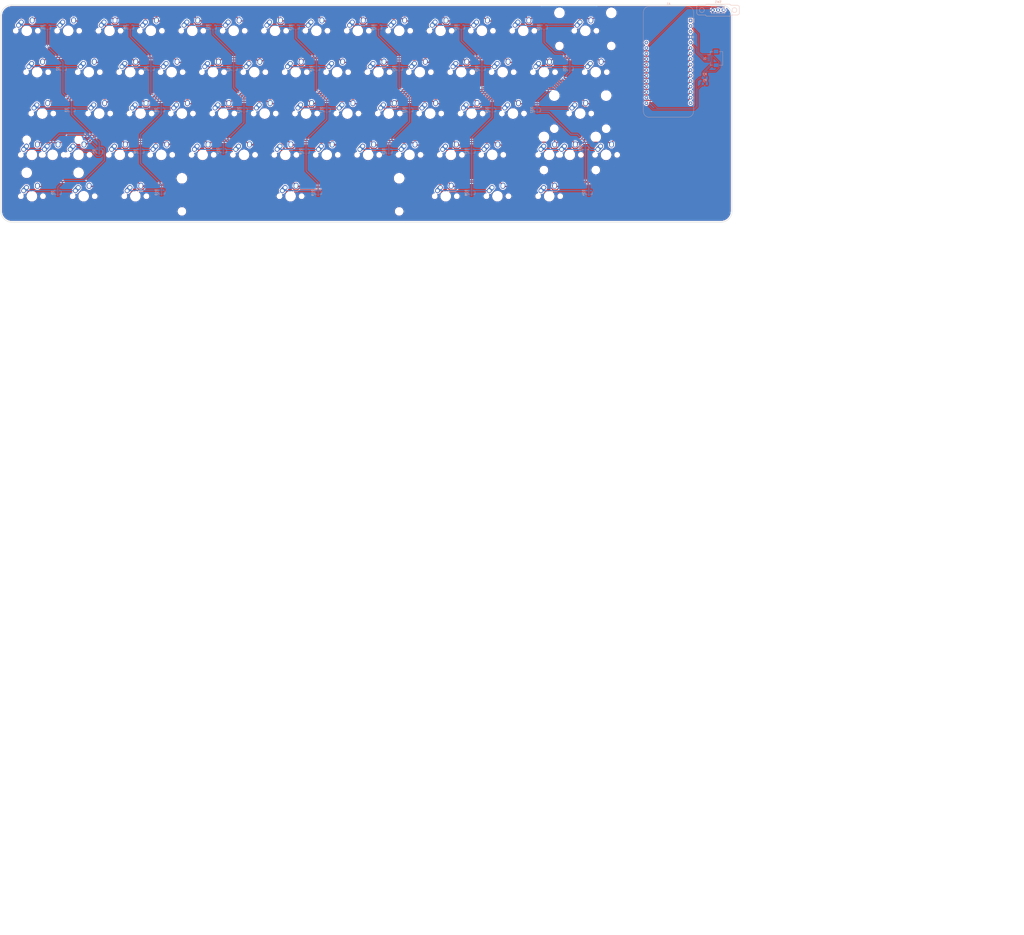
<source format=kicad_pcb>
(kicad_pcb (version 20171130) (host pcbnew "(5.1.10)-1")
  (layers (0 F.Cu signal) (31 B.Cu signal) (34 B.Paste user) (35 F.Paste user) (36 B.SilkS user) (37 F.SilkS user) (38 B.Mask user) (39 F.Mask user) (44 Edge.Cuts user))
  (net 0 "")
  (net 1 GND)
  (net 2 COL0)
  (net 3 "Net-(D1-Pad2)")
  (net 4 "Net-(D1-Pad1)")
  (net 5 "Net-(D2-Pad2)")
  (net 6 "Net-(D2-Pad1)")
  (net 7 "Net-(D3-Pad2)")
  (net 8 "Net-(D3-Pad1)")
  (net 9 "Net-(D4-Pad2)")
  (net 10 "Net-(D4-Pad1)")
  (net 11 "Net-(D5-Pad2)")
  (net 12 "Net-(D5-Pad1)")
  (net 13 COL1)
  (net 14 "Net-(D6-Pad2)")
  (net 15 "Net-(D6-Pad1)")
  (net 16 "Net-(D7-Pad2)")
  (net 17 "Net-(D7-Pad1)")
  (net 18 "Net-(D8-Pad2)")
  (net 19 "Net-(D8-Pad1)")
  (net 20 "Net-(D9-Pad2)")
  (net 21 "Net-(D9-Pad1)")
  (net 22 "Net-(D10-Pad2)")
  (net 23 "Net-(D10-Pad1)")
  (net 24 COL2)
  (net 25 "Net-(D11-Pad2)")
  (net 26 "Net-(D11-Pad1)")
  (net 27 "Net-(D12-Pad2)")
  (net 28 "Net-(D12-Pad1)")
  (net 29 "Net-(D13-Pad2)")
  (net 30 "Net-(D13-Pad1)")
  (net 31 "Net-(D14-Pad2)")
  (net 32 "Net-(D14-Pad1)")
  (net 33 COL3)
  (net 34 "Net-(D15-Pad2)")
  (net 35 "Net-(D15-Pad1)")
  (net 36 "Net-(D16-Pad2)")
  (net 37 "Net-(D16-Pad1)")
  (net 38 "Net-(D17-Pad2)")
  (net 39 "Net-(D17-Pad1)")
  (net 40 "Net-(D18-Pad2)")
  (net 41 "Net-(D18-Pad1)")
  (net 42 "Net-(D19-Pad2)")
  (net 43 "Net-(D19-Pad1)")
  (net 44 COL4)
  (net 45 "Net-(D20-Pad2)")
  (net 46 "Net-(D20-Pad1)")
  (net 47 "Net-(D21-Pad2)")
  (net 48 "Net-(D21-Pad1)")
  (net 49 "Net-(D22-Pad2)")
  (net 50 "Net-(D22-Pad1)")
  (net 51 "Net-(D23-Pad2)")
  (net 52 "Net-(D23-Pad1)")
  (net 53 "Net-(D24-Pad2)")
  (net 54 "Net-(D24-Pad1)")
  (net 55 "Net-(D25-Pad2)")
  (net 56 "Net-(D25-Pad1)")
  (net 57 "Net-(D26-Pad2)")
  (net 58 "Net-(D26-Pad1)")
  (net 59 "Net-(D27-Pad2)")
  (net 60 "Net-(D27-Pad1)")
  (net 61 "Net-(D28-Pad2)")
  (net 62 "Net-(D28-Pad1)")
  (net 63 COL6)
  (net 64 "Net-(D30-Pad2)")
  (net 65 "Net-(D30-Pad1)")
  (net 66 "Net-(D31-Pad2)")
  (net 67 "Net-(D31-Pad1)")
  (net 68 "Net-(D32-Pad2)")
  (net 69 "Net-(D32-Pad1)")
  (net 70 "Net-(D33-Pad2)")
  (net 71 "Net-(D33-Pad1)")
  (net 72 "Net-(D34-Pad2)")
  (net 73 "Net-(D34-Pad1)")
  (net 74 "Net-(J1-Pad5)")
  (net 75 ROW2)
  (net 76 ROW1)
  (net 77 ROW3)
  (net 78 ROW0)
  (net 79 ROW4)
  (net 80 ROW6)
  (net 81 ROW8)
  (net 82 ROW5)
  (net 83 ROW7)
  (net 84 ROW9)
  (net 85 COL5)
  (net 86 SDA)
  (net 87 SCL)
  (net 88 RDY)
  (net 89 "Net-(A1-Pad26)")
  (net 90 "Net-(A1-Pad28)")
  (net 91 "Net-(A1-Pad1)")
  (net 92 +3V3)
  (net 93 "Net-(A1-Pad3)")
  (net 94 "Net-(SW1-Pad3)")
  (net 95 /EN)
  (net 96 "Net-(A1-Pad16)")
  (module Custom_Footprints:Slide_Switch_SPDT_ThroughHole (layer B.Cu) (at 346.86875 19.84375)
    (fp_text reference SW1 (at 0 -3.81) (layer B.SilkS) (effects (justify mirror)))
    (fp_text value SW_SPDT)
    (pad 2 thru_hole oval (at 0 0) (size 1.9 1.5) (drill oval 0.9 0.8) (layers *.Cu *.Mask) (net 95 /EN))
    (pad 1 thru_hole oval (at -2.5 0) (size 1.9 1.5) (drill oval 0.9 0.8) (layers *.Cu *.Mask) (net 1 GND))
    (pad 3 thru_hole oval (at 2.5 0) (size 1.9 1.5) (drill oval 0.9 0.8) (layers *.Cu *.Mask) (net 94 "Net-(SW1-Pad3)"))
  )
  (module feather:Adafruit_Feather (layer B.Cu) (at 334.16875 24.60625 180)
    (fp_text reference A1 (at 10.16 7.62) (layer B.SilkS) (effects (justify mirror)))
    (fp_text value Adafruit_Feather_32u4_BluefruitLE)
    (pad 17 thru_hole circle (at 20.32 -38.1) (size 1.6 1.6) (drill 0.8) (layers *.Cu *.Mask) (net 86 SDA))
    (pad 18 thru_hole circle (at 20.32 -35.56) (size 1.6 1.6) (drill 0.8) (layers *.Cu *.Mask) (net 87 SCL))
    (pad 19 thru_hole circle (at 20.32 -33.02) (size 1.6 1.6) (drill 0.8) (layers *.Cu *.Mask) (net 83 ROW7))
    (pad 20 thru_hole circle (at 20.32 -30.48) (size 1.6 1.6) (drill 0.8) (layers *.Cu *.Mask) (net 82 ROW5))
    (pad 21 thru_hole circle (at 20.32 -27.94) (size 1.6 1.6) (drill 0.8) (layers *.Cu *.Mask) (net 2 COL0))
    (pad 22 thru_hole circle (at 20.32 -25.4) (size 1.6 1.6) (drill 0.8) (layers *.Cu *.Mask) (net 24 COL2))
    (pad 23 thru_hole circle (at 20.32 -22.86) (size 1.6 1.6) (drill 0.8) (layers *.Cu *.Mask) (net 44 COL4))
    (pad 24 thru_hole circle (at 20.32 -20.32) (size 1.6 1.6) (drill 0.8) (layers *.Cu *.Mask) (net 63 COL6))
    (pad 25 thru_hole circle (at 20.32 -17.78) (size 1.6 1.6) (drill 0.8) (layers *.Cu *.Mask) (net 75 ROW2))
    (pad 26 thru_hole circle (at 20.32 -15.24) (size 1.6 1.6) (drill 0.8) (layers *.Cu *.Mask) (net 89 "Net-(A1-Pad26)"))
    (pad 27 thru_hole circle (at 20.32 -12.7) (size 1.6 1.6) (drill 0.8) (layers *.Cu *.Mask) (net 95 /EN))
    (pad 28 thru_hole circle (at 20.32 -10.16) (size 1.6 1.6) (drill 0.8) (layers *.Cu *.Mask) (net 90 "Net-(A1-Pad28)"))
    (pad 1 thru_hole rect (at 0 0) (size 1.6 1.6) (drill 0.8) (layers *.Cu *.Mask) (net 91 "Net-(A1-Pad1)"))
    (pad 2 thru_hole circle (at 0 -2.54) (size 1.6 1.6) (drill 0.8) (layers *.Cu *.Mask) (net 92 +3V3))
    (pad 3 thru_hole circle (at 0 -5.08) (size 1.6 1.6) (drill 0.8) (layers *.Cu *.Mask) (net 93 "Net-(A1-Pad3)"))
    (pad 4 thru_hole circle (at 0 -7.62) (size 1.6 1.6) (drill 0.8) (layers *.Cu *.Mask) (net 1 GND))
    (pad 5 thru_hole circle (at 0 -10.16) (size 1.6 1.6) (drill 0.8) (layers *.Cu *.Mask) (net 88 RDY))
    (pad 6 thru_hole circle (at 0 -12.7) (size 1.6 1.6) (drill 0.8) (layers *.Cu *.Mask) (net 78 ROW0))
    (pad 7 thru_hole circle (at 0 -15.24) (size 1.6 1.6) (drill 0.8) (layers *.Cu *.Mask) (net 76 ROW1))
    (pad 8 thru_hole circle (at 0 -17.78) (size 1.6 1.6) (drill 0.8) (layers *.Cu *.Mask) (net 77 ROW3))
    (pad 9 thru_hole circle (at 0 -20.32) (size 1.6 1.6) (drill 0.8) (layers *.Cu *.Mask) (net 85 COL5))
    (pad 10 thru_hole circle (at 0 -22.86) (size 1.6 1.6) (drill 0.8) (layers *.Cu *.Mask) (net 33 COL3))
    (pad 11 thru_hole circle (at 0 -25.4) (size 1.6 1.6) (drill 0.8) (layers *.Cu *.Mask) (net 13 COL1))
    (pad 12 thru_hole circle (at 0 -27.94) (size 1.6 1.6) (drill 0.8) (layers *.Cu *.Mask) (net 79 ROW4))
    (pad 13 thru_hole circle (at 0 -30.48) (size 1.6 1.6) (drill 0.8) (layers *.Cu *.Mask) (net 80 ROW6))
    (pad 14 thru_hole circle (at 0 -33.02) (size 1.6 1.6) (drill 0.8) (layers *.Cu *.Mask) (net 81 ROW8))
    (pad 15 thru_hole circle (at 0 -35.56) (size 1.6 1.6) (drill 0.8) (layers *.Cu *.Mask) (net 84 ROW9))
    (pad 16 thru_hole circle (at 0 -38.1) (size 1.6 1.6) (drill 0.8) (layers *.Cu *.Mask) (net 96 "Net-(A1-Pad16)"))
  )
  (module Connector_FFC-FPC:Hirose_FH12-6S-0.5SH_1x06-1MP_P0.50mm_Horizontal (layer B.Cu) (at 344.4875 42.06875 270)
    (fp_text reference J1 (at 0 3.7 90) (layer B.SilkS) (effects (justify mirror)))
    (fp_text value "Sensor Connector")
    (pad 6 smd rect (at 1.25 1.85 270) (size 0.3 1.3) (layers B.Cu B.Paste B.Mask) (net 88 RDY))
    (pad 5 smd rect (at 0.75 1.85 270) (size 0.3 1.3) (layers B.Cu B.Paste B.Mask) (net 74 "Net-(J1-Pad5)"))
    (pad 4 smd rect (at 0.25 1.85 270) (size 0.3 1.3) (layers B.Cu B.Paste B.Mask) (net 1 GND))
    (pad 3 smd rect (at -0.25 1.85 270) (size 0.3 1.3) (layers B.Cu B.Paste B.Mask) (net 92 +3V3))
    (pad 2 smd rect (at -0.75 1.85 270) (size 0.3 1.3) (layers B.Cu B.Paste B.Mask) (net 87 SCL))
    (pad 1 smd rect (at -1.25 1.85 270) (size 0.3 1.3) (layers B.Cu B.Paste B.Mask) (net 86 SDA))
    (pad MP smd rect (at -3.15 -1.4 270) (size 1.8 2.2) (layers B.Cu B.Paste B.Mask))
    (pad MP smd rect (at 3.15 -1.4 270) (size 1.8 2.2) (layers B.Cu B.Paste B.Mask))
  )
  (module MX_Alps_Hybrid:MX-1.25U-NoLED (layer F.Cu) (at 245.26875 105.56875)
    (fp_text reference SW60)
    (fp_text value 1.25U)
    (pad "" np_thru_hole circle (at 5.08 0 48.0996) (size 1.75 1.75) (drill 1.75) (layers *.Cu *.Mask))
    (pad "" np_thru_hole circle (at -5.08 0 48.0996) (size 1.75 1.75) (drill 1.75) (layers *.Cu *.Mask))
    (pad 1 thru_hole circle (at -2.5 -4) (size 2.25 2.25) (drill 1.47) (layers *.Cu B.Mask) (net 61 "Net-(D28-Pad2)"))
    (pad "" np_thru_hole circle (at 0 0) (size 3.9878 3.9878) (drill 3.9878) (layers *.Cu *.Mask))
    (pad 1 thru_hole oval (at -3.81 -2.54 48.0996) (size 4.211556 2.25) (drill 1.47 (offset 0.980778 0)) (layers *.Cu B.Mask) (net 61 "Net-(D28-Pad2)"))
    (pad 2 thru_hole circle (at 2.54 -5.08) (size 2.25 2.25) (drill 1.47) (layers *.Cu B.Mask) (net 84 ROW9))
    (pad 2 thru_hole oval (at 2.5 -4.5 86.0548) (size 2.831378 2.25) (drill 1.47 (offset 0.290689 0)) (layers *.Cu B.Mask) (net 84 ROW9))
  )
  (module MX_Alps_Hybrid:MX-1.25U-NoLED (layer F.Cu) (at 269.08125 105.56875)
    (fp_text reference SW64)
    (fp_text value 1.25U)
    (pad "" np_thru_hole circle (at 5.08 0 48.0996) (size 1.75 1.75) (drill 1.75) (layers *.Cu *.Mask))
    (pad "" np_thru_hole circle (at -5.08 0 48.0996) (size 1.75 1.75) (drill 1.75) (layers *.Cu *.Mask))
    (pad 1 thru_hole circle (at -2.5 -4) (size 2.25 2.25) (drill 1.47) (layers *.Cu B.Mask) (net 73 "Net-(D34-Pad1)"))
    (pad "" np_thru_hole circle (at 0 0) (size 3.9878 3.9878) (drill 3.9878) (layers *.Cu *.Mask))
    (pad 1 thru_hole oval (at -3.81 -2.54 48.0996) (size 4.211556 2.25) (drill 1.47 (offset 0.980778 0)) (layers *.Cu B.Mask) (net 73 "Net-(D34-Pad1)"))
    (pad 2 thru_hole circle (at 2.54 -5.08) (size 2.25 2.25) (drill 1.47) (layers *.Cu B.Mask) (net 81 ROW8))
    (pad 2 thru_hole oval (at 2.5 -4.5 86.0548) (size 2.831378 2.25) (drill 1.47 (offset 0.290689 0)) (layers *.Cu B.Mask) (net 81 ROW8))
  )
  (module MX_Alps_Hybrid:MX-1.25U-NoLED (layer F.Cu) (at 221.45625 105.56875)
    (fp_text reference SW55)
    (fp_text value 1.25U)
    (pad "" np_thru_hole circle (at 5.08 0 48.0996) (size 1.75 1.75) (drill 1.75) (layers *.Cu *.Mask))
    (pad "" np_thru_hole circle (at -5.08 0 48.0996) (size 1.75 1.75) (drill 1.75) (layers *.Cu *.Mask))
    (pad 1 thru_hole circle (at -2.5 -4) (size 2.25 2.25) (drill 1.47) (layers *.Cu B.Mask) (net 62 "Net-(D28-Pad1)"))
    (pad "" np_thru_hole circle (at 0 0) (size 3.9878 3.9878) (drill 3.9878) (layers *.Cu *.Mask))
    (pad 1 thru_hole oval (at -3.81 -2.54 48.0996) (size 4.211556 2.25) (drill 1.47 (offset 0.980778 0)) (layers *.Cu B.Mask) (net 62 "Net-(D28-Pad1)"))
    (pad 2 thru_hole circle (at 2.54 -5.08) (size 2.25 2.25) (drill 1.47) (layers *.Cu B.Mask) (net 81 ROW8))
    (pad 2 thru_hole oval (at 2.5 -4.5 86.0548) (size 2.831378 2.25) (drill 1.47 (offset 0.290689 0)) (layers *.Cu B.Mask) (net 81 ROW8))
  )
  (module MX_Alps_Hybrid:MX-2U-ReversedStabilizers-NoLED (layer F.Cu) (at 285.75 29.36875)
    (fp_text reference SW68)
    (fp_text value 2U)
    (pad "" np_thru_hole circle (at 11.938 -8.255) (size 3.9878 3.9878) (drill 3.9878) (layers *.Cu *.Mask))
    (pad "" np_thru_hole circle (at -11.938 -8.255) (size 3.9878 3.9878) (drill 3.9878) (layers *.Cu *.Mask))
    (pad "" np_thru_hole circle (at 11.938 6.985) (size 3.048 3.048) (drill 3.048) (layers *.Cu *.Mask))
    (pad "" np_thru_hole circle (at -11.938 6.985) (size 3.048 3.048) (drill 3.048) (layers *.Cu *.Mask))
    (pad "" np_thru_hole circle (at 5.08 0 48.0996) (size 1.75 1.75) (drill 1.75) (layers *.Cu *.Mask))
    (pad "" np_thru_hole circle (at -5.08 0 48.0996) (size 1.75 1.75) (drill 1.75) (layers *.Cu *.Mask))
    (pad 1 thru_hole circle (at -2.5 -4) (size 2.25 2.25) (drill 1.47) (layers *.Cu B.Mask) (net 64 "Net-(D30-Pad2)"))
    (pad "" np_thru_hole circle (at 0 0) (size 3.9878 3.9878) (drill 3.9878) (layers *.Cu *.Mask))
    (pad 1 thru_hole oval (at -3.81 -2.54 48.0996) (size 4.211556 2.25) (drill 1.47 (offset 0.980778 0)) (layers *.Cu B.Mask) (net 64 "Net-(D30-Pad2)"))
    (pad 2 thru_hole circle (at 2.54 -5.08) (size 2.25 2.25) (drill 1.47) (layers *.Cu B.Mask) (net 76 ROW1))
    (pad 2 thru_hole oval (at 2.5 -4.5 86.0548) (size 2.831378 2.25) (drill 1.47 (offset 0.290689 0)) (layers *.Cu B.Mask) (net 76 ROW1))
  )
  (module MX_Alps_Hybrid:MX-2.75U-ReversedStabilizers-NoLED (layer F.Cu) (at 278.60625 86.51875)
    (fp_text reference SW67)
    (fp_text value 2.75U)
    (pad "" np_thru_hole circle (at 11.938 -8.255) (size 3.9878 3.9878) (drill 3.9878) (layers *.Cu *.Mask))
    (pad "" np_thru_hole circle (at -11.938 -8.255) (size 3.9878 3.9878) (drill 3.9878) (layers *.Cu *.Mask))
    (pad "" np_thru_hole circle (at 11.938 6.985) (size 3.048 3.048) (drill 3.048) (layers *.Cu *.Mask))
    (pad "" np_thru_hole circle (at -11.938 6.985) (size 3.048 3.048) (drill 3.048) (layers *.Cu *.Mask))
    (pad "" np_thru_hole circle (at 5.08 0 48.0996) (size 1.75 1.75) (drill 1.75) (layers *.Cu *.Mask))
    (pad "" np_thru_hole circle (at -5.08 0 48.0996) (size 1.75 1.75) (drill 1.75) (layers *.Cu *.Mask))
    (pad 1 thru_hole circle (at -2.5 -4) (size 2.25 2.25) (drill 1.47) (layers *.Cu B.Mask) (net 71 "Net-(D33-Pad1)"))
    (pad "" np_thru_hole circle (at 0 0) (size 3.9878 3.9878) (drill 3.9878) (layers *.Cu *.Mask))
    (pad 1 thru_hole oval (at -3.81 -2.54 48.0996) (size 4.211556 2.25) (drill 1.47 (offset 0.980778 0)) (layers *.Cu B.Mask) (net 71 "Net-(D33-Pad1)"))
    (pad 2 thru_hole circle (at 2.54 -5.08) (size 2.25 2.25) (drill 1.47) (layers *.Cu B.Mask) (net 80 ROW6))
    (pad 2 thru_hole oval (at 2.5 -4.5 86.0548) (size 2.831378 2.25) (drill 1.47 (offset 0.290689 0)) (layers *.Cu B.Mask) (net 80 ROW6))
  )
  (module MX_Alps_Hybrid:MX-2.25U-NoLED (layer F.Cu) (at 40.48125 86.51875)
    (fp_text reference SW66)
    (fp_text value 2.25)
    (pad "" np_thru_hole circle (at 11.938 8.255) (size 3.9878 3.9878) (drill 3.9878) (layers *.Cu *.Mask))
    (pad "" np_thru_hole circle (at -11.938 8.255) (size 3.9878 3.9878) (drill 3.9878) (layers *.Cu *.Mask))
    (pad "" np_thru_hole circle (at 11.938 -6.985) (size 3.048 3.048) (drill 3.048) (layers *.Cu *.Mask))
    (pad "" np_thru_hole circle (at -11.938 -6.985) (size 3.048 3.048) (drill 3.048) (layers *.Cu *.Mask))
    (pad "" np_thru_hole circle (at 5.08 0 48.0996) (size 1.75 1.75) (drill 1.75) (layers *.Cu *.Mask))
    (pad "" np_thru_hole circle (at -5.08 0 48.0996) (size 1.75 1.75) (drill 1.75) (layers *.Cu *.Mask))
    (pad 1 thru_hole circle (at -2.5 -4) (size 2.25 2.25) (drill 1.47) (layers *.Cu B.Mask) (net 10 "Net-(D4-Pad1)"))
    (pad "" np_thru_hole circle (at 0 0) (size 3.9878 3.9878) (drill 3.9878) (layers *.Cu *.Mask))
    (pad 1 thru_hole oval (at -3.81 -2.54 48.0996) (size 4.211556 2.25) (drill 1.47 (offset 0.980778 0)) (layers *.Cu B.Mask) (net 10 "Net-(D4-Pad1)"))
    (pad 2 thru_hole circle (at 2.54 -5.08) (size 2.25 2.25) (drill 1.47) (layers *.Cu B.Mask) (net 80 ROW6))
    (pad 2 thru_hole oval (at 2.5 -4.5 86.0548) (size 2.831378 2.25) (drill 1.47 (offset 0.290689 0)) (layers *.Cu B.Mask) (net 80 ROW6))
  )
  (module MX_Alps_Hybrid:MX-1U-NoLED (layer F.Cu) (at 295.275 86.51875)
    (fp_text reference SW63)
    (fp_text value 1U)
    (pad "" np_thru_hole circle (at 5.08 0 48.0996) (size 1.75 1.75) (drill 1.75) (layers *.Cu *.Mask))
    (pad "" np_thru_hole circle (at -5.08 0 48.0996) (size 1.75 1.75) (drill 1.75) (layers *.Cu *.Mask))
    (pad 1 thru_hole circle (at -2.5 -4) (size 2.25 2.25) (drill 1.47) (layers *.Cu B.Mask) (net 70 "Net-(D33-Pad2)"))
    (pad "" np_thru_hole circle (at 0 0) (size 3.9878 3.9878) (drill 3.9878) (layers *.Cu *.Mask))
    (pad 1 thru_hole oval (at -3.81 -2.54 48.0996) (size 4.211556 2.25) (drill 1.47 (offset 0.980778 0)) (layers *.Cu B.Mask) (net 70 "Net-(D33-Pad2)"))
    (pad 2 thru_hole circle (at 2.54 -5.08) (size 2.25 2.25) (drill 1.47) (layers *.Cu B.Mask) (net 83 ROW7))
    (pad 2 thru_hole oval (at 2.5 -4.5 86.0548) (size 2.831378 2.25) (drill 1.47 (offset 0.290689 0)) (layers *.Cu B.Mask) (net 83 ROW7))
  )
  (module MX_Alps_Hybrid:MX-1.5U-NoLED (layer F.Cu) (at 290.5125 48.41875)
    (fp_text reference SW62)
    (fp_text value 1.5U)
    (pad "" np_thru_hole circle (at 5.08 0 48.0996) (size 1.75 1.75) (drill 1.75) (layers *.Cu *.Mask))
    (pad "" np_thru_hole circle (at -5.08 0 48.0996) (size 1.75 1.75) (drill 1.75) (layers *.Cu *.Mask))
    (pad 1 thru_hole circle (at -2.5 -4) (size 2.25 2.25) (drill 1.47) (layers *.Cu B.Mask) (net 66 "Net-(D31-Pad2)"))
    (pad "" np_thru_hole circle (at 0 0) (size 3.9878 3.9878) (drill 3.9878) (layers *.Cu *.Mask))
    (pad 1 thru_hole oval (at -3.81 -2.54 48.0996) (size 4.211556 2.25) (drill 1.47 (offset 0.980778 0)) (layers *.Cu B.Mask) (net 66 "Net-(D31-Pad2)"))
    (pad 2 thru_hole circle (at 2.54 -5.08) (size 2.25 2.25) (drill 1.47) (layers *.Cu B.Mask) (net 77 ROW3))
    (pad 2 thru_hole oval (at 2.5 -4.5 86.0548) (size 2.831378 2.25) (drill 1.47 (offset 0.290689 0)) (layers *.Cu B.Mask) (net 77 ROW3))
  )
  (module MX_Alps_Hybrid:MX-1.75U-NoLED (layer F.Cu) (at 269.08125 86.51875)
    (fp_text reference SW59)
    (fp_text value 1.75U)
    (pad "" np_thru_hole circle (at 5.08 0 48.0996) (size 1.75 1.75) (drill 1.75) (layers *.Cu *.Mask))
    (pad "" np_thru_hole circle (at -5.08 0 48.0996) (size 1.75 1.75) (drill 1.75) (layers *.Cu *.Mask))
    (pad 1 thru_hole circle (at -2.5 -4) (size 2.25 2.25) (drill 1.47) (layers *.Cu B.Mask) (net 71 "Net-(D33-Pad1)"))
    (pad "" np_thru_hole circle (at 0 0) (size 3.9878 3.9878) (drill 3.9878) (layers *.Cu *.Mask))
    (pad 1 thru_hole oval (at -3.81 -2.54 48.0996) (size 4.211556 2.25) (drill 1.47 (offset 0.980778 0)) (layers *.Cu B.Mask) (net 71 "Net-(D33-Pad1)"))
    (pad 2 thru_hole circle (at 2.54 -5.08) (size 2.25 2.25) (drill 1.47) (layers *.Cu B.Mask) (net 80 ROW6))
    (pad 2 thru_hole oval (at 2.5 -4.5 86.0548) (size 2.831378 2.25) (drill 1.47 (offset 0.290689 0)) (layers *.Cu B.Mask) (net 80 ROW6))
  )
  (module MX_Alps_Hybrid:MX-2.25U-ReversedStabilizers-NoLED (layer F.Cu) (at 283.36875 67.46875)
    (fp_text reference SW58)
    (fp_text value 2.25)
    (pad "" np_thru_hole circle (at 11.938 -8.255) (size 3.9878 3.9878) (drill 3.9878) (layers *.Cu *.Mask))
    (pad "" np_thru_hole circle (at -11.938 -8.255) (size 3.9878 3.9878) (drill 3.9878) (layers *.Cu *.Mask))
    (pad "" np_thru_hole circle (at 11.938 6.985) (size 3.048 3.048) (drill 3.048) (layers *.Cu *.Mask))
    (pad "" np_thru_hole circle (at -11.938 6.985) (size 3.048 3.048) (drill 3.048) (layers *.Cu *.Mask))
    (pad "" np_thru_hole circle (at 5.08 0 48.0996) (size 1.75 1.75) (drill 1.75) (layers *.Cu *.Mask))
    (pad "" np_thru_hole circle (at -5.08 0 48.0996) (size 1.75 1.75) (drill 1.75) (layers *.Cu *.Mask))
    (pad 1 thru_hole circle (at -2.5 -4) (size 2.25 2.25) (drill 1.47) (layers *.Cu B.Mask) (net 68 "Net-(D32-Pad2)"))
    (pad "" np_thru_hole circle (at 0 0) (size 3.9878 3.9878) (drill 3.9878) (layers *.Cu *.Mask))
    (pad 1 thru_hole oval (at -3.81 -2.54 48.0996) (size 4.211556 2.25) (drill 1.47 (offset 0.980778 0)) (layers *.Cu B.Mask) (net 68 "Net-(D32-Pad2)"))
    (pad 2 thru_hole circle (at 2.54 -5.08) (size 2.25 2.25) (drill 1.47) (layers *.Cu B.Mask) (net 79 ROW4))
    (pad 2 thru_hole oval (at 2.5 -4.5 86.0548) (size 2.831378 2.25) (drill 1.47 (offset 0.290689 0)) (layers *.Cu B.Mask) (net 79 ROW4))
  )
  (module MX_Alps_Hybrid:MX-1U-NoLED (layer F.Cu) (at 266.7 48.41875)
    (fp_text reference SW57)
    (fp_text value 1U)
    (pad "" np_thru_hole circle (at 5.08 0 48.0996) (size 1.75 1.75) (drill 1.75) (layers *.Cu *.Mask))
    (pad "" np_thru_hole circle (at -5.08 0 48.0996) (size 1.75 1.75) (drill 1.75) (layers *.Cu *.Mask))
    (pad 1 thru_hole circle (at -2.5 -4) (size 2.25 2.25) (drill 1.47) (layers *.Cu B.Mask) (net 67 "Net-(D31-Pad1)"))
    (pad "" np_thru_hole circle (at 0 0) (size 3.9878 3.9878) (drill 3.9878) (layers *.Cu *.Mask))
    (pad 1 thru_hole oval (at -3.81 -2.54 48.0996) (size 4.211556 2.25) (drill 1.47 (offset 0.980778 0)) (layers *.Cu B.Mask) (net 67 "Net-(D31-Pad1)"))
    (pad 2 thru_hole circle (at 2.54 -5.08) (size 2.25 2.25) (drill 1.47) (layers *.Cu B.Mask) (net 75 ROW2))
    (pad 2 thru_hole oval (at 2.5 -4.5 86.0548) (size 2.831378 2.25) (drill 1.47 (offset 0.290689 0)) (layers *.Cu B.Mask) (net 75 ROW2))
  )
  (module MX_Alps_Hybrid:MX-1U-NoLED (layer F.Cu) (at 257.175 29.36875)
    (fp_text reference SW56)
    (fp_text value 1U)
    (pad "" np_thru_hole circle (at 5.08 0 48.0996) (size 1.75 1.75) (drill 1.75) (layers *.Cu *.Mask))
    (pad "" np_thru_hole circle (at -5.08 0 48.0996) (size 1.75 1.75) (drill 1.75) (layers *.Cu *.Mask))
    (pad 1 thru_hole circle (at -2.5 -4) (size 2.25 2.25) (drill 1.47) (layers *.Cu B.Mask) (net 65 "Net-(D30-Pad1)"))
    (pad "" np_thru_hole circle (at 0 0) (size 3.9878 3.9878) (drill 3.9878) (layers *.Cu *.Mask))
    (pad 1 thru_hole oval (at -3.81 -2.54 48.0996) (size 4.211556 2.25) (drill 1.47 (offset 0.980778 0)) (layers *.Cu B.Mask) (net 65 "Net-(D30-Pad1)"))
    (pad 2 thru_hole circle (at 2.54 -5.08) (size 2.25 2.25) (drill 1.47) (layers *.Cu B.Mask) (net 78 ROW0))
    (pad 2 thru_hole oval (at 2.5 -4.5 86.0548) (size 2.831378 2.25) (drill 1.47 (offset 0.290689 0)) (layers *.Cu B.Mask) (net 78 ROW0))
  )
  (module MX_Alps_Hybrid:MX-1U-NoLED (layer F.Cu) (at 242.8875 86.51875)
    (fp_text reference SW54)
    (fp_text value 1U)
    (pad "" np_thru_hole circle (at 5.08 0 48.0996) (size 1.75 1.75) (drill 1.75) (layers *.Cu *.Mask))
    (pad "" np_thru_hole circle (at -5.08 0 48.0996) (size 1.75 1.75) (drill 1.75) (layers *.Cu *.Mask))
    (pad 1 thru_hole circle (at -2.5 -4) (size 2.25 2.25) (drill 1.47) (layers *.Cu B.Mask) (net 59 "Net-(D27-Pad2)"))
    (pad "" np_thru_hole circle (at 0 0) (size 3.9878 3.9878) (drill 3.9878) (layers *.Cu *.Mask))
    (pad 1 thru_hole oval (at -3.81 -2.54 48.0996) (size 4.211556 2.25) (drill 1.47 (offset 0.980778 0)) (layers *.Cu B.Mask) (net 59 "Net-(D27-Pad2)"))
    (pad 2 thru_hole circle (at 2.54 -5.08) (size 2.25 2.25) (drill 1.47) (layers *.Cu B.Mask) (net 83 ROW7))
    (pad 2 thru_hole oval (at 2.5 -4.5 86.0548) (size 2.831378 2.25) (drill 1.47 (offset 0.290689 0)) (layers *.Cu B.Mask) (net 83 ROW7))
  )
  (module MX_Alps_Hybrid:MX-1U-NoLED (layer F.Cu) (at 252.4125 67.46875)
    (fp_text reference SW53)
    (fp_text value 1U)
    (pad "" np_thru_hole circle (at 5.08 0 48.0996) (size 1.75 1.75) (drill 1.75) (layers *.Cu *.Mask))
    (pad "" np_thru_hole circle (at -5.08 0 48.0996) (size 1.75 1.75) (drill 1.75) (layers *.Cu *.Mask))
    (pad 1 thru_hole circle (at -2.5 -4) (size 2.25 2.25) (drill 1.47) (layers *.Cu B.Mask) (net 57 "Net-(D26-Pad2)"))
    (pad "" np_thru_hole circle (at 0 0) (size 3.9878 3.9878) (drill 3.9878) (layers *.Cu *.Mask))
    (pad 1 thru_hole oval (at -3.81 -2.54 48.0996) (size 4.211556 2.25) (drill 1.47 (offset 0.980778 0)) (layers *.Cu B.Mask) (net 57 "Net-(D26-Pad2)"))
    (pad 2 thru_hole circle (at 2.54 -5.08) (size 2.25 2.25) (drill 1.47) (layers *.Cu B.Mask) (net 82 ROW5))
    (pad 2 thru_hole oval (at 2.5 -4.5 86.0548) (size 2.831378 2.25) (drill 1.47 (offset 0.290689 0)) (layers *.Cu B.Mask) (net 82 ROW5))
  )
  (module MX_Alps_Hybrid:MX-1U-NoLED (layer F.Cu) (at 247.65 48.41875)
    (fp_text reference SW52)
    (fp_text value 1U)
    (pad "" np_thru_hole circle (at 5.08 0 48.0996) (size 1.75 1.75) (drill 1.75) (layers *.Cu *.Mask))
    (pad "" np_thru_hole circle (at -5.08 0 48.0996) (size 1.75 1.75) (drill 1.75) (layers *.Cu *.Mask))
    (pad 1 thru_hole circle (at -2.5 -4) (size 2.25 2.25) (drill 1.47) (layers *.Cu B.Mask) (net 55 "Net-(D25-Pad2)"))
    (pad "" np_thru_hole circle (at 0 0) (size 3.9878 3.9878) (drill 3.9878) (layers *.Cu *.Mask))
    (pad 1 thru_hole oval (at -3.81 -2.54 48.0996) (size 4.211556 2.25) (drill 1.47 (offset 0.980778 0)) (layers *.Cu B.Mask) (net 55 "Net-(D25-Pad2)"))
    (pad 2 thru_hole circle (at 2.54 -5.08) (size 2.25 2.25) (drill 1.47) (layers *.Cu B.Mask) (net 77 ROW3))
    (pad 2 thru_hole oval (at 2.5 -4.5 86.0548) (size 2.831378 2.25) (drill 1.47 (offset 0.290689 0)) (layers *.Cu B.Mask) (net 77 ROW3))
  )
  (module MX_Alps_Hybrid:MX-1U-NoLED (layer F.Cu) (at 238.125 29.36875)
    (fp_text reference SW51)
    (fp_text value 1U)
    (pad "" np_thru_hole circle (at 5.08 0 48.0996) (size 1.75 1.75) (drill 1.75) (layers *.Cu *.Mask))
    (pad "" np_thru_hole circle (at -5.08 0 48.0996) (size 1.75 1.75) (drill 1.75) (layers *.Cu *.Mask))
    (pad 1 thru_hole circle (at -2.5 -4) (size 2.25 2.25) (drill 1.47) (layers *.Cu B.Mask) (net 53 "Net-(D24-Pad2)"))
    (pad "" np_thru_hole circle (at 0 0) (size 3.9878 3.9878) (drill 3.9878) (layers *.Cu *.Mask))
    (pad 1 thru_hole oval (at -3.81 -2.54 48.0996) (size 4.211556 2.25) (drill 1.47 (offset 0.980778 0)) (layers *.Cu B.Mask) (net 53 "Net-(D24-Pad2)"))
    (pad 2 thru_hole circle (at 2.54 -5.08) (size 2.25 2.25) (drill 1.47) (layers *.Cu B.Mask) (net 76 ROW1))
    (pad 2 thru_hole oval (at 2.5 -4.5 86.0548) (size 2.831378 2.25) (drill 1.47 (offset 0.290689 0)) (layers *.Cu B.Mask) (net 76 ROW1))
  )
  (module MX_Alps_Hybrid:MX-1U-NoLED (layer F.Cu) (at 223.8375 86.51875)
    (fp_text reference SW49)
    (fp_text value 1U)
    (pad "" np_thru_hole circle (at 5.08 0 48.0996) (size 1.75 1.75) (drill 1.75) (layers *.Cu *.Mask))
    (pad "" np_thru_hole circle (at -5.08 0 48.0996) (size 1.75 1.75) (drill 1.75) (layers *.Cu *.Mask))
    (pad 1 thru_hole circle (at -2.5 -4) (size 2.25 2.25) (drill 1.47) (layers *.Cu B.Mask) (net 60 "Net-(D27-Pad1)"))
    (pad "" np_thru_hole circle (at 0 0) (size 3.9878 3.9878) (drill 3.9878) (layers *.Cu *.Mask))
    (pad 1 thru_hole oval (at -3.81 -2.54 48.0996) (size 4.211556 2.25) (drill 1.47 (offset 0.980778 0)) (layers *.Cu B.Mask) (net 60 "Net-(D27-Pad1)"))
    (pad 2 thru_hole circle (at 2.54 -5.08) (size 2.25 2.25) (drill 1.47) (layers *.Cu B.Mask) (net 80 ROW6))
    (pad 2 thru_hole oval (at 2.5 -4.5 86.0548) (size 2.831378 2.25) (drill 1.47 (offset 0.290689 0)) (layers *.Cu B.Mask) (net 80 ROW6))
  )
  (module MX_Alps_Hybrid:MX-1U-NoLED (layer F.Cu) (at 233.3625 67.46875)
    (fp_text reference SW48)
    (fp_text value 1U)
    (pad "" np_thru_hole circle (at 5.08 0 48.0996) (size 1.75 1.75) (drill 1.75) (layers *.Cu *.Mask))
    (pad "" np_thru_hole circle (at -5.08 0 48.0996) (size 1.75 1.75) (drill 1.75) (layers *.Cu *.Mask))
    (pad 1 thru_hole circle (at -2.5 -4) (size 2.25 2.25) (drill 1.47) (layers *.Cu B.Mask) (net 58 "Net-(D26-Pad1)"))
    (pad "" np_thru_hole circle (at 0 0) (size 3.9878 3.9878) (drill 3.9878) (layers *.Cu *.Mask))
    (pad 1 thru_hole oval (at -3.81 -2.54 48.0996) (size 4.211556 2.25) (drill 1.47 (offset 0.980778 0)) (layers *.Cu B.Mask) (net 58 "Net-(D26-Pad1)"))
    (pad 2 thru_hole circle (at 2.54 -5.08) (size 2.25 2.25) (drill 1.47) (layers *.Cu B.Mask) (net 79 ROW4))
    (pad 2 thru_hole oval (at 2.5 -4.5 86.0548) (size 2.831378 2.25) (drill 1.47 (offset 0.290689 0)) (layers *.Cu B.Mask) (net 79 ROW4))
  )
  (module MX_Alps_Hybrid:MX-1U-NoLED (layer F.Cu) (at 228.6 48.41875)
    (fp_text reference SW47)
    (fp_text value 1U)
    (pad "" np_thru_hole circle (at 5.08 0 48.0996) (size 1.75 1.75) (drill 1.75) (layers *.Cu *.Mask))
    (pad "" np_thru_hole circle (at -5.08 0 48.0996) (size 1.75 1.75) (drill 1.75) (layers *.Cu *.Mask))
    (pad 1 thru_hole circle (at -2.5 -4) (size 2.25 2.25) (drill 1.47) (layers *.Cu B.Mask) (net 56 "Net-(D25-Pad1)"))
    (pad "" np_thru_hole circle (at 0 0) (size 3.9878 3.9878) (drill 3.9878) (layers *.Cu *.Mask))
    (pad 1 thru_hole oval (at -3.81 -2.54 48.0996) (size 4.211556 2.25) (drill 1.47 (offset 0.980778 0)) (layers *.Cu B.Mask) (net 56 "Net-(D25-Pad1)"))
    (pad 2 thru_hole circle (at 2.54 -5.08) (size 2.25 2.25) (drill 1.47) (layers *.Cu B.Mask) (net 75 ROW2))
    (pad 2 thru_hole oval (at 2.5 -4.5 86.0548) (size 2.831378 2.25) (drill 1.47 (offset 0.290689 0)) (layers *.Cu B.Mask) (net 75 ROW2))
  )
  (module MX_Alps_Hybrid:MX-1U-NoLED (layer F.Cu) (at 219.075 29.36875)
    (fp_text reference SW46)
    (fp_text value 1U)
    (pad "" np_thru_hole circle (at 5.08 0 48.0996) (size 1.75 1.75) (drill 1.75) (layers *.Cu *.Mask))
    (pad "" np_thru_hole circle (at -5.08 0 48.0996) (size 1.75 1.75) (drill 1.75) (layers *.Cu *.Mask))
    (pad 1 thru_hole circle (at -2.5 -4) (size 2.25 2.25) (drill 1.47) (layers *.Cu B.Mask) (net 54 "Net-(D24-Pad1)"))
    (pad "" np_thru_hole circle (at 0 0) (size 3.9878 3.9878) (drill 3.9878) (layers *.Cu *.Mask))
    (pad 1 thru_hole oval (at -3.81 -2.54 48.0996) (size 4.211556 2.25) (drill 1.47 (offset 0.980778 0)) (layers *.Cu B.Mask) (net 54 "Net-(D24-Pad1)"))
    (pad 2 thru_hole circle (at 2.54 -5.08) (size 2.25 2.25) (drill 1.47) (layers *.Cu B.Mask) (net 78 ROW0))
    (pad 2 thru_hole oval (at 2.5 -4.5 86.0548) (size 2.831378 2.25) (drill 1.47 (offset 0.290689 0)) (layers *.Cu B.Mask) (net 78 ROW0))
  )
  (module MX_Alps_Hybrid:MX-1U-NoLED (layer F.Cu) (at 204.7875 86.51875)
    (fp_text reference SW45)
    (fp_text value 1U)
    (pad "" np_thru_hole circle (at 5.08 0 48.0996) (size 1.75 1.75) (drill 1.75) (layers *.Cu *.Mask))
    (pad "" np_thru_hole circle (at -5.08 0 48.0996) (size 1.75 1.75) (drill 1.75) (layers *.Cu *.Mask))
    (pad 1 thru_hole circle (at -2.5 -4) (size 2.25 2.25) (drill 1.47) (layers *.Cu B.Mask) (net 51 "Net-(D23-Pad2)"))
    (pad "" np_thru_hole circle (at 0 0) (size 3.9878 3.9878) (drill 3.9878) (layers *.Cu *.Mask))
    (pad 1 thru_hole oval (at -3.81 -2.54 48.0996) (size 4.211556 2.25) (drill 1.47 (offset 0.980778 0)) (layers *.Cu B.Mask) (net 51 "Net-(D23-Pad2)"))
    (pad 2 thru_hole circle (at 2.54 -5.08) (size 2.25 2.25) (drill 1.47) (layers *.Cu B.Mask) (net 83 ROW7))
    (pad 2 thru_hole oval (at 2.5 -4.5 86.0548) (size 2.831378 2.25) (drill 1.47 (offset 0.290689 0)) (layers *.Cu B.Mask) (net 83 ROW7))
  )
  (module MX_Alps_Hybrid:MX-1U-NoLED (layer F.Cu) (at 214.3125 67.46875)
    (fp_text reference SW44)
    (fp_text value 1U)
    (pad "" np_thru_hole circle (at 5.08 0 48.0996) (size 1.75 1.75) (drill 1.75) (layers *.Cu *.Mask))
    (pad "" np_thru_hole circle (at -5.08 0 48.0996) (size 1.75 1.75) (drill 1.75) (layers *.Cu *.Mask))
    (pad 1 thru_hole circle (at -2.5 -4) (size 2.25 2.25) (drill 1.47) (layers *.Cu B.Mask) (net 49 "Net-(D22-Pad2)"))
    (pad "" np_thru_hole circle (at 0 0) (size 3.9878 3.9878) (drill 3.9878) (layers *.Cu *.Mask))
    (pad 1 thru_hole oval (at -3.81 -2.54 48.0996) (size 4.211556 2.25) (drill 1.47 (offset 0.980778 0)) (layers *.Cu B.Mask) (net 49 "Net-(D22-Pad2)"))
    (pad 2 thru_hole circle (at 2.54 -5.08) (size 2.25 2.25) (drill 1.47) (layers *.Cu B.Mask) (net 82 ROW5))
    (pad 2 thru_hole oval (at 2.5 -4.5 86.0548) (size 2.831378 2.25) (drill 1.47 (offset 0.290689 0)) (layers *.Cu B.Mask) (net 82 ROW5))
  )
  (module MX_Alps_Hybrid:MX-1U-NoLED (layer F.Cu) (at 209.55 48.41875)
    (fp_text reference SW43)
    (fp_text value 1U)
    (pad "" np_thru_hole circle (at 5.08 0 48.0996) (size 1.75 1.75) (drill 1.75) (layers *.Cu *.Mask))
    (pad "" np_thru_hole circle (at -5.08 0 48.0996) (size 1.75 1.75) (drill 1.75) (layers *.Cu *.Mask))
    (pad 1 thru_hole circle (at -2.5 -4) (size 2.25 2.25) (drill 1.47) (layers *.Cu B.Mask) (net 47 "Net-(D21-Pad2)"))
    (pad "" np_thru_hole circle (at 0 0) (size 3.9878 3.9878) (drill 3.9878) (layers *.Cu *.Mask))
    (pad 1 thru_hole oval (at -3.81 -2.54 48.0996) (size 4.211556 2.25) (drill 1.47 (offset 0.980778 0)) (layers *.Cu B.Mask) (net 47 "Net-(D21-Pad2)"))
    (pad 2 thru_hole circle (at 2.54 -5.08) (size 2.25 2.25) (drill 1.47) (layers *.Cu B.Mask) (net 77 ROW3))
    (pad 2 thru_hole oval (at 2.5 -4.5 86.0548) (size 2.831378 2.25) (drill 1.47 (offset 0.290689 0)) (layers *.Cu B.Mask) (net 77 ROW3))
  )
  (module MX_Alps_Hybrid:MX-1U-NoLED (layer F.Cu) (at 200.025 29.36875)
    (fp_text reference SW42)
    (fp_text value 1U)
    (pad "" np_thru_hole circle (at 5.08 0 48.0996) (size 1.75 1.75) (drill 1.75) (layers *.Cu *.Mask))
    (pad "" np_thru_hole circle (at -5.08 0 48.0996) (size 1.75 1.75) (drill 1.75) (layers *.Cu *.Mask))
    (pad 1 thru_hole circle (at -2.5 -4) (size 2.25 2.25) (drill 1.47) (layers *.Cu B.Mask) (net 45 "Net-(D20-Pad2)"))
    (pad "" np_thru_hole circle (at 0 0) (size 3.9878 3.9878) (drill 3.9878) (layers *.Cu *.Mask))
    (pad 1 thru_hole oval (at -3.81 -2.54 48.0996) (size 4.211556 2.25) (drill 1.47 (offset 0.980778 0)) (layers *.Cu B.Mask) (net 45 "Net-(D20-Pad2)"))
    (pad 2 thru_hole circle (at 2.54 -5.08) (size 2.25 2.25) (drill 1.47) (layers *.Cu B.Mask) (net 76 ROW1))
    (pad 2 thru_hole oval (at 2.5 -4.5 86.0548) (size 2.831378 2.25) (drill 1.47 (offset 0.290689 0)) (layers *.Cu B.Mask) (net 76 ROW1))
  )
  (module MX_Alps_Hybrid:MX-1U-NoLED (layer F.Cu) (at 185.7375 86.51875)
    (fp_text reference SW41)
    (fp_text value 1U)
    (pad "" np_thru_hole circle (at 5.08 0 48.0996) (size 1.75 1.75) (drill 1.75) (layers *.Cu *.Mask))
    (pad "" np_thru_hole circle (at -5.08 0 48.0996) (size 1.75 1.75) (drill 1.75) (layers *.Cu *.Mask))
    (pad 1 thru_hole circle (at -2.5 -4) (size 2.25 2.25) (drill 1.47) (layers *.Cu B.Mask) (net 52 "Net-(D23-Pad1)"))
    (pad "" np_thru_hole circle (at 0 0) (size 3.9878 3.9878) (drill 3.9878) (layers *.Cu *.Mask))
    (pad 1 thru_hole oval (at -3.81 -2.54 48.0996) (size 4.211556 2.25) (drill 1.47 (offset 0.980778 0)) (layers *.Cu B.Mask) (net 52 "Net-(D23-Pad1)"))
    (pad 2 thru_hole circle (at 2.54 -5.08) (size 2.25 2.25) (drill 1.47) (layers *.Cu B.Mask) (net 80 ROW6))
    (pad 2 thru_hole oval (at 2.5 -4.5 86.0548) (size 2.831378 2.25) (drill 1.47 (offset 0.290689 0)) (layers *.Cu B.Mask) (net 80 ROW6))
  )
  (module MX_Alps_Hybrid:MX-1U-NoLED (layer F.Cu) (at 195.2625 67.46875)
    (fp_text reference SW40)
    (fp_text value 1U)
    (pad "" np_thru_hole circle (at 5.08 0 48.0996) (size 1.75 1.75) (drill 1.75) (layers *.Cu *.Mask))
    (pad "" np_thru_hole circle (at -5.08 0 48.0996) (size 1.75 1.75) (drill 1.75) (layers *.Cu *.Mask))
    (pad 1 thru_hole circle (at -2.5 -4) (size 2.25 2.25) (drill 1.47) (layers *.Cu B.Mask) (net 50 "Net-(D22-Pad1)"))
    (pad "" np_thru_hole circle (at 0 0) (size 3.9878 3.9878) (drill 3.9878) (layers *.Cu *.Mask))
    (pad 1 thru_hole oval (at -3.81 -2.54 48.0996) (size 4.211556 2.25) (drill 1.47 (offset 0.980778 0)) (layers *.Cu B.Mask) (net 50 "Net-(D22-Pad1)"))
    (pad 2 thru_hole circle (at 2.54 -5.08) (size 2.25 2.25) (drill 1.47) (layers *.Cu B.Mask) (net 79 ROW4))
    (pad 2 thru_hole oval (at 2.5 -4.5 86.0548) (size 2.831378 2.25) (drill 1.47 (offset 0.290689 0)) (layers *.Cu B.Mask) (net 79 ROW4))
  )
  (module MX_Alps_Hybrid:MX-1U-NoLED (layer F.Cu) (at 190.5 48.41875)
    (fp_text reference SW39)
    (fp_text value 1U)
    (pad "" np_thru_hole circle (at 5.08 0 48.0996) (size 1.75 1.75) (drill 1.75) (layers *.Cu *.Mask))
    (pad "" np_thru_hole circle (at -5.08 0 48.0996) (size 1.75 1.75) (drill 1.75) (layers *.Cu *.Mask))
    (pad 1 thru_hole circle (at -2.5 -4) (size 2.25 2.25) (drill 1.47) (layers *.Cu B.Mask) (net 48 "Net-(D21-Pad1)"))
    (pad "" np_thru_hole circle (at 0 0) (size 3.9878 3.9878) (drill 3.9878) (layers *.Cu *.Mask))
    (pad 1 thru_hole oval (at -3.81 -2.54 48.0996) (size 4.211556 2.25) (drill 1.47 (offset 0.980778 0)) (layers *.Cu B.Mask) (net 48 "Net-(D21-Pad1)"))
    (pad 2 thru_hole circle (at 2.54 -5.08) (size 2.25 2.25) (drill 1.47) (layers *.Cu B.Mask) (net 75 ROW2))
    (pad 2 thru_hole oval (at 2.5 -4.5 86.0548) (size 2.831378 2.25) (drill 1.47 (offset 0.290689 0)) (layers *.Cu B.Mask) (net 75 ROW2))
  )
  (module MX_Alps_Hybrid:MX-1U-NoLED (layer F.Cu) (at 180.975 29.36875)
    (fp_text reference SW38)
    (fp_text value 1U)
    (pad "" np_thru_hole circle (at 5.08 0 48.0996) (size 1.75 1.75) (drill 1.75) (layers *.Cu *.Mask))
    (pad "" np_thru_hole circle (at -5.08 0 48.0996) (size 1.75 1.75) (drill 1.75) (layers *.Cu *.Mask))
    (pad 1 thru_hole circle (at -2.5 -4) (size 2.25 2.25) (drill 1.47) (layers *.Cu B.Mask) (net 46 "Net-(D20-Pad1)"))
    (pad "" np_thru_hole circle (at 0 0) (size 3.9878 3.9878) (drill 3.9878) (layers *.Cu *.Mask))
    (pad 1 thru_hole oval (at -3.81 -2.54 48.0996) (size 4.211556 2.25) (drill 1.47 (offset 0.980778 0)) (layers *.Cu B.Mask) (net 46 "Net-(D20-Pad1)"))
    (pad 2 thru_hole circle (at 2.54 -5.08) (size 2.25 2.25) (drill 1.47) (layers *.Cu B.Mask) (net 78 ROW0))
    (pad 2 thru_hole oval (at 2.5 -4.5 86.0548) (size 2.831378 2.25) (drill 1.47 (offset 0.290689 0)) (layers *.Cu B.Mask) (net 78 ROW0))
  )
  (module MX_Alps_Hybrid:MX-1U-NoLED (layer F.Cu) (at 166.6875 86.51875)
    (fp_text reference SW37)
    (fp_text value 1U)
    (pad "" np_thru_hole circle (at 5.08 0 48.0996) (size 1.75 1.75) (drill 1.75) (layers *.Cu *.Mask))
    (pad "" np_thru_hole circle (at -5.08 0 48.0996) (size 1.75 1.75) (drill 1.75) (layers *.Cu *.Mask))
    (pad 1 thru_hole circle (at -2.5 -4) (size 2.25 2.25) (drill 1.47) (layers *.Cu B.Mask) (net 40 "Net-(D18-Pad2)"))
    (pad "" np_thru_hole circle (at 0 0) (size 3.9878 3.9878) (drill 3.9878) (layers *.Cu *.Mask))
    (pad 1 thru_hole oval (at -3.81 -2.54 48.0996) (size 4.211556 2.25) (drill 1.47 (offset 0.980778 0)) (layers *.Cu B.Mask) (net 40 "Net-(D18-Pad2)"))
    (pad 2 thru_hole circle (at 2.54 -5.08) (size 2.25 2.25) (drill 1.47) (layers *.Cu B.Mask) (net 83 ROW7))
    (pad 2 thru_hole oval (at 2.5 -4.5 86.0548) (size 2.831378 2.25) (drill 1.47 (offset 0.290689 0)) (layers *.Cu B.Mask) (net 83 ROW7))
  )
  (module MX_Alps_Hybrid:MX-1U-NoLED (layer F.Cu) (at 176.2125 67.46875)
    (fp_text reference SW36)
    (fp_text value 1U)
    (pad "" np_thru_hole circle (at 5.08 0 48.0996) (size 1.75 1.75) (drill 1.75) (layers *.Cu *.Mask))
    (pad "" np_thru_hole circle (at -5.08 0 48.0996) (size 1.75 1.75) (drill 1.75) (layers *.Cu *.Mask))
    (pad 1 thru_hole circle (at -2.5 -4) (size 2.25 2.25) (drill 1.47) (layers *.Cu B.Mask) (net 38 "Net-(D17-Pad2)"))
    (pad "" np_thru_hole circle (at 0 0) (size 3.9878 3.9878) (drill 3.9878) (layers *.Cu *.Mask))
    (pad 1 thru_hole oval (at -3.81 -2.54 48.0996) (size 4.211556 2.25) (drill 1.47 (offset 0.980778 0)) (layers *.Cu B.Mask) (net 38 "Net-(D17-Pad2)"))
    (pad 2 thru_hole circle (at 2.54 -5.08) (size 2.25 2.25) (drill 1.47) (layers *.Cu B.Mask) (net 82 ROW5))
    (pad 2 thru_hole oval (at 2.5 -4.5 86.0548) (size 2.831378 2.25) (drill 1.47 (offset 0.290689 0)) (layers *.Cu B.Mask) (net 82 ROW5))
  )
  (module MX_Alps_Hybrid:MX-1U-NoLED (layer F.Cu) (at 171.45 48.41875)
    (fp_text reference SW35)
    (fp_text value 1U)
    (pad "" np_thru_hole circle (at 5.08 0 48.0996) (size 1.75 1.75) (drill 1.75) (layers *.Cu *.Mask))
    (pad "" np_thru_hole circle (at -5.08 0 48.0996) (size 1.75 1.75) (drill 1.75) (layers *.Cu *.Mask))
    (pad 1 thru_hole circle (at -2.5 -4) (size 2.25 2.25) (drill 1.47) (layers *.Cu B.Mask) (net 36 "Net-(D16-Pad2)"))
    (pad "" np_thru_hole circle (at 0 0) (size 3.9878 3.9878) (drill 3.9878) (layers *.Cu *.Mask))
    (pad 1 thru_hole oval (at -3.81 -2.54 48.0996) (size 4.211556 2.25) (drill 1.47 (offset 0.980778 0)) (layers *.Cu B.Mask) (net 36 "Net-(D16-Pad2)"))
    (pad 2 thru_hole circle (at 2.54 -5.08) (size 2.25 2.25) (drill 1.47) (layers *.Cu B.Mask) (net 77 ROW3))
    (pad 2 thru_hole oval (at 2.5 -4.5 86.0548) (size 2.831378 2.25) (drill 1.47 (offset 0.290689 0)) (layers *.Cu B.Mask) (net 77 ROW3))
  )
  (module MX_Alps_Hybrid:MX-1U-NoLED (layer F.Cu) (at 161.925 29.36875)
    (fp_text reference SW34)
    (fp_text value 1U)
    (pad "" np_thru_hole circle (at 5.08 0 48.0996) (size 1.75 1.75) (drill 1.75) (layers *.Cu *.Mask))
    (pad "" np_thru_hole circle (at -5.08 0 48.0996) (size 1.75 1.75) (drill 1.75) (layers *.Cu *.Mask))
    (pad 1 thru_hole circle (at -2.5 -4) (size 2.25 2.25) (drill 1.47) (layers *.Cu B.Mask) (net 34 "Net-(D15-Pad2)"))
    (pad "" np_thru_hole circle (at 0 0) (size 3.9878 3.9878) (drill 3.9878) (layers *.Cu *.Mask))
    (pad 1 thru_hole oval (at -3.81 -2.54 48.0996) (size 4.211556 2.25) (drill 1.47 (offset 0.980778 0)) (layers *.Cu B.Mask) (net 34 "Net-(D15-Pad2)"))
    (pad 2 thru_hole circle (at 2.54 -5.08) (size 2.25 2.25) (drill 1.47) (layers *.Cu B.Mask) (net 76 ROW1))
    (pad 2 thru_hole oval (at 2.5 -4.5 86.0548) (size 2.831378 2.25) (drill 1.47 (offset 0.290689 0)) (layers *.Cu B.Mask) (net 76 ROW1))
  )
  (module MX_Alps_Hybrid:MX-6.25U-ReversedStabilizers-NoLED (layer F.Cu) (at 150.01875 105.56875)
    (fp_text reference SW33)
    (fp_text value 6.25U)
    (pad "" np_thru_hole circle (at 49.9999 -8.255) (size 3.9878 3.9878) (drill 3.9878) (layers *.Cu *.Mask))
    (pad "" np_thru_hole circle (at -49.9999 -8.255) (size 3.9878 3.9878) (drill 3.9878) (layers *.Cu *.Mask))
    (pad "" np_thru_hole circle (at 49.9999 6.985) (size 3.048 3.048) (drill 3.048) (layers *.Cu *.Mask))
    (pad "" np_thru_hole circle (at -49.9999 6.985) (size 3.048 3.048) (drill 3.048) (layers *.Cu *.Mask))
    (pad "" np_thru_hole circle (at 5.08 0 48.0996) (size 1.75 1.75) (drill 1.75) (layers *.Cu *.Mask))
    (pad "" np_thru_hole circle (at -5.08 0 48.0996) (size 1.75 1.75) (drill 1.75) (layers *.Cu *.Mask))
    (pad 1 thru_hole circle (at -2.5 -4) (size 2.25 2.25) (drill 1.47) (layers *.Cu B.Mask) (net 43 "Net-(D19-Pad1)"))
    (pad "" np_thru_hole circle (at 0 0) (size 3.9878 3.9878) (drill 3.9878) (layers *.Cu *.Mask))
    (pad 1 thru_hole oval (at -3.81 -2.54 48.0996) (size 4.211556 2.25) (drill 1.47 (offset 0.980778 0)) (layers *.Cu B.Mask) (net 43 "Net-(D19-Pad1)"))
    (pad 2 thru_hole circle (at 2.54 -5.08) (size 2.25 2.25) (drill 1.47) (layers *.Cu B.Mask) (net 81 ROW8))
    (pad 2 thru_hole oval (at 2.5 -4.5 86.0548) (size 2.831378 2.25) (drill 1.47 (offset 0.290689 0)) (layers *.Cu B.Mask) (net 81 ROW8))
  )
  (module MX_Alps_Hybrid:MX-1U-NoLED (layer F.Cu) (at 147.6375 86.51875)
    (fp_text reference SW32)
    (fp_text value 1U)
    (pad "" np_thru_hole circle (at 5.08 0 48.0996) (size 1.75 1.75) (drill 1.75) (layers *.Cu *.Mask))
    (pad "" np_thru_hole circle (at -5.08 0 48.0996) (size 1.75 1.75) (drill 1.75) (layers *.Cu *.Mask))
    (pad 1 thru_hole circle (at -2.5 -4) (size 2.25 2.25) (drill 1.47) (layers *.Cu B.Mask) (net 41 "Net-(D18-Pad1)"))
    (pad "" np_thru_hole circle (at 0 0) (size 3.9878 3.9878) (drill 3.9878) (layers *.Cu *.Mask))
    (pad 1 thru_hole oval (at -3.81 -2.54 48.0996) (size 4.211556 2.25) (drill 1.47 (offset 0.980778 0)) (layers *.Cu B.Mask) (net 41 "Net-(D18-Pad1)"))
    (pad 2 thru_hole circle (at 2.54 -5.08) (size 2.25 2.25) (drill 1.47) (layers *.Cu B.Mask) (net 80 ROW6))
    (pad 2 thru_hole oval (at 2.5 -4.5 86.0548) (size 2.831378 2.25) (drill 1.47 (offset 0.290689 0)) (layers *.Cu B.Mask) (net 80 ROW6))
  )
  (module MX_Alps_Hybrid:MX-1U-NoLED (layer F.Cu) (at 157.1625 67.46875)
    (fp_text reference SW31)
    (fp_text value 1U)
    (pad "" np_thru_hole circle (at 5.08 0 48.0996) (size 1.75 1.75) (drill 1.75) (layers *.Cu *.Mask))
    (pad "" np_thru_hole circle (at -5.08 0 48.0996) (size 1.75 1.75) (drill 1.75) (layers *.Cu *.Mask))
    (pad 1 thru_hole circle (at -2.5 -4) (size 2.25 2.25) (drill 1.47) (layers *.Cu B.Mask) (net 39 "Net-(D17-Pad1)"))
    (pad "" np_thru_hole circle (at 0 0) (size 3.9878 3.9878) (drill 3.9878) (layers *.Cu *.Mask))
    (pad 1 thru_hole oval (at -3.81 -2.54 48.0996) (size 4.211556 2.25) (drill 1.47 (offset 0.980778 0)) (layers *.Cu B.Mask) (net 39 "Net-(D17-Pad1)"))
    (pad 2 thru_hole circle (at 2.54 -5.08) (size 2.25 2.25) (drill 1.47) (layers *.Cu B.Mask) (net 79 ROW4))
    (pad 2 thru_hole oval (at 2.5 -4.5 86.0548) (size 2.831378 2.25) (drill 1.47 (offset 0.290689 0)) (layers *.Cu B.Mask) (net 79 ROW4))
  )
  (module MX_Alps_Hybrid:MX-1U-NoLED (layer F.Cu) (at 152.4 48.41875)
    (fp_text reference SW30)
    (fp_text value 1U)
    (pad "" np_thru_hole circle (at 5.08 0 48.0996) (size 1.75 1.75) (drill 1.75) (layers *.Cu *.Mask))
    (pad "" np_thru_hole circle (at -5.08 0 48.0996) (size 1.75 1.75) (drill 1.75) (layers *.Cu *.Mask))
    (pad 1 thru_hole circle (at -2.5 -4) (size 2.25 2.25) (drill 1.47) (layers *.Cu B.Mask) (net 37 "Net-(D16-Pad1)"))
    (pad "" np_thru_hole circle (at 0 0) (size 3.9878 3.9878) (drill 3.9878) (layers *.Cu *.Mask))
    (pad 1 thru_hole oval (at -3.81 -2.54 48.0996) (size 4.211556 2.25) (drill 1.47 (offset 0.980778 0)) (layers *.Cu B.Mask) (net 37 "Net-(D16-Pad1)"))
    (pad 2 thru_hole circle (at 2.54 -5.08) (size 2.25 2.25) (drill 1.47) (layers *.Cu B.Mask) (net 75 ROW2))
    (pad 2 thru_hole oval (at 2.5 -4.5 86.0548) (size 2.831378 2.25) (drill 1.47 (offset 0.290689 0)) (layers *.Cu B.Mask) (net 75 ROW2))
  )
  (module MX_Alps_Hybrid:MX-1U-NoLED (layer F.Cu) (at 142.875 29.36875)
    (fp_text reference SW29)
    (fp_text value 1U)
    (pad "" np_thru_hole circle (at 5.08 0 48.0996) (size 1.75 1.75) (drill 1.75) (layers *.Cu *.Mask))
    (pad "" np_thru_hole circle (at -5.08 0 48.0996) (size 1.75 1.75) (drill 1.75) (layers *.Cu *.Mask))
    (pad 1 thru_hole circle (at -2.5 -4) (size 2.25 2.25) (drill 1.47) (layers *.Cu B.Mask) (net 35 "Net-(D15-Pad1)"))
    (pad "" np_thru_hole circle (at 0 0) (size 3.9878 3.9878) (drill 3.9878) (layers *.Cu *.Mask))
    (pad 1 thru_hole oval (at -3.81 -2.54 48.0996) (size 4.211556 2.25) (drill 1.47 (offset 0.980778 0)) (layers *.Cu B.Mask) (net 35 "Net-(D15-Pad1)"))
    (pad 2 thru_hole circle (at 2.54 -5.08) (size 2.25 2.25) (drill 1.47) (layers *.Cu B.Mask) (net 78 ROW0))
    (pad 2 thru_hole oval (at 2.5 -4.5 86.0548) (size 2.831378 2.25) (drill 1.47 (offset 0.290689 0)) (layers *.Cu B.Mask) (net 78 ROW0))
  )
  (module MX_Alps_Hybrid:MX-1U-NoLED (layer F.Cu) (at 128.5875 86.51875)
    (fp_text reference SW28)
    (fp_text value 1U)
    (pad "" np_thru_hole circle (at 5.08 0 48.0996) (size 1.75 1.75) (drill 1.75) (layers *.Cu *.Mask))
    (pad "" np_thru_hole circle (at -5.08 0 48.0996) (size 1.75 1.75) (drill 1.75) (layers *.Cu *.Mask))
    (pad 1 thru_hole circle (at -2.5 -4) (size 2.25 2.25) (drill 1.47) (layers *.Cu B.Mask) (net 31 "Net-(D14-Pad2)"))
    (pad "" np_thru_hole circle (at 0 0) (size 3.9878 3.9878) (drill 3.9878) (layers *.Cu *.Mask))
    (pad 1 thru_hole oval (at -3.81 -2.54 48.0996) (size 4.211556 2.25) (drill 1.47 (offset 0.980778 0)) (layers *.Cu B.Mask) (net 31 "Net-(D14-Pad2)"))
    (pad 2 thru_hole circle (at 2.54 -5.08) (size 2.25 2.25) (drill 1.47) (layers *.Cu B.Mask) (net 83 ROW7))
    (pad 2 thru_hole oval (at 2.5 -4.5 86.0548) (size 2.831378 2.25) (drill 1.47 (offset 0.290689 0)) (layers *.Cu B.Mask) (net 83 ROW7))
  )
  (module MX_Alps_Hybrid:MX-1U-NoLED (layer F.Cu) (at 138.1125 67.46875)
    (fp_text reference SW27)
    (fp_text value 1U)
    (pad "" np_thru_hole circle (at 5.08 0 48.0996) (size 1.75 1.75) (drill 1.75) (layers *.Cu *.Mask))
    (pad "" np_thru_hole circle (at -5.08 0 48.0996) (size 1.75 1.75) (drill 1.75) (layers *.Cu *.Mask))
    (pad 1 thru_hole circle (at -2.5 -4) (size 2.25 2.25) (drill 1.47) (layers *.Cu B.Mask) (net 29 "Net-(D13-Pad2)"))
    (pad "" np_thru_hole circle (at 0 0) (size 3.9878 3.9878) (drill 3.9878) (layers *.Cu *.Mask))
    (pad 1 thru_hole oval (at -3.81 -2.54 48.0996) (size 4.211556 2.25) (drill 1.47 (offset 0.980778 0)) (layers *.Cu B.Mask) (net 29 "Net-(D13-Pad2)"))
    (pad 2 thru_hole circle (at 2.54 -5.08) (size 2.25 2.25) (drill 1.47) (layers *.Cu B.Mask) (net 82 ROW5))
    (pad 2 thru_hole oval (at 2.5 -4.5 86.0548) (size 2.831378 2.25) (drill 1.47 (offset 0.290689 0)) (layers *.Cu B.Mask) (net 82 ROW5))
  )
  (module MX_Alps_Hybrid:MX-1U-NoLED (layer F.Cu) (at 133.35 48.41875)
    (fp_text reference SW26)
    (fp_text value 1U)
    (pad "" np_thru_hole circle (at 5.08 0 48.0996) (size 1.75 1.75) (drill 1.75) (layers *.Cu *.Mask))
    (pad "" np_thru_hole circle (at -5.08 0 48.0996) (size 1.75 1.75) (drill 1.75) (layers *.Cu *.Mask))
    (pad 1 thru_hole circle (at -2.5 -4) (size 2.25 2.25) (drill 1.47) (layers *.Cu B.Mask) (net 27 "Net-(D12-Pad2)"))
    (pad "" np_thru_hole circle (at 0 0) (size 3.9878 3.9878) (drill 3.9878) (layers *.Cu *.Mask))
    (pad 1 thru_hole oval (at -3.81 -2.54 48.0996) (size 4.211556 2.25) (drill 1.47 (offset 0.980778 0)) (layers *.Cu B.Mask) (net 27 "Net-(D12-Pad2)"))
    (pad 2 thru_hole circle (at 2.54 -5.08) (size 2.25 2.25) (drill 1.47) (layers *.Cu B.Mask) (net 77 ROW3))
    (pad 2 thru_hole oval (at 2.5 -4.5 86.0548) (size 2.831378 2.25) (drill 1.47 (offset 0.290689 0)) (layers *.Cu B.Mask) (net 77 ROW3))
  )
  (module MX_Alps_Hybrid:MX-1U-NoLED (layer F.Cu) (at 123.825 29.36875)
    (fp_text reference SW25)
    (fp_text value 1U)
    (pad "" np_thru_hole circle (at 5.08 0 48.0996) (size 1.75 1.75) (drill 1.75) (layers *.Cu *.Mask))
    (pad "" np_thru_hole circle (at -5.08 0 48.0996) (size 1.75 1.75) (drill 1.75) (layers *.Cu *.Mask))
    (pad 1 thru_hole circle (at -2.5 -4) (size 2.25 2.25) (drill 1.47) (layers *.Cu B.Mask) (net 25 "Net-(D11-Pad2)"))
    (pad "" np_thru_hole circle (at 0 0) (size 3.9878 3.9878) (drill 3.9878) (layers *.Cu *.Mask))
    (pad 1 thru_hole oval (at -3.81 -2.54 48.0996) (size 4.211556 2.25) (drill 1.47 (offset 0.980778 0)) (layers *.Cu B.Mask) (net 25 "Net-(D11-Pad2)"))
    (pad 2 thru_hole circle (at 2.54 -5.08) (size 2.25 2.25) (drill 1.47) (layers *.Cu B.Mask) (net 76 ROW1))
    (pad 2 thru_hole oval (at 2.5 -4.5 86.0548) (size 2.831378 2.25) (drill 1.47 (offset 0.290689 0)) (layers *.Cu B.Mask) (net 76 ROW1))
  )
  (module MX_Alps_Hybrid:MX-1U-NoLED (layer F.Cu) (at 109.5375 86.51875)
    (fp_text reference SW24)
    (fp_text value 1U)
    (pad "" np_thru_hole circle (at 5.08 0 48.0996) (size 1.75 1.75) (drill 1.75) (layers *.Cu *.Mask))
    (pad "" np_thru_hole circle (at -5.08 0 48.0996) (size 1.75 1.75) (drill 1.75) (layers *.Cu *.Mask))
    (pad 1 thru_hole circle (at -2.5 -4) (size 2.25 2.25) (drill 1.47) (layers *.Cu B.Mask) (net 32 "Net-(D14-Pad1)"))
    (pad "" np_thru_hole circle (at 0 0) (size 3.9878 3.9878) (drill 3.9878) (layers *.Cu *.Mask))
    (pad 1 thru_hole oval (at -3.81 -2.54 48.0996) (size 4.211556 2.25) (drill 1.47 (offset 0.980778 0)) (layers *.Cu B.Mask) (net 32 "Net-(D14-Pad1)"))
    (pad 2 thru_hole circle (at 2.54 -5.08) (size 2.25 2.25) (drill 1.47) (layers *.Cu B.Mask) (net 80 ROW6))
    (pad 2 thru_hole oval (at 2.5 -4.5 86.0548) (size 2.831378 2.25) (drill 1.47 (offset 0.290689 0)) (layers *.Cu B.Mask) (net 80 ROW6))
  )
  (module MX_Alps_Hybrid:MX-1U-NoLED (layer F.Cu) (at 119.0625 67.46875)
    (fp_text reference SW23)
    (fp_text value 1U)
    (pad "" np_thru_hole circle (at 5.08 0 48.0996) (size 1.75 1.75) (drill 1.75) (layers *.Cu *.Mask))
    (pad "" np_thru_hole circle (at -5.08 0 48.0996) (size 1.75 1.75) (drill 1.75) (layers *.Cu *.Mask))
    (pad 1 thru_hole circle (at -2.5 -4) (size 2.25 2.25) (drill 1.47) (layers *.Cu B.Mask) (net 30 "Net-(D13-Pad1)"))
    (pad "" np_thru_hole circle (at 0 0) (size 3.9878 3.9878) (drill 3.9878) (layers *.Cu *.Mask))
    (pad 1 thru_hole oval (at -3.81 -2.54 48.0996) (size 4.211556 2.25) (drill 1.47 (offset 0.980778 0)) (layers *.Cu B.Mask) (net 30 "Net-(D13-Pad1)"))
    (pad 2 thru_hole circle (at 2.54 -5.08) (size 2.25 2.25) (drill 1.47) (layers *.Cu B.Mask) (net 79 ROW4))
    (pad 2 thru_hole oval (at 2.5 -4.5 86.0548) (size 2.831378 2.25) (drill 1.47 (offset 0.290689 0)) (layers *.Cu B.Mask) (net 79 ROW4))
  )
  (module MX_Alps_Hybrid:MX-1U-NoLED (layer F.Cu) (at 114.3 48.41875)
    (fp_text reference SW22)
    (fp_text value 1U)
    (pad "" np_thru_hole circle (at 5.08 0 48.0996) (size 1.75 1.75) (drill 1.75) (layers *.Cu *.Mask))
    (pad "" np_thru_hole circle (at -5.08 0 48.0996) (size 1.75 1.75) (drill 1.75) (layers *.Cu *.Mask))
    (pad 1 thru_hole circle (at -2.5 -4) (size 2.25 2.25) (drill 1.47) (layers *.Cu B.Mask) (net 28 "Net-(D12-Pad1)"))
    (pad "" np_thru_hole circle (at 0 0) (size 3.9878 3.9878) (drill 3.9878) (layers *.Cu *.Mask))
    (pad 1 thru_hole oval (at -3.81 -2.54 48.0996) (size 4.211556 2.25) (drill 1.47 (offset 0.980778 0)) (layers *.Cu B.Mask) (net 28 "Net-(D12-Pad1)"))
    (pad 2 thru_hole circle (at 2.54 -5.08) (size 2.25 2.25) (drill 1.47) (layers *.Cu B.Mask) (net 75 ROW2))
    (pad 2 thru_hole oval (at 2.5 -4.5 86.0548) (size 2.831378 2.25) (drill 1.47 (offset 0.290689 0)) (layers *.Cu B.Mask) (net 75 ROW2))
  )
  (module MX_Alps_Hybrid:MX-1U-NoLED (layer F.Cu) (at 104.775 29.36875)
    (fp_text reference SW21)
    (fp_text value 1U)
    (pad "" np_thru_hole circle (at 5.08 0 48.0996) (size 1.75 1.75) (drill 1.75) (layers *.Cu *.Mask))
    (pad "" np_thru_hole circle (at -5.08 0 48.0996) (size 1.75 1.75) (drill 1.75) (layers *.Cu *.Mask))
    (pad 1 thru_hole circle (at -2.5 -4) (size 2.25 2.25) (drill 1.47) (layers *.Cu B.Mask) (net 26 "Net-(D11-Pad1)"))
    (pad "" np_thru_hole circle (at 0 0) (size 3.9878 3.9878) (drill 3.9878) (layers *.Cu *.Mask))
    (pad 1 thru_hole oval (at -3.81 -2.54 48.0996) (size 4.211556 2.25) (drill 1.47 (offset 0.980778 0)) (layers *.Cu B.Mask) (net 26 "Net-(D11-Pad1)"))
    (pad 2 thru_hole circle (at 2.54 -5.08) (size 2.25 2.25) (drill 1.47) (layers *.Cu B.Mask) (net 78 ROW0))
    (pad 2 thru_hole oval (at 2.5 -4.5 86.0548) (size 2.831378 2.25) (drill 1.47 (offset 0.290689 0)) (layers *.Cu B.Mask) (net 78 ROW0))
  )
  (module MX_Alps_Hybrid:MX-1U-NoLED (layer F.Cu) (at 90.4875 86.51875)
    (fp_text reference SW20)
    (fp_text value 1U)
    (pad "" np_thru_hole circle (at 5.08 0 48.0996) (size 1.75 1.75) (drill 1.75) (layers *.Cu *.Mask))
    (pad "" np_thru_hole circle (at -5.08 0 48.0996) (size 1.75 1.75) (drill 1.75) (layers *.Cu *.Mask))
    (pad 1 thru_hole circle (at -2.5 -4) (size 2.25 2.25) (drill 1.47) (layers *.Cu B.Mask) (net 20 "Net-(D9-Pad2)"))
    (pad "" np_thru_hole circle (at 0 0) (size 3.9878 3.9878) (drill 3.9878) (layers *.Cu *.Mask))
    (pad 1 thru_hole oval (at -3.81 -2.54 48.0996) (size 4.211556 2.25) (drill 1.47 (offset 0.980778 0)) (layers *.Cu B.Mask) (net 20 "Net-(D9-Pad2)"))
    (pad 2 thru_hole circle (at 2.54 -5.08) (size 2.25 2.25) (drill 1.47) (layers *.Cu B.Mask) (net 83 ROW7))
    (pad 2 thru_hole oval (at 2.5 -4.5 86.0548) (size 2.831378 2.25) (drill 1.47 (offset 0.290689 0)) (layers *.Cu B.Mask) (net 83 ROW7))
  )
  (module MX_Alps_Hybrid:MX-1U-NoLED (layer F.Cu) (at 100.0125 67.46875)
    (fp_text reference SW19)
    (fp_text value 1U)
    (pad "" np_thru_hole circle (at 5.08 0 48.0996) (size 1.75 1.75) (drill 1.75) (layers *.Cu *.Mask))
    (pad "" np_thru_hole circle (at -5.08 0 48.0996) (size 1.75 1.75) (drill 1.75) (layers *.Cu *.Mask))
    (pad 1 thru_hole circle (at -2.5 -4) (size 2.25 2.25) (drill 1.47) (layers *.Cu B.Mask) (net 18 "Net-(D8-Pad2)"))
    (pad "" np_thru_hole circle (at 0 0) (size 3.9878 3.9878) (drill 3.9878) (layers *.Cu *.Mask))
    (pad 1 thru_hole oval (at -3.81 -2.54 48.0996) (size 4.211556 2.25) (drill 1.47 (offset 0.980778 0)) (layers *.Cu B.Mask) (net 18 "Net-(D8-Pad2)"))
    (pad 2 thru_hole circle (at 2.54 -5.08) (size 2.25 2.25) (drill 1.47) (layers *.Cu B.Mask) (net 82 ROW5))
    (pad 2 thru_hole oval (at 2.5 -4.5 86.0548) (size 2.831378 2.25) (drill 1.47 (offset 0.290689 0)) (layers *.Cu B.Mask) (net 82 ROW5))
  )
  (module MX_Alps_Hybrid:MX-1U-NoLED (layer F.Cu) (at 95.25 48.41875)
    (fp_text reference SW18)
    (fp_text value 1U)
    (pad "" np_thru_hole circle (at 5.08 0 48.0996) (size 1.75 1.75) (drill 1.75) (layers *.Cu *.Mask))
    (pad "" np_thru_hole circle (at -5.08 0 48.0996) (size 1.75 1.75) (drill 1.75) (layers *.Cu *.Mask))
    (pad 1 thru_hole circle (at -2.5 -4) (size 2.25 2.25) (drill 1.47) (layers *.Cu B.Mask) (net 16 "Net-(D7-Pad2)"))
    (pad "" np_thru_hole circle (at 0 0) (size 3.9878 3.9878) (drill 3.9878) (layers *.Cu *.Mask))
    (pad 1 thru_hole oval (at -3.81 -2.54 48.0996) (size 4.211556 2.25) (drill 1.47 (offset 0.980778 0)) (layers *.Cu B.Mask) (net 16 "Net-(D7-Pad2)"))
    (pad 2 thru_hole circle (at 2.54 -5.08) (size 2.25 2.25) (drill 1.47) (layers *.Cu B.Mask) (net 77 ROW3))
    (pad 2 thru_hole oval (at 2.5 -4.5 86.0548) (size 2.831378 2.25) (drill 1.47 (offset 0.290689 0)) (layers *.Cu B.Mask) (net 77 ROW3))
  )
  (module MX_Alps_Hybrid:MX-1U-NoLED (layer F.Cu) (at 85.725 29.36875)
    (fp_text reference SW17)
    (fp_text value 1U)
    (pad "" np_thru_hole circle (at 5.08 0 48.0996) (size 1.75 1.75) (drill 1.75) (layers *.Cu *.Mask))
    (pad "" np_thru_hole circle (at -5.08 0 48.0996) (size 1.75 1.75) (drill 1.75) (layers *.Cu *.Mask))
    (pad 1 thru_hole circle (at -2.5 -4) (size 2.25 2.25) (drill 1.47) (layers *.Cu B.Mask) (net 14 "Net-(D6-Pad2)"))
    (pad "" np_thru_hole circle (at 0 0) (size 3.9878 3.9878) (drill 3.9878) (layers *.Cu *.Mask))
    (pad 1 thru_hole oval (at -3.81 -2.54 48.0996) (size 4.211556 2.25) (drill 1.47 (offset 0.980778 0)) (layers *.Cu B.Mask) (net 14 "Net-(D6-Pad2)"))
    (pad 2 thru_hole circle (at 2.54 -5.08) (size 2.25 2.25) (drill 1.47) (layers *.Cu B.Mask) (net 76 ROW1))
    (pad 2 thru_hole oval (at 2.5 -4.5 86.0548) (size 2.831378 2.25) (drill 1.47 (offset 0.290689 0)) (layers *.Cu B.Mask) (net 76 ROW1))
  )
  (module MX_Alps_Hybrid:MX-1.25U-NoLED (layer F.Cu) (at 78.58125 105.56875)
    (fp_text reference SW16)
    (fp_text value 1.25U)
    (pad "" np_thru_hole circle (at 5.08 0 48.0996) (size 1.75 1.75) (drill 1.75) (layers *.Cu *.Mask))
    (pad "" np_thru_hole circle (at -5.08 0 48.0996) (size 1.75 1.75) (drill 1.75) (layers *.Cu *.Mask))
    (pad 1 thru_hole circle (at -2.5 -4) (size 2.25 2.25) (drill 1.47) (layers *.Cu B.Mask) (net 23 "Net-(D10-Pad1)"))
    (pad "" np_thru_hole circle (at 0 0) (size 3.9878 3.9878) (drill 3.9878) (layers *.Cu *.Mask))
    (pad 1 thru_hole oval (at -3.81 -2.54 48.0996) (size 4.211556 2.25) (drill 1.47 (offset 0.980778 0)) (layers *.Cu B.Mask) (net 23 "Net-(D10-Pad1)"))
    (pad 2 thru_hole circle (at 2.54 -5.08) (size 2.25 2.25) (drill 1.47) (layers *.Cu B.Mask) (net 81 ROW8))
    (pad 2 thru_hole oval (at 2.5 -4.5 86.0548) (size 2.831378 2.25) (drill 1.47 (offset 0.290689 0)) (layers *.Cu B.Mask) (net 81 ROW8))
  )
  (module MX_Alps_Hybrid:MX-1U-NoLED (layer F.Cu) (at 71.4375 86.51875)
    (fp_text reference SW15)
    (fp_text value 1U)
    (pad "" np_thru_hole circle (at 5.08 0 48.0996) (size 1.75 1.75) (drill 1.75) (layers *.Cu *.Mask))
    (pad "" np_thru_hole circle (at -5.08 0 48.0996) (size 1.75 1.75) (drill 1.75) (layers *.Cu *.Mask))
    (pad 1 thru_hole circle (at -2.5 -4) (size 2.25 2.25) (drill 1.47) (layers *.Cu B.Mask) (net 21 "Net-(D9-Pad1)"))
    (pad "" np_thru_hole circle (at 0 0) (size 3.9878 3.9878) (drill 3.9878) (layers *.Cu *.Mask))
    (pad 1 thru_hole oval (at -3.81 -2.54 48.0996) (size 4.211556 2.25) (drill 1.47 (offset 0.980778 0)) (layers *.Cu B.Mask) (net 21 "Net-(D9-Pad1)"))
    (pad 2 thru_hole circle (at 2.54 -5.08) (size 2.25 2.25) (drill 1.47) (layers *.Cu B.Mask) (net 80 ROW6))
    (pad 2 thru_hole oval (at 2.5 -4.5 86.0548) (size 2.831378 2.25) (drill 1.47 (offset 0.290689 0)) (layers *.Cu B.Mask) (net 80 ROW6))
  )
  (module MX_Alps_Hybrid:MX-1U-NoLED (layer F.Cu) (at 80.9625 67.46875)
    (fp_text reference SW14)
    (fp_text value 1U)
    (pad "" np_thru_hole circle (at 5.08 0 48.0996) (size 1.75 1.75) (drill 1.75) (layers *.Cu *.Mask))
    (pad "" np_thru_hole circle (at -5.08 0 48.0996) (size 1.75 1.75) (drill 1.75) (layers *.Cu *.Mask))
    (pad 1 thru_hole circle (at -2.5 -4) (size 2.25 2.25) (drill 1.47) (layers *.Cu B.Mask) (net 19 "Net-(D8-Pad1)"))
    (pad "" np_thru_hole circle (at 0 0) (size 3.9878 3.9878) (drill 3.9878) (layers *.Cu *.Mask))
    (pad 1 thru_hole oval (at -3.81 -2.54 48.0996) (size 4.211556 2.25) (drill 1.47 (offset 0.980778 0)) (layers *.Cu B.Mask) (net 19 "Net-(D8-Pad1)"))
    (pad 2 thru_hole circle (at 2.54 -5.08) (size 2.25 2.25) (drill 1.47) (layers *.Cu B.Mask) (net 79 ROW4))
    (pad 2 thru_hole oval (at 2.5 -4.5 86.0548) (size 2.831378 2.25) (drill 1.47 (offset 0.290689 0)) (layers *.Cu B.Mask) (net 79 ROW4))
  )
  (module MX_Alps_Hybrid:MX-1U-NoLED (layer F.Cu) (at 76.2 48.41875)
    (fp_text reference SW13)
    (fp_text value 1U)
    (pad "" np_thru_hole circle (at 5.08 0 48.0996) (size 1.75 1.75) (drill 1.75) (layers *.Cu *.Mask))
    (pad "" np_thru_hole circle (at -5.08 0 48.0996) (size 1.75 1.75) (drill 1.75) (layers *.Cu *.Mask))
    (pad 1 thru_hole circle (at -2.5 -4) (size 2.25 2.25) (drill 1.47) (layers *.Cu B.Mask) (net 17 "Net-(D7-Pad1)"))
    (pad "" np_thru_hole circle (at 0 0) (size 3.9878 3.9878) (drill 3.9878) (layers *.Cu *.Mask))
    (pad 1 thru_hole oval (at -3.81 -2.54 48.0996) (size 4.211556 2.25) (drill 1.47 (offset 0.980778 0)) (layers *.Cu B.Mask) (net 17 "Net-(D7-Pad1)"))
    (pad 2 thru_hole circle (at 2.54 -5.08) (size 2.25 2.25) (drill 1.47) (layers *.Cu B.Mask) (net 75 ROW2))
    (pad 2 thru_hole oval (at 2.5 -4.5 86.0548) (size 2.831378 2.25) (drill 1.47 (offset 0.290689 0)) (layers *.Cu B.Mask) (net 75 ROW2))
  )
  (module MX_Alps_Hybrid:MX-1U-NoLED (layer F.Cu) (at 66.675 29.36875)
    (fp_text reference SW12)
    (fp_text value 1U)
    (pad "" np_thru_hole circle (at 5.08 0 48.0996) (size 1.75 1.75) (drill 1.75) (layers *.Cu *.Mask))
    (pad "" np_thru_hole circle (at -5.08 0 48.0996) (size 1.75 1.75) (drill 1.75) (layers *.Cu *.Mask))
    (pad 1 thru_hole circle (at -2.5 -4) (size 2.25 2.25) (drill 1.47) (layers *.Cu B.Mask) (net 15 "Net-(D6-Pad1)"))
    (pad "" np_thru_hole circle (at 0 0) (size 3.9878 3.9878) (drill 3.9878) (layers *.Cu *.Mask))
    (pad 1 thru_hole oval (at -3.81 -2.54 48.0996) (size 4.211556 2.25) (drill 1.47 (offset 0.980778 0)) (layers *.Cu B.Mask) (net 15 "Net-(D6-Pad1)"))
    (pad 2 thru_hole circle (at 2.54 -5.08) (size 2.25 2.25) (drill 1.47) (layers *.Cu B.Mask) (net 78 ROW0))
    (pad 2 thru_hole oval (at 2.5 -4.5 86.0548) (size 2.831378 2.25) (drill 1.47 (offset 0.290689 0)) (layers *.Cu B.Mask) (net 78 ROW0))
  )
  (module MX_Alps_Hybrid:MX-1.25U-NoLED (layer F.Cu) (at 54.76875 105.56875)
    (fp_text reference SW11)
    (fp_text value 1.25U)
    (pad "" np_thru_hole circle (at 5.08 0 48.0996) (size 1.75 1.75) (drill 1.75) (layers *.Cu *.Mask))
    (pad "" np_thru_hole circle (at -5.08 0 48.0996) (size 1.75 1.75) (drill 1.75) (layers *.Cu *.Mask))
    (pad 1 thru_hole circle (at -2.5 -4) (size 2.25 2.25) (drill 1.47) (layers *.Cu B.Mask) (net 11 "Net-(D5-Pad2)"))
    (pad "" np_thru_hole circle (at 0 0) (size 3.9878 3.9878) (drill 3.9878) (layers *.Cu *.Mask))
    (pad 1 thru_hole oval (at -3.81 -2.54 48.0996) (size 4.211556 2.25) (drill 1.47 (offset 0.980778 0)) (layers *.Cu B.Mask) (net 11 "Net-(D5-Pad2)"))
    (pad 2 thru_hole circle (at 2.54 -5.08) (size 2.25 2.25) (drill 1.47) (layers *.Cu B.Mask) (net 84 ROW9))
    (pad 2 thru_hole oval (at 2.5 -4.5 86.0548) (size 2.831378 2.25) (drill 1.47 (offset 0.290689 0)) (layers *.Cu B.Mask) (net 84 ROW9))
  )
  (module MX_Alps_Hybrid:MX-1U-NoLED (layer F.Cu) (at 52.3875 86.51875)
    (fp_text reference SW10)
    (fp_text value 1U)
    (pad "" np_thru_hole circle (at 5.08 0 48.0996) (size 1.75 1.75) (drill 1.75) (layers *.Cu *.Mask))
    (pad "" np_thru_hole circle (at -5.08 0 48.0996) (size 1.75 1.75) (drill 1.75) (layers *.Cu *.Mask))
    (pad 1 thru_hole circle (at -2.5 -4) (size 2.25 2.25) (drill 1.47) (layers *.Cu B.Mask) (net 9 "Net-(D4-Pad2)"))
    (pad "" np_thru_hole circle (at 0 0) (size 3.9878 3.9878) (drill 3.9878) (layers *.Cu *.Mask))
    (pad 1 thru_hole oval (at -3.81 -2.54 48.0996) (size 4.211556 2.25) (drill 1.47 (offset 0.980778 0)) (layers *.Cu B.Mask) (net 9 "Net-(D4-Pad2)"))
    (pad 2 thru_hole circle (at 2.54 -5.08) (size 2.25 2.25) (drill 1.47) (layers *.Cu B.Mask) (net 83 ROW7))
    (pad 2 thru_hole oval (at 2.5 -4.5 86.0548) (size 2.831378 2.25) (drill 1.47 (offset 0.290689 0)) (layers *.Cu B.Mask) (net 83 ROW7))
  )
  (module MX_Alps_Hybrid:MX-1U-NoLED (layer F.Cu) (at 61.9125 67.46875)
    (fp_text reference SW9)
    (fp_text value 1U)
    (pad "" np_thru_hole circle (at 5.08 0 48.0996) (size 1.75 1.75) (drill 1.75) (layers *.Cu *.Mask))
    (pad "" np_thru_hole circle (at -5.08 0 48.0996) (size 1.75 1.75) (drill 1.75) (layers *.Cu *.Mask))
    (pad 1 thru_hole circle (at -2.5 -4) (size 2.25 2.25) (drill 1.47) (layers *.Cu B.Mask) (net 7 "Net-(D3-Pad2)"))
    (pad "" np_thru_hole circle (at 0 0) (size 3.9878 3.9878) (drill 3.9878) (layers *.Cu *.Mask))
    (pad 1 thru_hole oval (at -3.81 -2.54 48.0996) (size 4.211556 2.25) (drill 1.47 (offset 0.980778 0)) (layers *.Cu B.Mask) (net 7 "Net-(D3-Pad2)"))
    (pad 2 thru_hole circle (at 2.54 -5.08) (size 2.25 2.25) (drill 1.47) (layers *.Cu B.Mask) (net 82 ROW5))
    (pad 2 thru_hole oval (at 2.5 -4.5 86.0548) (size 2.831378 2.25) (drill 1.47 (offset 0.290689 0)) (layers *.Cu B.Mask) (net 82 ROW5))
  )
  (module MX_Alps_Hybrid:MX-1U-NoLED (layer F.Cu) (at 57.15 48.41875)
    (fp_text reference SW8)
    (fp_text value 1U)
    (pad "" np_thru_hole circle (at 5.08 0 48.0996) (size 1.75 1.75) (drill 1.75) (layers *.Cu *.Mask))
    (pad "" np_thru_hole circle (at -5.08 0 48.0996) (size 1.75 1.75) (drill 1.75) (layers *.Cu *.Mask))
    (pad 1 thru_hole circle (at -2.5 -4) (size 2.25 2.25) (drill 1.47) (layers *.Cu B.Mask) (net 5 "Net-(D2-Pad2)"))
    (pad "" np_thru_hole circle (at 0 0) (size 3.9878 3.9878) (drill 3.9878) (layers *.Cu *.Mask))
    (pad 1 thru_hole oval (at -3.81 -2.54 48.0996) (size 4.211556 2.25) (drill 1.47 (offset 0.980778 0)) (layers *.Cu B.Mask) (net 5 "Net-(D2-Pad2)"))
    (pad 2 thru_hole circle (at 2.54 -5.08) (size 2.25 2.25) (drill 1.47) (layers *.Cu B.Mask) (net 77 ROW3))
    (pad 2 thru_hole oval (at 2.5 -4.5 86.0548) (size 2.831378 2.25) (drill 1.47 (offset 0.290689 0)) (layers *.Cu B.Mask) (net 77 ROW3))
  )
  (module MX_Alps_Hybrid:MX-1U-NoLED (layer F.Cu) (at 47.625 29.36875)
    (fp_text reference SW7)
    (fp_text value 1U)
    (pad "" np_thru_hole circle (at 5.08 0 48.0996) (size 1.75 1.75) (drill 1.75) (layers *.Cu *.Mask))
    (pad "" np_thru_hole circle (at -5.08 0 48.0996) (size 1.75 1.75) (drill 1.75) (layers *.Cu *.Mask))
    (pad 1 thru_hole circle (at -2.5 -4) (size 2.25 2.25) (drill 1.47) (layers *.Cu B.Mask) (net 3 "Net-(D1-Pad2)"))
    (pad "" np_thru_hole circle (at 0 0) (size 3.9878 3.9878) (drill 3.9878) (layers *.Cu *.Mask))
    (pad 1 thru_hole oval (at -3.81 -2.54 48.0996) (size 4.211556 2.25) (drill 1.47 (offset 0.980778 0)) (layers *.Cu B.Mask) (net 3 "Net-(D1-Pad2)"))
    (pad 2 thru_hole circle (at 2.54 -5.08) (size 2.25 2.25) (drill 1.47) (layers *.Cu B.Mask) (net 76 ROW1))
    (pad 2 thru_hole oval (at 2.5 -4.5 86.0548) (size 2.831378 2.25) (drill 1.47 (offset 0.290689 0)) (layers *.Cu B.Mask) (net 76 ROW1))
  )
  (module MX_Alps_Hybrid:MX-1.25U-NoLED (layer F.Cu) (at 30.95625 105.56875)
    (fp_text reference SW6)
    (fp_text value 1.25U)
    (pad "" np_thru_hole circle (at 5.08 0 48.0996) (size 1.75 1.75) (drill 1.75) (layers *.Cu *.Mask))
    (pad "" np_thru_hole circle (at -5.08 0 48.0996) (size 1.75 1.75) (drill 1.75) (layers *.Cu *.Mask))
    (pad 1 thru_hole circle (at -2.5 -4) (size 2.25 2.25) (drill 1.47) (layers *.Cu B.Mask) (net 12 "Net-(D5-Pad1)"))
    (pad "" np_thru_hole circle (at 0 0) (size 3.9878 3.9878) (drill 3.9878) (layers *.Cu *.Mask))
    (pad 1 thru_hole oval (at -3.81 -2.54 48.0996) (size 4.211556 2.25) (drill 1.47 (offset 0.980778 0)) (layers *.Cu B.Mask) (net 12 "Net-(D5-Pad1)"))
    (pad 2 thru_hole circle (at 2.54 -5.08) (size 2.25 2.25) (drill 1.47) (layers *.Cu B.Mask) (net 81 ROW8))
    (pad 2 thru_hole oval (at 2.5 -4.5 86.0548) (size 2.831378 2.25) (drill 1.47 (offset 0.290689 0)) (layers *.Cu B.Mask) (net 81 ROW8))
  )
  (module MX_Alps_Hybrid:MX-1.25U-NoLED (layer F.Cu) (at 30.95625 86.51875)
    (fp_text reference SW5)
    (fp_text value 1.25U)
    (pad "" np_thru_hole circle (at 5.08 0 48.0996) (size 1.75 1.75) (drill 1.75) (layers *.Cu *.Mask))
    (pad "" np_thru_hole circle (at -5.08 0 48.0996) (size 1.75 1.75) (drill 1.75) (layers *.Cu *.Mask))
    (pad 1 thru_hole circle (at -2.5 -4) (size 2.25 2.25) (drill 1.47) (layers *.Cu B.Mask) (net 10 "Net-(D4-Pad1)"))
    (pad "" np_thru_hole circle (at 0 0) (size 3.9878 3.9878) (drill 3.9878) (layers *.Cu *.Mask))
    (pad 1 thru_hole oval (at -3.81 -2.54 48.0996) (size 4.211556 2.25) (drill 1.47 (offset 0.980778 0)) (layers *.Cu B.Mask) (net 10 "Net-(D4-Pad1)"))
    (pad 2 thru_hole circle (at 2.54 -5.08) (size 2.25 2.25) (drill 1.47) (layers *.Cu B.Mask) (net 80 ROW6))
    (pad 2 thru_hole oval (at 2.5 -4.5 86.0548) (size 2.831378 2.25) (drill 1.47 (offset 0.290689 0)) (layers *.Cu B.Mask) (net 80 ROW6))
  )
  (module MX_Alps_Hybrid:MX-1.75U-NoLED (layer F.Cu) (at 35.71875 67.46875)
    (fp_text reference SW4)
    (fp_text value 1.75U)
    (pad "" np_thru_hole circle (at 5.08 0 48.0996) (size 1.75 1.75) (drill 1.75) (layers *.Cu *.Mask))
    (pad "" np_thru_hole circle (at -5.08 0 48.0996) (size 1.75 1.75) (drill 1.75) (layers *.Cu *.Mask))
    (pad 1 thru_hole circle (at -2.5 -4) (size 2.25 2.25) (drill 1.47) (layers *.Cu B.Mask) (net 8 "Net-(D3-Pad1)"))
    (pad "" np_thru_hole circle (at 0 0) (size 3.9878 3.9878) (drill 3.9878) (layers *.Cu *.Mask))
    (pad 1 thru_hole oval (at -3.81 -2.54 48.0996) (size 4.211556 2.25) (drill 1.47 (offset 0.980778 0)) (layers *.Cu B.Mask) (net 8 "Net-(D3-Pad1)"))
    (pad 2 thru_hole circle (at 2.54 -5.08) (size 2.25 2.25) (drill 1.47) (layers *.Cu B.Mask) (net 79 ROW4))
    (pad 2 thru_hole oval (at 2.5 -4.5 86.0548) (size 2.831378 2.25) (drill 1.47 (offset 0.290689 0)) (layers *.Cu B.Mask) (net 79 ROW4))
  )
  (module MX_Alps_Hybrid:MX-1.5U-NoLED (layer F.Cu) (at 33.3375 48.41875)
    (fp_text reference SW3)
    (fp_text value 1.5U)
    (pad "" np_thru_hole circle (at 5.08 0 48.0996) (size 1.75 1.75) (drill 1.75) (layers *.Cu *.Mask))
    (pad "" np_thru_hole circle (at -5.08 0 48.0996) (size 1.75 1.75) (drill 1.75) (layers *.Cu *.Mask))
    (pad 1 thru_hole circle (at -2.5 -4) (size 2.25 2.25) (drill 1.47) (layers *.Cu B.Mask) (net 6 "Net-(D2-Pad1)"))
    (pad "" np_thru_hole circle (at 0 0) (size 3.9878 3.9878) (drill 3.9878) (layers *.Cu *.Mask))
    (pad 1 thru_hole oval (at -3.81 -2.54 48.0996) (size 4.211556 2.25) (drill 1.47 (offset 0.980778 0)) (layers *.Cu B.Mask) (net 6 "Net-(D2-Pad1)"))
    (pad 2 thru_hole circle (at 2.54 -5.08) (size 2.25 2.25) (drill 1.47) (layers *.Cu B.Mask) (net 75 ROW2))
    (pad 2 thru_hole oval (at 2.5 -4.5 86.0548) (size 2.831378 2.25) (drill 1.47 (offset 0.290689 0)) (layers *.Cu B.Mask) (net 75 ROW2))
  )
  (module MX_Alps_Hybrid:MX-1U-NoLED (layer F.Cu) (at 28.575 29.36875)
    (fp_text reference SW2)
    (fp_text value 1U)
    (pad "" np_thru_hole circle (at 5.08 0 48.0996) (size 1.75 1.75) (drill 1.75) (layers *.Cu *.Mask))
    (pad "" np_thru_hole circle (at -5.08 0 48.0996) (size 1.75 1.75) (drill 1.75) (layers *.Cu *.Mask))
    (pad 1 thru_hole circle (at -2.5 -4) (size 2.25 2.25) (drill 1.47) (layers *.Cu B.Mask) (net 4 "Net-(D1-Pad1)"))
    (pad "" np_thru_hole circle (at 0 0) (size 3.9878 3.9878) (drill 3.9878) (layers *.Cu *.Mask))
    (pad 1 thru_hole oval (at -3.81 -2.54 48.0996) (size 4.211556 2.25) (drill 1.47 (offset 0.980778 0)) (layers *.Cu B.Mask) (net 4 "Net-(D1-Pad1)"))
    (pad 2 thru_hole circle (at 2.54 -5.08) (size 2.25 2.25) (drill 1.47) (layers *.Cu B.Mask) (net 78 ROW0))
    (pad 2 thru_hole oval (at 2.5 -4.5 86.0548) (size 2.831378 2.25) (drill 1.47 (offset 0.290689 0)) (layers *.Cu B.Mask) (net 78 ROW0))
  )
  (module Resistor_SMD:R_0805_2012Metric (layer B.Cu) (at 340.7156 51.054 180)
    (fp_text reference R2 (at 0 1.65) (layer B.SilkS) (effects (justify mirror)))
    (fp_text value 4.7k)
    (pad 2 smd roundrect (at 0.9125 0 180) (size 1.025 1.4) (layers B.Cu B.Paste B.Mask) (roundrect_rratio 0.2439014634146341) (net 87 SCL))
    (pad 1 smd roundrect (at -0.9125 0 180) (size 1.025 1.4) (layers B.Cu B.Paste B.Mask) (roundrect_rratio 0.2439014634146341) (net 92 +3V3))
  )
  (module Resistor_SMD:R_0805_2012Metric (layer B.Cu) (at 340.7156 53.7972 180)
    (fp_text reference R1 (at 0 1.65) (layer B.SilkS) (effects (justify mirror)))
    (fp_text value 4.7k)
    (pad 2 smd roundrect (at 0.9125 0 180) (size 1.025 1.4) (layers B.Cu B.Paste B.Mask) (roundrect_rratio 0.2439014634146341) (net 86 SDA))
    (pad 1 smd roundrect (at -0.9125 0 180) (size 1.025 1.4) (layers B.Cu B.Paste B.Mask) (roundrect_rratio 0.2439014634146341) (net 92 +3V3))
  )
  (module Package_TO_SOT_SMD:SOT-23 (layer B.Cu) (at 287.3375 103.98125 270)
    (fp_text reference D34 (at 0 2.5 90) (layer B.SilkS) (effects (justify mirror)))
    (fp_text value BAV70)
    (pad 3 smd rect (at 1 0 270) (size 0.9 0.8) (layers B.Cu B.Paste B.Mask) (net 63 COL6))
    (pad 2 smd rect (at -1 -0.95 270) (size 0.9 0.8) (layers B.Cu B.Paste B.Mask) (net 72 "Net-(D34-Pad2)"))
    (pad 1 smd rect (at -1 0.95 270) (size 0.9 0.8) (layers B.Cu B.Paste B.Mask) (net 73 "Net-(D34-Pad1)"))
  )
  (module Package_TO_SOT_SMD:SOT-23 (layer B.Cu) (at 285.75 83.34375 270)
    (fp_text reference D33 (at 0 2.5 90) (layer B.SilkS) (effects (justify mirror)))
    (fp_text value BAV70)
    (pad 3 smd rect (at 1 0 270) (size 0.9 0.8) (layers B.Cu B.Paste B.Mask) (net 63 COL6))
    (pad 2 smd rect (at -1 -0.95 270) (size 0.9 0.8) (layers B.Cu B.Paste B.Mask) (net 70 "Net-(D33-Pad2)"))
    (pad 1 smd rect (at -1 0.95 270) (size 0.9 0.8) (layers B.Cu B.Paste B.Mask) (net 71 "Net-(D33-Pad1)"))
  )
  (module Package_TO_SOT_SMD:SOT-23 (layer B.Cu) (at 263.525 65.88125 270)
    (fp_text reference D32 (at 0 2.5 90) (layer B.SilkS) (effects (justify mirror)))
    (fp_text value BAV70)
    (pad 3 smd rect (at 1 0 270) (size 0.9 0.8) (layers B.Cu B.Paste B.Mask) (net 63 COL6))
    (pad 2 smd rect (at -1 -0.95 270) (size 0.9 0.8) (layers B.Cu B.Paste B.Mask) (net 68 "Net-(D32-Pad2)"))
    (pad 1 smd rect (at -1 0.95 270) (size 0.9 0.8) (layers B.Cu B.Paste B.Mask) (net 69 "Net-(D32-Pad1)"))
  )
  (module Package_TO_SOT_SMD:SOT-23 (layer B.Cu) (at 278.60625 46.83125 270)
    (fp_text reference D31 (at 0 2.5 90) (layer B.SilkS) (effects (justify mirror)))
    (fp_text value BAV70)
    (pad 3 smd rect (at 1 0 270) (size 0.9 0.8) (layers B.Cu B.Paste B.Mask) (net 63 COL6))
    (pad 2 smd rect (at -1 -0.95 270) (size 0.9 0.8) (layers B.Cu B.Paste B.Mask) (net 66 "Net-(D31-Pad2)"))
    (pad 1 smd rect (at -1 0.95 270) (size 0.9 0.8) (layers B.Cu B.Paste B.Mask) (net 67 "Net-(D31-Pad1)"))
  )
  (module Package_TO_SOT_SMD:SOT-23 (layer B.Cu) (at 266.7 27.78125 270)
    (fp_text reference D30 (at 0 2.5 90) (layer B.SilkS) (effects (justify mirror)))
    (fp_text value BAV70)
    (pad 3 smd rect (at 1 0 270) (size 0.9 0.8) (layers B.Cu B.Paste B.Mask) (net 63 COL6))
    (pad 2 smd rect (at -1 -0.95 270) (size 0.9 0.8) (layers B.Cu B.Paste B.Mask) (net 64 "Net-(D30-Pad2)"))
    (pad 1 smd rect (at -1 0.95 270) (size 0.9 0.8) (layers B.Cu B.Paste B.Mask) (net 65 "Net-(D30-Pad1)"))
  )
  (module Package_TO_SOT_SMD:SOT-23 (layer B.Cu) (at 233.3625 103.98125 270)
    (fp_text reference D28 (at 0 2.5 90) (layer B.SilkS) (effects (justify mirror)))
    (fp_text value BAV70)
    (pad 3 smd rect (at 1 0 270) (size 0.9 0.8) (layers B.Cu B.Paste B.Mask) (net 85 COL5))
    (pad 2 smd rect (at -1 -0.95 270) (size 0.9 0.8) (layers B.Cu B.Paste B.Mask) (net 61 "Net-(D28-Pad2)"))
    (pad 1 smd rect (at -1 0.95 270) (size 0.9 0.8) (layers B.Cu B.Paste B.Mask) (net 62 "Net-(D28-Pad1)"))
  )
  (module Package_TO_SOT_SMD:SOT-23 (layer B.Cu) (at 233.3625 84.93125 270)
    (fp_text reference D27 (at 0 2.5 90) (layer B.SilkS) (effects (justify mirror)))
    (fp_text value BAV70)
    (pad 3 smd rect (at 1 0 270) (size 0.9 0.8) (layers B.Cu B.Paste B.Mask) (net 85 COL5))
    (pad 2 smd rect (at -1 -0.95 270) (size 0.9 0.8) (layers B.Cu B.Paste B.Mask) (net 59 "Net-(D27-Pad2)"))
    (pad 1 smd rect (at -1 0.95 270) (size 0.9 0.8) (layers B.Cu B.Paste B.Mask) (net 60 "Net-(D27-Pad1)"))
  )
  (module Package_TO_SOT_SMD:SOT-23 (layer B.Cu) (at 242.8875 65.88125 270)
    (fp_text reference D26 (at 0 2.5 90) (layer B.SilkS) (effects (justify mirror)))
    (fp_text value BAV70)
    (pad 3 smd rect (at 1 0 270) (size 0.9 0.8) (layers B.Cu B.Paste B.Mask) (net 85 COL5))
    (pad 2 smd rect (at -1 -0.95 270) (size 0.9 0.8) (layers B.Cu B.Paste B.Mask) (net 57 "Net-(D26-Pad2)"))
    (pad 1 smd rect (at -1 0.95 270) (size 0.9 0.8) (layers B.Cu B.Paste B.Mask) (net 58 "Net-(D26-Pad1)"))
  )
  (module Package_TO_SOT_SMD:SOT-23 (layer B.Cu) (at 238.125 46.83125 270)
    (fp_text reference D25 (at 0 2.5 90) (layer B.SilkS) (effects (justify mirror)))
    (fp_text value BAV70)
    (pad 3 smd rect (at 1 0 270) (size 0.9 0.8) (layers B.Cu B.Paste B.Mask) (net 85 COL5))
    (pad 2 smd rect (at -1 -0.95 270) (size 0.9 0.8) (layers B.Cu B.Paste B.Mask) (net 55 "Net-(D25-Pad2)"))
    (pad 1 smd rect (at -1 0.95 270) (size 0.9 0.8) (layers B.Cu B.Paste B.Mask) (net 56 "Net-(D25-Pad1)"))
  )
  (module Package_TO_SOT_SMD:SOT-23 (layer B.Cu) (at 228.6 27.78125 270)
    (fp_text reference D24 (at 0 2.5 90) (layer B.SilkS) (effects (justify mirror)))
    (fp_text value BAV70)
    (pad 3 smd rect (at 1 0 270) (size 0.9 0.8) (layers B.Cu B.Paste B.Mask) (net 85 COL5))
    (pad 2 smd rect (at -1 -0.95 270) (size 0.9 0.8) (layers B.Cu B.Paste B.Mask) (net 53 "Net-(D24-Pad2)"))
    (pad 1 smd rect (at -1 0.95 270) (size 0.9 0.8) (layers B.Cu B.Paste B.Mask) (net 54 "Net-(D24-Pad1)"))
  )
  (module Package_TO_SOT_SMD:SOT-23 (layer B.Cu) (at 195.2625 84.93125 270)
    (fp_text reference D23 (at 0 2.5 90) (layer B.SilkS) (effects (justify mirror)))
    (fp_text value BAV70)
    (pad 3 smd rect (at 1 0 270) (size 0.9 0.8) (layers B.Cu B.Paste B.Mask) (net 44 COL4))
    (pad 2 smd rect (at -1 -0.95 270) (size 0.9 0.8) (layers B.Cu B.Paste B.Mask) (net 51 "Net-(D23-Pad2)"))
    (pad 1 smd rect (at -1 0.95 270) (size 0.9 0.8) (layers B.Cu B.Paste B.Mask) (net 52 "Net-(D23-Pad1)"))
  )
  (module Package_TO_SOT_SMD:SOT-23 (layer B.Cu) (at 204.7875 65.88125 270)
    (fp_text reference D22 (at 0 2.5 90) (layer B.SilkS) (effects (justify mirror)))
    (fp_text value BAV70)
    (pad 3 smd rect (at 1 0 270) (size 0.9 0.8) (layers B.Cu B.Paste B.Mask) (net 44 COL4))
    (pad 2 smd rect (at -1 -0.95 270) (size 0.9 0.8) (layers B.Cu B.Paste B.Mask) (net 49 "Net-(D22-Pad2)"))
    (pad 1 smd rect (at -1 0.95 270) (size 0.9 0.8) (layers B.Cu B.Paste B.Mask) (net 50 "Net-(D22-Pad1)"))
  )
  (module Package_TO_SOT_SMD:SOT-23 (layer B.Cu) (at 200.025 46.83125 270)
    (fp_text reference D21 (at 0 2.5 90) (layer B.SilkS) (effects (justify mirror)))
    (fp_text value BAV70)
    (pad 3 smd rect (at 1 0 270) (size 0.9 0.8) (layers B.Cu B.Paste B.Mask) (net 44 COL4))
    (pad 2 smd rect (at -1 -0.95 270) (size 0.9 0.8) (layers B.Cu B.Paste B.Mask) (net 47 "Net-(D21-Pad2)"))
    (pad 1 smd rect (at -1 0.95 270) (size 0.9 0.8) (layers B.Cu B.Paste B.Mask) (net 48 "Net-(D21-Pad1)"))
  )
  (module Package_TO_SOT_SMD:SOT-23 (layer B.Cu) (at 190.5 27.78125 270)
    (fp_text reference D20 (at 0 2.5 90) (layer B.SilkS) (effects (justify mirror)))
    (fp_text value BAV70)
    (pad 3 smd rect (at 1 0 270) (size 0.9 0.8) (layers B.Cu B.Paste B.Mask) (net 44 COL4))
    (pad 2 smd rect (at -1 -0.95 270) (size 0.9 0.8) (layers B.Cu B.Paste B.Mask) (net 45 "Net-(D20-Pad2)"))
    (pad 1 smd rect (at -1 0.95 270) (size 0.9 0.8) (layers B.Cu B.Paste B.Mask) (net 46 "Net-(D20-Pad1)"))
  )
  (module Package_TO_SOT_SMD:SOT-23 (layer B.Cu) (at 162.71875 103.98125 270)
    (fp_text reference D19 (at 0 2.5 90) (layer B.SilkS) (effects (justify mirror)))
    (fp_text value BAV70)
    (pad 3 smd rect (at 1 0 270) (size 0.9 0.8) (layers B.Cu B.Paste B.Mask) (net 33 COL3))
    (pad 2 smd rect (at -1 -0.95 270) (size 0.9 0.8) (layers B.Cu B.Paste B.Mask) (net 42 "Net-(D19-Pad2)"))
    (pad 1 smd rect (at -1 0.95 270) (size 0.9 0.8) (layers B.Cu B.Paste B.Mask) (net 43 "Net-(D19-Pad1)"))
  )
  (module Package_TO_SOT_SMD:SOT-23 (layer B.Cu) (at 157.1625 84.93125 270)
    (fp_text reference D18 (at 0 2.5 90) (layer B.SilkS) (effects (justify mirror)))
    (fp_text value BAV70)
    (pad 3 smd rect (at 1 0 270) (size 0.9 0.8) (layers B.Cu B.Paste B.Mask) (net 33 COL3))
    (pad 2 smd rect (at -1 -0.95 270) (size 0.9 0.8) (layers B.Cu B.Paste B.Mask) (net 40 "Net-(D18-Pad2)"))
    (pad 1 smd rect (at -1 0.95 270) (size 0.9 0.8) (layers B.Cu B.Paste B.Mask) (net 41 "Net-(D18-Pad1)"))
  )
  (module Package_TO_SOT_SMD:SOT-23 (layer B.Cu) (at 166.6875 65.88125 270)
    (fp_text reference D17 (at 0 2.5 90) (layer B.SilkS) (effects (justify mirror)))
    (fp_text value BAV70)
    (pad 3 smd rect (at 1 0 270) (size 0.9 0.8) (layers B.Cu B.Paste B.Mask) (net 33 COL3))
    (pad 2 smd rect (at -1 -0.95 270) (size 0.9 0.8) (layers B.Cu B.Paste B.Mask) (net 38 "Net-(D17-Pad2)"))
    (pad 1 smd rect (at -1 0.95 270) (size 0.9 0.8) (layers B.Cu B.Paste B.Mask) (net 39 "Net-(D17-Pad1)"))
  )
  (module Package_TO_SOT_SMD:SOT-23 (layer B.Cu) (at 161.925 46.83125 270)
    (fp_text reference D16 (at 0 2.5 90) (layer B.SilkS) (effects (justify mirror)))
    (fp_text value BAV70)
    (pad 3 smd rect (at 1 0 270) (size 0.9 0.8) (layers B.Cu B.Paste B.Mask) (net 33 COL3))
    (pad 2 smd rect (at -1 -0.95 270) (size 0.9 0.8) (layers B.Cu B.Paste B.Mask) (net 36 "Net-(D16-Pad2)"))
    (pad 1 smd rect (at -1 0.95 270) (size 0.9 0.8) (layers B.Cu B.Paste B.Mask) (net 37 "Net-(D16-Pad1)"))
  )
  (module Package_TO_SOT_SMD:SOT-23 (layer B.Cu) (at 152.4 27.78125 270)
    (fp_text reference D15 (at 0 2.5 90) (layer B.SilkS) (effects (justify mirror)))
    (fp_text value BAV70)
    (pad 3 smd rect (at 1 0 270) (size 0.9 0.8) (layers B.Cu B.Paste B.Mask) (net 33 COL3))
    (pad 2 smd rect (at -1 -0.95 270) (size 0.9 0.8) (layers B.Cu B.Paste B.Mask) (net 34 "Net-(D15-Pad2)"))
    (pad 1 smd rect (at -1 0.95 270) (size 0.9 0.8) (layers B.Cu B.Paste B.Mask) (net 35 "Net-(D15-Pad1)"))
  )
  (module Package_TO_SOT_SMD:SOT-23 (layer B.Cu) (at 119.0625 84.725 270)
    (fp_text reference D14 (at 0 2.5 90) (layer B.SilkS) (effects (justify mirror)))
    (fp_text value BAV70)
    (pad 3 smd rect (at 1 0 270) (size 0.9 0.8) (layers B.Cu B.Paste B.Mask) (net 24 COL2))
    (pad 2 smd rect (at -1 -0.95 270) (size 0.9 0.8) (layers B.Cu B.Paste B.Mask) (net 31 "Net-(D14-Pad2)"))
    (pad 1 smd rect (at -1 0.95 270) (size 0.9 0.8) (layers B.Cu B.Paste B.Mask) (net 32 "Net-(D14-Pad1)"))
  )
  (module Package_TO_SOT_SMD:SOT-23 (layer B.Cu) (at 128.5875 65.88125 270)
    (fp_text reference D13 (at 0 2.5 90) (layer B.SilkS) (effects (justify mirror)))
    (fp_text value BAV70)
    (pad 3 smd rect (at 1 0 270) (size 0.9 0.8) (layers B.Cu B.Paste B.Mask) (net 24 COL2))
    (pad 2 smd rect (at -1 -0.95 270) (size 0.9 0.8) (layers B.Cu B.Paste B.Mask) (net 29 "Net-(D13-Pad2)"))
    (pad 1 smd rect (at -1 0.95 270) (size 0.9 0.8) (layers B.Cu B.Paste B.Mask) (net 30 "Net-(D13-Pad1)"))
  )
  (module Package_TO_SOT_SMD:SOT-23 (layer B.Cu) (at 123.825 46.83125 270)
    (fp_text reference D12 (at 0 2.5 90) (layer B.SilkS) (effects (justify mirror)))
    (fp_text value BAV70)
    (pad 3 smd rect (at 1 0 270) (size 0.9 0.8) (layers B.Cu B.Paste B.Mask) (net 24 COL2))
    (pad 2 smd rect (at -1 -0.95 270) (size 0.9 0.8) (layers B.Cu B.Paste B.Mask) (net 27 "Net-(D12-Pad2)"))
    (pad 1 smd rect (at -1 0.95 270) (size 0.9 0.8) (layers B.Cu B.Paste B.Mask) (net 28 "Net-(D12-Pad1)"))
  )
  (module Package_TO_SOT_SMD:SOT-23 (layer B.Cu) (at 114.3 27.78125 270)
    (fp_text reference D11 (at 0 2.5 90) (layer B.SilkS) (effects (justify mirror)))
    (fp_text value BAV70)
    (pad 3 smd rect (at 1 0 270) (size 0.9 0.8) (layers B.Cu B.Paste B.Mask) (net 24 COL2))
    (pad 2 smd rect (at -1 -0.95 270) (size 0.9 0.8) (layers B.Cu B.Paste B.Mask) (net 25 "Net-(D11-Pad2)"))
    (pad 1 smd rect (at -1 0.95 270) (size 0.9 0.8) (layers B.Cu B.Paste B.Mask) (net 26 "Net-(D11-Pad1)"))
  )
  (module Package_TO_SOT_SMD:SOT-23 (layer B.Cu) (at 90.64375 103.775 270)
    (fp_text reference D10 (at 0 2.5 90) (layer B.SilkS) (effects (justify mirror)))
    (fp_text value BAV70)
    (pad 3 smd rect (at 1 0 270) (size 0.9 0.8) (layers B.Cu B.Paste B.Mask) (net 13 COL1))
    (pad 2 smd rect (at -1 -0.95 270) (size 0.9 0.8) (layers B.Cu B.Paste B.Mask) (net 22 "Net-(D10-Pad2)"))
    (pad 1 smd rect (at -1 0.95 270) (size 0.9 0.8) (layers B.Cu B.Paste B.Mask) (net 23 "Net-(D10-Pad1)"))
  )
  (module Package_TO_SOT_SMD:SOT-23 (layer B.Cu) (at 80.9625 84.93125 270)
    (fp_text reference D9 (at 0 2.5 90) (layer B.SilkS) (effects (justify mirror)))
    (fp_text value BAV70)
    (pad 3 smd rect (at 1 0 270) (size 0.9 0.8) (layers B.Cu B.Paste B.Mask) (net 13 COL1))
    (pad 2 smd rect (at -1 -0.95 270) (size 0.9 0.8) (layers B.Cu B.Paste B.Mask) (net 20 "Net-(D9-Pad2)"))
    (pad 1 smd rect (at -1 0.95 270) (size 0.9 0.8) (layers B.Cu B.Paste B.Mask) (net 21 "Net-(D9-Pad1)"))
  )
  (module Package_TO_SOT_SMD:SOT-23 (layer B.Cu) (at 90.4875 65.88125 270)
    (fp_text reference D8 (at 0 2.5 90) (layer B.SilkS) (effects (justify mirror)))
    (fp_text value BAV70)
    (pad 3 smd rect (at 1 0 270) (size 0.9 0.8) (layers B.Cu B.Paste B.Mask) (net 13 COL1))
    (pad 2 smd rect (at -1 -0.95 270) (size 0.9 0.8) (layers B.Cu B.Paste B.Mask) (net 18 "Net-(D8-Pad2)"))
    (pad 1 smd rect (at -1 0.95 270) (size 0.9 0.8) (layers B.Cu B.Paste B.Mask) (net 19 "Net-(D8-Pad1)"))
  )
  (module Package_TO_SOT_SMD:SOT-23 (layer B.Cu) (at 85.725 46.83125 270)
    (fp_text reference D7 (at 0 2.5 90) (layer B.SilkS) (effects (justify mirror)))
    (fp_text value BAV70)
    (pad 3 smd rect (at 1 0 270) (size 0.9 0.8) (layers B.Cu B.Paste B.Mask) (net 13 COL1))
    (pad 2 smd rect (at -1 -0.95 270) (size 0.9 0.8) (layers B.Cu B.Paste B.Mask) (net 16 "Net-(D7-Pad2)"))
    (pad 1 smd rect (at -1 0.95 270) (size 0.9 0.8) (layers B.Cu B.Paste B.Mask) (net 17 "Net-(D7-Pad1)"))
  )
  (module Package_TO_SOT_SMD:SOT-23 (layer B.Cu) (at 76.2 27.78125 270)
    (fp_text reference D6 (at 0 2.5 90) (layer B.SilkS) (effects (justify mirror)))
    (fp_text value BAV70)
    (pad 3 smd rect (at 1 0 270) (size 0.9 0.8) (layers B.Cu B.Paste B.Mask) (net 13 COL1))
    (pad 2 smd rect (at -1 -0.95 270) (size 0.9 0.8) (layers B.Cu B.Paste B.Mask) (net 14 "Net-(D6-Pad2)"))
    (pad 1 smd rect (at -1 0.95 270) (size 0.9 0.8) (layers B.Cu B.Paste B.Mask) (net 15 "Net-(D6-Pad1)"))
  )
  (module Package_TO_SOT_SMD:SOT-23 (layer B.Cu) (at 42.8625 103.98125 270)
    (fp_text reference D5 (at 0 2.5 90) (layer B.SilkS) (effects (justify mirror)))
    (fp_text value BAV70)
    (pad 3 smd rect (at 1 0 270) (size 0.9 0.8) (layers B.Cu B.Paste B.Mask) (net 2 COL0))
    (pad 2 smd rect (at -1 -0.95 270) (size 0.9 0.8) (layers B.Cu B.Paste B.Mask) (net 11 "Net-(D5-Pad2)"))
    (pad 1 smd rect (at -1 0.95 270) (size 0.9 0.8) (layers B.Cu B.Paste B.Mask) (net 12 "Net-(D5-Pad1)"))
  )
  (module Package_TO_SOT_SMD:SOT-23 (layer B.Cu) (at 61.9125 84.93125 270)
    (fp_text reference D4 (at 0 2.5 90) (layer B.SilkS) (effects (justify mirror)))
    (fp_text value BAV70)
    (pad 3 smd rect (at 1 0 270) (size 0.9 0.8) (layers B.Cu B.Paste B.Mask) (net 2 COL0))
    (pad 2 smd rect (at -1 -0.95 270) (size 0.9 0.8) (layers B.Cu B.Paste B.Mask) (net 9 "Net-(D4-Pad2)"))
    (pad 1 smd rect (at -1 0.95 270) (size 0.9 0.8) (layers B.Cu B.Paste B.Mask) (net 10 "Net-(D4-Pad1)"))
  )
  (module Package_TO_SOT_SMD:SOT-23 (layer B.Cu) (at 49.2125 65.88125 270)
    (fp_text reference D3 (at 0 2.5 90) (layer B.SilkS) (effects (justify mirror)))
    (fp_text value BAV70)
    (pad 3 smd rect (at 1 0 270) (size 0.9 0.8) (layers B.Cu B.Paste B.Mask) (net 2 COL0))
    (pad 2 smd rect (at -1 -0.95 270) (size 0.9 0.8) (layers B.Cu B.Paste B.Mask) (net 7 "Net-(D3-Pad2)"))
    (pad 1 smd rect (at -1 0.95 270) (size 0.9 0.8) (layers B.Cu B.Paste B.Mask) (net 8 "Net-(D3-Pad1)"))
  )
  (module Package_TO_SOT_SMD:SOT-23 (layer B.Cu) (at 45.24375 46.83125 270)
    (fp_text reference D2 (at 0 2.5 90) (layer B.SilkS) (effects (justify mirror)))
    (fp_text value BAV70)
    (pad 3 smd rect (at 1 0 270) (size 0.9 0.8) (layers B.Cu B.Paste B.Mask) (net 2 COL0))
    (pad 2 smd rect (at -1 -0.95 270) (size 0.9 0.8) (layers B.Cu B.Paste B.Mask) (net 5 "Net-(D2-Pad2)"))
    (pad 1 smd rect (at -1 0.95 270) (size 0.9 0.8) (layers B.Cu B.Paste B.Mask) (net 6 "Net-(D2-Pad1)"))
  )
  (module Package_TO_SOT_SMD:SOT-23 (layer B.Cu) (at 38.1 27.78125 270)
    (fp_text reference D1 (at 0 2.5 90) (layer B.SilkS) (effects (justify mirror)))
    (fp_text value BAV70)
    (pad 3 smd rect (at 1 0 270) (size 0.9 0.8) (layers B.Cu B.Paste B.Mask) (net 2 COL0))
    (pad 2 smd rect (at -1 -0.95 270) (size 0.9 0.8) (layers B.Cu B.Paste B.Mask) (net 3 "Net-(D1-Pad2)"))
    (pad 1 smd rect (at -1 0.95 270) (size 0.9 0.8) (layers B.Cu B.Paste B.Mask) (net 4 "Net-(D1-Pad1)"))
  )
  (gr_arc (start 21.66875 22.4625) (end 21.66875 17.4625) (angle -90) (layer Edge.Cuts) (width 0.2))
  (gr_line (start 16.66875 112.475) (end 16.66875 22.4625) (layer Edge.Cuts) (width 0.2))
  (gr_arc (start 21.66875 112.475) (end 16.66875 112.475) (angle -90) (layer Edge.Cuts) (width 0.2))
  (gr_line (start 348.21875 117.475) (end 21.66875 117.475) (layer Edge.Cuts) (width 0.2))
  (gr_arc (start 348.21875 112.475) (end 348.21875 117.475) (angle -90) (layer Edge.Cuts) (width 0.2))
  (gr_line (start 353.21875 22.4625) (end 353.21875 112.475) (layer Edge.Cuts) (width 0.2))
  (gr_arc (start 348.21875 22.4625) (end 353.21875 22.4625) (angle -90) (layer Edge.Cuts) (width 0.2))
  (gr_line (start 21.66875 17.4625) (end 348.21875 17.4625) (layer Edge.Cuts) (width 0.2))
  (segment (start 334.94345 19.84375) (end 331.9272 22.86) (width 0.254) (layer B.Cu) (net 1))
  (segment (start 331.9272 29.9847) (end 334.16875 32.22625) (width 0.254) (layer B.Cu) (net 1))
  (segment (start 331.9272 22.86) (end 331.9272 29.9847) (width 0.254) (layer B.Cu) (net 1))
  (segment (start 337.266389 35.323889) (end 334.16875 32.22625) (width 0.254) (layer B.Cu) (net 1))
  (segment (start 337.266389 39.222789) (end 337.266389 35.323889) (width 0.254) (layer B.Cu) (net 1))
  (segment (start 342.6375 42.31875) (end 340.36235 42.31875) (width 0.254) (layer B.Cu) (net 1))
  (segment (start 340.36235 42.31875) (end 337.266389 39.222789) (width 0.254) (layer B.Cu) (net 1))
  (segment (start 334.94345 19.84375) (end 344.36875 19.84375) (width 0.254) (layer B.Cu) (net 1))
  (segment (start 38.1 28.78125) (end 38.1 35.6616) (width 0.5) (layer B.Cu) (net 2))
  (segment (start 45.24375 47.83125) (end 45.24375 43.71975) (width 0.5) (layer B.Cu) (net 2))
  (segment (start 38.1 36.576) (end 38.1 35.6616) (width 0.5) (layer B.Cu) (net 2))
  (segment (start 45.24375 47.83125) (end 45.24375 58.04535) (width 0.5) (layer B.Cu) (net 2))
  (segment (start 49.2125 62.0141) (end 49.2125 66.88125) (width 0.5) (layer B.Cu) (net 2))
  (segment (start 61.9125 85.93125) (end 61.9125 80.6069) (width 0.5) (layer B.Cu) (net 2))
  (segment (start 49.2125 67.9069) (end 49.2125 66.88125) (width 0.5) (layer B.Cu) (net 2))
  (segment (start 61.9125 80.6069) (end 49.2125 67.9069) (width 0.5) (layer B.Cu) (net 2))
  (via (at 38.1 36.576) (size 0.8) (drill 0.4) (layers F.Cu B.Cu) (net 2))
  (segment (start 38.608 37.084) (end 38.1 36.576) (width 0.5) (layer B.Cu) (net 2))
  (segment (start 45.24375 43.71975) (end 38.608 37.084) (width 0.5) (layer B.Cu) (net 2))
  (via (at 47.1424 59.922588) (size 0.8) (drill 0.4) (layers F.Cu B.Cu) (net 2))
  (segment (start 47.3456 60.125788) (end 47.1424 59.922588) (width 0.5) (layer B.Cu) (net 2))
  (segment (start 47.3456 60.1472) (end 47.3456 60.125788) (width 0.5) (layer B.Cu) (net 2))
  (segment (start 45.24375 58.04535) (end 47.3456 60.1472) (width 0.5) (layer B.Cu) (net 2))
  (segment (start 47.3456 60.1472) (end 49.2125 62.0141) (width 0.5) (layer B.Cu) (net 2))
  (segment (start 64.30161 83.710358) (end 64.30161 89.16519) (width 0.5) (layer B.Cu) (net 2))
  (segment (start 63.622501 83.031249) (end 64.30161 83.710358) (width 0.5) (layer B.Cu) (net 2))
  (segment (start 61.9125 83.221248) (end 62.102499 83.031249) (width 0.5) (layer B.Cu) (net 2))
  (segment (start 62.102499 83.031249) (end 63.622501 83.031249) (width 0.5) (layer B.Cu) (net 2))
  (segment (start 61.9125 85.93125) (end 61.9125 83.221248) (width 0.5) (layer B.Cu) (net 2))
  (segment (start 64.30161 89.16519) (end 55.1688 98.298) (width 0.5) (layer B.Cu) (net 2))
  (segment (start 55.1688 98.298) (end 45.9232 98.298) (width 0.5) (layer B.Cu) (net 2))
  (segment (start 42.8625 101.3587) (end 42.8625 104.98125) (width 0.5) (layer B.Cu) (net 2))
  (segment (start 45.9232 98.298) (end 42.8625 101.3587) (width 0.5) (layer B.Cu) (net 2))
  (segment (start 300.866801 52.54625) (end 313.84875 52.54625) (width 0.5) (layer F.Cu) (net 2))
  (segment (start 281.2288 56.5404) (end 296.872652 56.5404) (width 0.5) (layer F.Cu) (net 2))
  (segment (start 280.37639 55.68799) (end 281.2288 56.5404) (width 0.5) (layer F.Cu) (net 2))
  (segment (start 279.9588 55.6768) (end 279.96999 55.68799) (width 0.5) (layer F.Cu) (net 2))
  (segment (start 263.398 57.2008) (end 263.424038 57.2008) (width 0.5) (layer F.Cu) (net 2))
  (segment (start 264.948038 55.6768) (end 279.9588 55.6768) (width 0.5) (layer F.Cu) (net 2))
  (segment (start 260.74521 59.85359) (end 263.398 57.2008) (width 0.5) (layer F.Cu) (net 2))
  (segment (start 263.424038 57.2008) (end 264.948038 55.6768) (width 0.5) (layer F.Cu) (net 2))
  (segment (start 47.211398 59.85359) (end 260.74521 59.85359) (width 0.5) (layer F.Cu) (net 2))
  (segment (start 296.872652 56.5404) (end 300.866801 52.54625) (width 0.5) (layer F.Cu) (net 2))
  (segment (start 279.96999 55.68799) (end 280.37639 55.68799) (width 0.5) (layer F.Cu) (net 2))
  (segment (start 47.1424 59.922588) (end 47.211398 59.85359) (width 0.5) (layer F.Cu) (net 2))
  (segment (start 39.0975 26.82875) (end 39.05 26.78125) (width 0.5) (layer B.Cu) (net 3))
  (segment (start 43.815 26.82875) (end 39.0975 26.82875) (width 0.5) (layer B.Cu) (net 3))
  (segment (start 37.1025 26.82875) (end 37.15 26.78125) (width 0.5) (layer B.Cu) (net 4))
  (segment (start 24.765 26.82875) (end 37.1025 26.82875) (width 0.5) (layer B.Cu) (net 4))
  (segment (start 46.24125 45.87875) (end 46.19375 45.83125) (width 0.5) (layer B.Cu) (net 5))
  (segment (start 53.34 45.87875) (end 46.24125 45.87875) (width 0.5) (layer B.Cu) (net 5))
  (segment (start 33.22625 45.83125) (end 44.29375 45.83125) (width 0.5) (layer B.Cu) (net 6))
  (segment (start 33.17875 45.87875) (end 33.22625 45.83125) (width 0.5) (layer B.Cu) (net 6))
  (segment (start 29.5275 45.87875) (end 33.17875 45.87875) (width 0.5) (layer B.Cu) (net 6))
  (segment (start 50.21 64.92875) (end 50.1625 64.88125) (width 0.5) (layer B.Cu) (net 7))
  (segment (start 58.1025 64.92875) (end 50.21 64.92875) (width 0.5) (layer B.Cu) (net 7))
  (segment (start 35.6075 64.88125) (end 48.2625 64.88125) (width 0.5) (layer B.Cu) (net 8))
  (segment (start 35.56 64.92875) (end 35.6075 64.88125) (width 0.5) (layer B.Cu) (net 8))
  (segment (start 31.90875 64.92875) (end 35.56 64.92875) (width 0.5) (layer B.Cu) (net 8))
  (segment (start 48.5775 83.97875) (end 48.5775 83.8327) (width 0.5) (layer B.Cu) (net 9))
  (segment (start 52.69915 82.51875) (end 49.8875 82.51875) (width 0.5) (layer B.Cu) (net 9))
  (segment (start 55.0164 84.836) (end 52.69915 82.51875) (width 0.5) (layer B.Cu) (net 9))
  (segment (start 55.0164 84.836) (end 58.5216 84.836) (width 0.5) (layer B.Cu) (net 9))
  (segment (start 58.5216 84.836) (end 60.8584 87.1728) (width 0.5) (layer B.Cu) (net 9))
  (segment (start 62.330952 87.1728) (end 63.6016 85.902152) (width 0.5) (layer B.Cu) (net 9))
  (segment (start 60.8584 87.1728) (end 62.330952 87.1728) (width 0.5) (layer B.Cu) (net 9))
  (segment (start 63.6016 84.67035) (end 62.8625 83.93125) (width 0.5) (layer B.Cu) (net 9))
  (segment (start 63.6016 85.902152) (end 63.6016 84.67035) (width 0.5) (layer B.Cu) (net 9))
  (segment (start 27.14625 83.97875) (end 36.67125 83.97875) (width 0.5) (layer B.Cu) (net 10))
  (segment (start 60.9625 83.93125) (end 60.9625 83.2129) (width 0.5) (layer B.Cu) (net 10))
  (segment (start 60.9625 83.2129) (end 54.7116 76.962) (width 0.5) (layer B.Cu) (net 10))
  (segment (start 43.538 76.962) (end 37.98125 82.51875) (width 0.5) (layer B.Cu) (net 10))
  (segment (start 54.7116 76.962) (end 43.538 76.962) (width 0.5) (layer B.Cu) (net 10))
  (segment (start 43.86 103.02875) (end 43.8125 102.98125) (width 0.5) (layer B.Cu) (net 11))
  (segment (start 50.95875 103.02875) (end 43.86 103.02875) (width 0.5) (layer B.Cu) (net 11))
  (segment (start 30.845 102.98125) (end 41.9125 102.98125) (width 0.5) (layer B.Cu) (net 12))
  (segment (start 30.7975 103.02875) (end 30.845 102.98125) (width 0.5) (layer B.Cu) (net 12))
  (segment (start 27.14625 103.02875) (end 30.7975 103.02875) (width 0.5) (layer B.Cu) (net 12))
  (segment (start 76.2 28.78125) (end 76.2 31.9532) (width 0.5) (layer B.Cu) (net 13))
  (segment (start 85.725 41.4782) (end 85.725 47.83125) (width 0.5) (layer B.Cu) (net 13))
  (segment (start 76.2 31.9532) (end 85.725 41.4782) (width 0.5) (layer B.Cu) (net 13))
  (segment (start 85.725 47.83125) (end 85.725 58.039) (width 0.5) (layer B.Cu) (net 13))
  (segment (start 90.4875 62.8015) (end 90.4875 66.88125) (width 0.5) (layer B.Cu) (net 13))
  (segment (start 90.4875 66.88125) (end 90.4875 67.6529) (width 0.5) (layer B.Cu) (net 13))
  (segment (start 80.9625 77.1779) (end 80.9625 85.93125) (width 0.5) (layer B.Cu) (net 13))
  (segment (start 90.4875 67.6529) (end 80.9625 77.1779) (width 0.5) (layer B.Cu) (net 13))
  (segment (start 80.9625 85.93125) (end 80.9625 90.4621) (width 0.5) (layer B.Cu) (net 13))
  (segment (start 90.64375 100.14335) (end 90.64375 104.775) (width 0.5) (layer B.Cu) (net 13))
  (segment (start 80.9625 90.4621) (end 90.64375 100.14335) (width 0.5) (layer B.Cu) (net 13))
  (via (at 86.7664 59.00359) (size 0.8) (drill 0.4) (layers F.Cu B.Cu) (net 13))
  (segment (start 86.64001 58.8772) (end 86.7664 59.00359) (width 0.5) (layer B.Cu) (net 13))
  (segment (start 86.5632 58.8772) (end 86.64001 58.8772) (width 0.5) (layer B.Cu) (net 13))
  (segment (start 85.725 58.039) (end 86.5632 58.8772) (width 0.5) (layer B.Cu) (net 13))
  (segment (start 86.5632 58.8772) (end 90.4875 62.8015) (width 0.5) (layer B.Cu) (net 13))
  (segment (start 332.918749 51.256251) (end 334.16875 50.00625) (width 0.5) (layer F.Cu) (net 13))
  (segment (start 301.166835 51.256251) (end 332.918749 51.256251) (width 0.5) (layer F.Cu) (net 13))
  (segment (start 300.3296 52.093489) (end 300.3296 52.093486) (width 0.5) (layer F.Cu) (net 13))
  (segment (start 296.582699 55.84039) (end 300.3296 52.093489) (width 0.5) (layer F.Cu) (net 13))
  (segment (start 281.518752 55.84039) (end 296.582699 55.84039) (width 0.5) (layer F.Cu) (net 13))
  (segment (start 280.655152 54.97679) (end 281.518752 55.84039) (width 0.5) (layer F.Cu) (net 13))
  (segment (start 264.632048 54.97679) (end 280.655152 54.97679) (width 0.5) (layer F.Cu) (net 13))
  (segment (start 300.3296 52.093486) (end 301.166835 51.256251) (width 0.5) (layer F.Cu) (net 13))
  (segment (start 260.579238 59.0296) (end 264.632048 54.97679) (width 0.5) (layer F.Cu) (net 13))
  (segment (start 104.59842 59.0296) (end 260.579238 59.0296) (width 0.5) (layer F.Cu) (net 13))
  (segment (start 104.57241 59.00359) (end 104.59842 59.0296) (width 0.5) (layer F.Cu) (net 13))
  (segment (start 86.7664 59.00359) (end 104.57241 59.00359) (width 0.5) (layer F.Cu) (net 13))
  (segment (start 77.1975 26.82875) (end 77.15 26.78125) (width 0.5) (layer B.Cu) (net 14))
  (segment (start 81.915 26.82875) (end 77.1975 26.82875) (width 0.5) (layer B.Cu) (net 14))
  (segment (start 75.2025 26.82875) (end 75.25 26.78125) (width 0.5) (layer B.Cu) (net 15))
  (segment (start 62.865 26.82875) (end 75.2025 26.82875) (width 0.5) (layer B.Cu) (net 15))
  (segment (start 86.7225 45.87875) (end 86.675 45.83125) (width 0.5) (layer B.Cu) (net 16))
  (segment (start 91.44 45.87875) (end 86.7225 45.87875) (width 0.5) (layer B.Cu) (net 16))
  (segment (start 76.08875 45.83125) (end 84.775 45.83125) (width 0.5) (layer B.Cu) (net 17))
  (segment (start 76.04125 45.87875) (end 76.08875 45.83125) (width 0.5) (layer B.Cu) (net 17))
  (segment (start 72.39 45.87875) (end 76.04125 45.87875) (width 0.5) (layer B.Cu) (net 17))
  (segment (start 91.485 64.92875) (end 91.4375 64.88125) (width 0.5) (layer B.Cu) (net 18))
  (segment (start 96.2025 64.92875) (end 91.485 64.92875) (width 0.5) (layer B.Cu) (net 18))
  (segment (start 89.49 64.92875) (end 89.5375 64.88125) (width 0.5) (layer B.Cu) (net 19))
  (segment (start 77.1525 64.92875) (end 89.49 64.92875) (width 0.5) (layer B.Cu) (net 19))
  (segment (start 81.96 83.97875) (end 81.9125 83.93125) (width 0.5) (layer B.Cu) (net 20))
  (segment (start 86.6775 83.97875) (end 81.96 83.97875) (width 0.5) (layer B.Cu) (net 20))
  (segment (start 79.965 83.97875) (end 80.0125 83.93125) (width 0.5) (layer B.Cu) (net 21))
  (segment (start 67.6275 83.97875) (end 79.965 83.97875) (width 0.5) (layer B.Cu) (net 21))
  (segment (start 78.67625 102.775) (end 89.69375 102.775) (width 0.5) (layer B.Cu) (net 23))
  (segment (start 78.4225 103.02875) (end 78.67625 102.775) (width 0.5) (layer B.Cu) (net 23))
  (segment (start 74.77125 103.02875) (end 78.4225 103.02875) (width 0.5) (layer B.Cu) (net 23))
  (segment (start 114.3 28.78125) (end 114.3 30.8864) (width 0.5) (layer B.Cu) (net 24))
  (segment (start 123.825 40.4114) (end 123.825 47.83125) (width 0.5) (layer B.Cu) (net 24))
  (segment (start 114.3 30.8864) (end 123.825 40.4114) (width 0.5) (layer B.Cu) (net 24))
  (segment (start 123.825 47.83125) (end 123.825 55.5498) (width 0.5) (layer B.Cu) (net 24))
  (segment (start 128.5875 60.3123) (end 128.5875 66.88125) (width 0.5) (layer B.Cu) (net 24))
  (segment (start 128.5875 66.88125) (end 128.5875 71.7169) (width 0.5) (layer B.Cu) (net 24))
  (segment (start 119.0625 81.2419) (end 119.0625 85.725) (width 0.5) (layer B.Cu) (net 24))
  (segment (start 128.5875 71.7169) (end 119.0625 81.2419) (width 0.5) (layer B.Cu) (net 24))
  (via (at 126.492 58.1796) (size 0.8) (drill 0.4) (layers F.Cu B.Cu) (net 24))
  (segment (start 126.6952 58.3828) (end 126.492 58.1796) (width 0.5) (layer B.Cu) (net 24))
  (segment (start 126.6952 58.42) (end 126.6952 58.3828) (width 0.5) (layer B.Cu) (net 24))
  (segment (start 123.825 55.5498) (end 126.6952 58.42) (width 0.5) (layer B.Cu) (net 24))
  (segment (start 126.6952 58.42) (end 128.5875 60.3123) (width 0.5) (layer B.Cu) (net 24))
  (segment (start 301.426874 50.00625) (end 313.84875 50.00625) (width 0.5) (layer F.Cu) (net 24))
  (segment (start 296.292746 55.14038) (end 301.426874 50.00625) (width 0.5) (layer F.Cu) (net 24))
  (segment (start 281.808704 55.14038) (end 296.292746 55.14038) (width 0.5) (layer F.Cu) (net 24))
  (segment (start 264.342096 54.27678) (end 280.945104 54.27678) (width 0.5) (layer F.Cu) (net 24))
  (segment (start 260.439276 58.1796) (end 264.342096 54.27678) (width 0.5) (layer F.Cu) (net 24))
  (segment (start 280.945104 54.27678) (end 281.808704 55.14038) (width 0.5) (layer F.Cu) (net 24))
  (segment (start 126.492 58.1796) (end 260.439276 58.1796) (width 0.5) (layer F.Cu) (net 24))
  (segment (start 115.2975 26.82875) (end 115.25 26.78125) (width 0.5) (layer B.Cu) (net 25))
  (segment (start 120.015 26.82875) (end 115.2975 26.82875) (width 0.5) (layer B.Cu) (net 25))
  (segment (start 105.15905 26.78125) (end 113.35 26.78125) (width 0.5) (layer B.Cu) (net 26))
  (segment (start 105.11155 26.82875) (end 105.15905 26.78125) (width 0.5) (layer B.Cu) (net 26))
  (segment (start 100.965 26.82875) (end 105.11155 26.82875) (width 0.5) (layer B.Cu) (net 26))
  (segment (start 124.8225 45.87875) (end 124.775 45.83125) (width 0.5) (layer B.Cu) (net 27))
  (segment (start 129.54 45.87875) (end 124.8225 45.87875) (width 0.5) (layer B.Cu) (net 27))
  (segment (start 114.18875 45.83125) (end 122.875 45.83125) (width 0.5) (layer B.Cu) (net 28))
  (segment (start 114.14125 45.87875) (end 114.18875 45.83125) (width 0.5) (layer B.Cu) (net 28))
  (segment (start 110.49 45.87875) (end 114.14125 45.87875) (width 0.5) (layer B.Cu) (net 28))
  (segment (start 129.585 64.92875) (end 129.5375 64.88125) (width 0.5) (layer B.Cu) (net 29))
  (segment (start 134.3025 64.92875) (end 129.585 64.92875) (width 0.5) (layer B.Cu) (net 29))
  (segment (start 118.95125 64.88125) (end 127.6375 64.88125) (width 0.5) (layer B.Cu) (net 30))
  (segment (start 118.90375 64.92875) (end 118.95125 64.88125) (width 0.5) (layer B.Cu) (net 30))
  (segment (start 115.2525 64.92875) (end 118.90375 64.92875) (width 0.5) (layer B.Cu) (net 30))
  (segment (start 120.26625 83.97875) (end 120.0125 83.725) (width 0.5) (layer B.Cu) (net 31))
  (segment (start 124.7775 83.97875) (end 120.26625 83.97875) (width 0.5) (layer B.Cu) (net 31))
  (segment (start 117.85875 83.97875) (end 118.1125 83.725) (width 0.5) (layer B.Cu) (net 32))
  (segment (start 105.7275 83.97875) (end 117.85875 83.97875) (width 0.5) (layer B.Cu) (net 32))
  (segment (start 152.4 28.78125) (end 152.4 32.8168) (width 0.5) (layer B.Cu) (net 33))
  (segment (start 161.925 42.3418) (end 161.925 47.83125) (width 0.5) (layer B.Cu) (net 33))
  (segment (start 152.4 32.8168) (end 161.925 42.3418) (width 0.5) (layer B.Cu) (net 33))
  (segment (start 161.925 47.83125) (end 161.925 56.5658) (width 0.5) (layer B.Cu) (net 33))
  (segment (start 166.6875 61.3283) (end 166.6875 66.88125) (width 0.5) (layer B.Cu) (net 33))
  (segment (start 166.6875 66.88125) (end 166.6875 70.1929) (width 0.5) (layer B.Cu) (net 33))
  (segment (start 157.1625 79.7179) (end 157.1625 85.93125) (width 0.5) (layer B.Cu) (net 33))
  (segment (start 166.6875 70.1929) (end 157.1625 79.7179) (width 0.5) (layer B.Cu) (net 33))
  (segment (start 157.1625 85.93125) (end 157.1625 93.9165) (width 0.5) (layer B.Cu) (net 33))
  (segment (start 162.71875 99.47275) (end 162.71875 104.98125) (width 0.5) (layer B.Cu) (net 33))
  (segment (start 157.1625 93.9165) (end 162.71875 99.47275) (width 0.5) (layer B.Cu) (net 33))
  (via (at 162.7124 57.3296) (size 0.8) (drill 0.4) (layers F.Cu B.Cu) (net 33))
  (segment (start 162.9664 57.5836) (end 162.7124 57.3296) (width 0.5) (layer B.Cu) (net 33))
  (segment (start 162.9664 57.6072) (end 162.9664 57.5836) (width 0.5) (layer B.Cu) (net 33))
  (segment (start 161.925 56.5658) (end 162.9664 57.6072) (width 0.5) (layer B.Cu) (net 33))
  (segment (start 162.9664 57.6072) (end 166.6875 61.3283) (width 0.5) (layer B.Cu) (net 33))
  (segment (start 301.686913 48.756249) (end 332.878751 48.756249) (width 0.5) (layer F.Cu) (net 33))
  (segment (start 296.002793 54.44037) (end 301.686913 48.756249) (width 0.5) (layer F.Cu) (net 33))
  (segment (start 282.12597 54.44037) (end 296.002793 54.44037) (width 0.5) (layer F.Cu) (net 33))
  (segment (start 281.26237 53.57677) (end 282.12597 54.44037) (width 0.5) (layer F.Cu) (net 33))
  (segment (start 264.052143 53.57677) (end 281.26237 53.57677) (width 0.5) (layer F.Cu) (net 33))
  (segment (start 260.299314 57.3296) (end 264.052143 53.57677) (width 0.5) (layer F.Cu) (net 33))
  (segment (start 332.878751 48.756249) (end 334.16875 47.46625) (width 0.5) (layer F.Cu) (net 33))
  (segment (start 162.7124 57.3296) (end 260.299314 57.3296) (width 0.5) (layer F.Cu) (net 33))
  (segment (start 153.3975 26.82875) (end 153.35 26.78125) (width 0.5) (layer B.Cu) (net 34))
  (segment (start 158.115 26.82875) (end 153.3975 26.82875) (width 0.5) (layer B.Cu) (net 34))
  (segment (start 151.4025 26.82875) (end 151.45 26.78125) (width 0.5) (layer B.Cu) (net 35))
  (segment (start 139.065 26.82875) (end 151.4025 26.82875) (width 0.5) (layer B.Cu) (net 35))
  (segment (start 162.9225 45.87875) (end 162.875 45.83125) (width 0.5) (layer B.Cu) (net 36))
  (segment (start 167.64 45.87875) (end 162.9225 45.87875) (width 0.5) (layer B.Cu) (net 36))
  (segment (start 160.9275 45.87875) (end 160.975 45.83125) (width 0.5) (layer B.Cu) (net 37))
  (segment (start 148.59 45.87875) (end 160.9275 45.87875) (width 0.5) (layer B.Cu) (net 37))
  (segment (start 167.685 64.92875) (end 167.6375 64.88125) (width 0.5) (layer B.Cu) (net 38))
  (segment (start 172.4025 64.92875) (end 167.685 64.92875) (width 0.5) (layer B.Cu) (net 38))
  (segment (start 165.69 64.92875) (end 165.7375 64.88125) (width 0.5) (layer B.Cu) (net 39))
  (segment (start 153.3525 64.92875) (end 165.69 64.92875) (width 0.5) (layer B.Cu) (net 39))
  (segment (start 158.16 83.97875) (end 158.1125 83.93125) (width 0.5) (layer B.Cu) (net 40))
  (segment (start 162.8775 83.97875) (end 158.16 83.97875) (width 0.5) (layer B.Cu) (net 40))
  (segment (start 146.51025 83.93125) (end 156.2125 83.93125) (width 0.5) (layer B.Cu) (net 41))
  (segment (start 146.46275 83.97875) (end 146.51025 83.93125) (width 0.5) (layer B.Cu) (net 41))
  (segment (start 143.8275 83.97875) (end 146.46275 83.97875) (width 0.5) (layer B.Cu) (net 41))
  (segment (start 149.9075 102.98125) (end 161.76875 102.98125) (width 0.5) (layer B.Cu) (net 43))
  (segment (start 149.86 103.02875) (end 149.9075 102.98125) (width 0.5) (layer B.Cu) (net 43))
  (segment (start 146.20875 103.02875) (end 149.86 103.02875) (width 0.5) (layer B.Cu) (net 43))
  (segment (start 190.5 28.78125) (end 190.5 31.496) (width 0.5) (layer B.Cu) (net 44))
  (segment (start 200.025 41.021) (end 200.025 47.83125) (width 0.5) (layer B.Cu) (net 44))
  (segment (start 190.5 31.496) (end 200.025 41.021) (width 0.5) (layer B.Cu) (net 44))
  (segment (start 200.025 47.83125) (end 200.025 55.4482) (width 0.5) (layer B.Cu) (net 44))
  (segment (start 204.7875 60.2107) (end 204.7875 66.88125) (width 0.5) (layer B.Cu) (net 44))
  (segment (start 204.7875 66.88125) (end 204.7875 71.3105) (width 0.5) (layer B.Cu) (net 44))
  (segment (start 195.2625 80.8355) (end 195.2625 85.93125) (width 0.5) (layer B.Cu) (net 44))
  (segment (start 204.7875 71.3105) (end 195.2625 80.8355) (width 0.5) (layer B.Cu) (net 44))
  (via (at 201.1172 56.4796) (size 0.8) (drill 0.4) (layers F.Cu B.Cu) (net 44))
  (segment (start 201.2188 56.642) (end 201.2188 56.5812) (width 0.5) (layer B.Cu) (net 44))
  (segment (start 201.2188 56.5812) (end 201.1172 56.4796) (width 0.5) (layer B.Cu) (net 44))
  (segment (start 200.025 55.4482) (end 201.2188 56.642) (width 0.5) (layer B.Cu) (net 44))
  (segment (start 201.2188 56.642) (end 204.7875 60.2107) (width 0.5) (layer B.Cu) (net 44))
  (segment (start 301.98695 47.46625) (end 313.84875 47.46625) (width 0.5) (layer F.Cu) (net 44))
  (segment (start 295.71284 53.74036) (end 301.98695 47.46625) (width 0.5) (layer F.Cu) (net 44))
  (segment (start 282.415922 53.74036) (end 295.71284 53.74036) (width 0.5) (layer F.Cu) (net 44))
  (segment (start 281.552323 52.87676) (end 282.415922 53.74036) (width 0.5) (layer F.Cu) (net 44))
  (segment (start 263.76219 52.87676) (end 281.552323 52.87676) (width 0.5) (layer F.Cu) (net 44))
  (segment (start 260.159351 56.4796) (end 263.76219 52.87676) (width 0.5) (layer F.Cu) (net 44))
  (segment (start 201.1172 56.4796) (end 260.159351 56.4796) (width 0.5) (layer F.Cu) (net 44))
  (segment (start 191.4975 26.82875) (end 191.45 26.78125) (width 0.5) (layer B.Cu) (net 45))
  (segment (start 196.215 26.82875) (end 191.4975 26.82875) (width 0.5) (layer B.Cu) (net 45))
  (segment (start 180.54625 26.78125) (end 189.55 26.78125) (width 0.5) (layer B.Cu) (net 46))
  (segment (start 180.49875 26.82875) (end 180.54625 26.78125) (width 0.5) (layer B.Cu) (net 46))
  (segment (start 177.165 26.82875) (end 180.49875 26.82875) (width 0.5) (layer B.Cu) (net 46))
  (segment (start 201.0225 45.87875) (end 200.975 45.83125) (width 0.5) (layer B.Cu) (net 47))
  (segment (start 205.74 45.87875) (end 201.0225 45.87875) (width 0.5) (layer B.Cu) (net 47))
  (segment (start 190.38875 45.83125) (end 199.075 45.83125) (width 0.5) (layer B.Cu) (net 48))
  (segment (start 190.34125 45.87875) (end 190.38875 45.83125) (width 0.5) (layer B.Cu) (net 48))
  (segment (start 186.69 45.87875) (end 190.34125 45.87875) (width 0.5) (layer B.Cu) (net 48))
  (segment (start 205.785 64.92875) (end 205.7375 64.88125) (width 0.5) (layer B.Cu) (net 49))
  (segment (start 210.5025 64.92875) (end 205.785 64.92875) (width 0.5) (layer B.Cu) (net 49))
  (segment (start 195.15125 64.88125) (end 203.8375 64.88125) (width 0.5) (layer B.Cu) (net 50))
  (segment (start 195.10375 64.92875) (end 195.15125 64.88125) (width 0.5) (layer B.Cu) (net 50))
  (segment (start 191.4525 64.92875) (end 195.10375 64.92875) (width 0.5) (layer B.Cu) (net 50))
  (segment (start 196.26 83.97875) (end 196.2125 83.93125) (width 0.5) (layer B.Cu) (net 51))
  (segment (start 200.9775 83.97875) (end 196.26 83.97875) (width 0.5) (layer B.Cu) (net 51))
  (segment (start 194.265 83.97875) (end 194.3125 83.93125) (width 0.5) (layer B.Cu) (net 52))
  (segment (start 181.9275 83.97875) (end 194.265 83.97875) (width 0.5) (layer B.Cu) (net 52))
  (segment (start 229.5975 26.82875) (end 229.55 26.78125) (width 0.5) (layer B.Cu) (net 53))
  (segment (start 234.315 26.82875) (end 229.5975 26.82875) (width 0.5) (layer B.Cu) (net 53))
  (segment (start 227.6025 26.82875) (end 227.65 26.78125) (width 0.5) (layer B.Cu) (net 54))
  (segment (start 215.265 26.82875) (end 227.6025 26.82875) (width 0.5) (layer B.Cu) (net 54))
  (segment (start 243.7925 45.83125) (end 243.84 45.87875) (width 0.5) (layer B.Cu) (net 55))
  (segment (start 239.075 45.83125) (end 243.7925 45.83125) (width 0.5) (layer B.Cu) (net 55))
  (segment (start 237.1275 45.87875) (end 237.175 45.83125) (width 0.5) (layer B.Cu) (net 56))
  (segment (start 224.79 45.87875) (end 237.1275 45.87875) (width 0.5) (layer B.Cu) (net 56))
  (segment (start 243.885 64.92875) (end 243.8375 64.88125) (width 0.5) (layer B.Cu) (net 57))
  (segment (start 248.6025 64.92875) (end 243.885 64.92875) (width 0.5) (layer B.Cu) (net 57))
  (segment (start 233.25125 64.88125) (end 241.9375 64.88125) (width 0.5) (layer B.Cu) (net 58))
  (segment (start 233.20375 64.92875) (end 233.25125 64.88125) (width 0.5) (layer B.Cu) (net 58))
  (segment (start 229.5525 64.92875) (end 233.20375 64.92875) (width 0.5) (layer B.Cu) (net 58))
  (segment (start 234.36 83.97875) (end 234.3125 83.93125) (width 0.5) (layer B.Cu) (net 59))
  (segment (start 239.0775 83.97875) (end 234.36 83.97875) (width 0.5) (layer B.Cu) (net 59))
  (segment (start 232.365 83.97875) (end 232.4125 83.93125) (width 0.5) (layer B.Cu) (net 60))
  (segment (start 220.0275 83.97875) (end 232.365 83.97875) (width 0.5) (layer B.Cu) (net 60))
  (segment (start 234.36 103.02875) (end 234.3125 102.98125) (width 0.5) (layer B.Cu) (net 61))
  (segment (start 241.45875 103.02875) (end 234.36 103.02875) (width 0.5) (layer B.Cu) (net 61))
  (segment (start 221.345 102.98125) (end 232.4125 102.98125) (width 0.5) (layer B.Cu) (net 62))
  (segment (start 221.2975 103.02875) (end 221.345 102.98125) (width 0.5) (layer B.Cu) (net 62))
  (segment (start 217.64625 103.02875) (end 221.2975 103.02875) (width 0.5) (layer B.Cu) (net 62))
  (segment (start 266.7 28.78125) (end 266.7 34.6456) (width 0.5) (layer B.Cu) (net 63))
  (segment (start 266.7 34.6456) (end 271.6784 39.624) (width 0.5) (layer B.Cu) (net 63))
  (segment (start 271.6784 39.624) (end 275.0312 39.624) (width 0.5) (layer B.Cu) (net 63))
  (segment (start 278.60625 43.19905) (end 278.60625 47.83125) (width 0.5) (layer B.Cu) (net 63))
  (segment (start 275.0312 39.624) (end 278.60625 43.19905) (width 0.5) (layer B.Cu) (net 63))
  (segment (start 278.60625 47.83125) (end 278.60625 48.34255) (width 0.5) (layer B.Cu) (net 63))
  (segment (start 270.8656 56.0832) (end 269.494 56.0832) (width 0.5) (layer B.Cu) (net 63))
  (segment (start 263.525 62.0522) (end 263.525 66.88125) (width 0.5) (layer B.Cu) (net 63))
  (segment (start 269.494 56.0832) (end 263.525 62.0522) (width 0.5) (layer B.Cu) (net 63))
  (segment (start 263.525 66.88125) (end 268.96365 66.88125) (width 0.5) (layer B.Cu) (net 63))
  (segment (start 268.96365 66.88125) (end 279.0952 77.0128) (width 0.5) (layer B.Cu) (net 63))
  (segment (start 279.0952 77.0128) (end 282.0416 77.0128) (width 0.5) (layer B.Cu) (net 63))
  (segment (start 285.75 80.7212) (end 285.75 84.34375) (width 0.5) (layer B.Cu) (net 63))
  (segment (start 282.0416 77.0128) (end 285.75 80.7212) (width 0.5) (layer B.Cu) (net 63))
  (segment (start 285.75 84.34375) (end 285.75 98.552) (width 0.5) (layer B.Cu) (net 63))
  (segment (start 287.3375 100.1395) (end 287.3375 104.98125) (width 0.5) (layer B.Cu) (net 63))
  (segment (start 285.75 98.552) (end 287.3375 100.1395) (width 0.5) (layer B.Cu) (net 63))
  (via (at 275.6408 51.32675) (size 0.8) (drill 0.4) (layers F.Cu B.Cu) (net 63))
  (segment (start 275.35475 51.6128) (end 275.6408 51.32675) (width 0.5) (layer B.Cu) (net 63))
  (segment (start 275.336 51.6128) (end 275.35475 51.6128) (width 0.5) (layer B.Cu) (net 63))
  (segment (start 278.60625 48.34255) (end 275.336 51.6128) (width 0.5) (layer B.Cu) (net 63))
  (segment (start 275.336 51.6128) (end 270.8656 56.0832) (width 0.5) (layer B.Cu) (net 63))
  (segment (start 302.49495 44.92625) (end 313.84875 44.92625) (width 0.5) (layer F.Cu) (net 63))
  (segment (start 295.08086 52.34034) (end 302.49495 44.92625) (width 0.5) (layer F.Cu) (net 63))
  (segment (start 282.995829 52.34034) (end 295.08086 52.34034) (width 0.5) (layer F.Cu) (net 63))
  (segment (start 281.982239 51.32675) (end 282.995829 52.34034) (width 0.5) (layer F.Cu) (net 63))
  (segment (start 275.6408 51.32675) (end 281.982239 51.32675) (width 0.5) (layer F.Cu) (net 63))
  (segment (start 267.6975 26.82875) (end 267.65 26.78125) (width 0.5) (layer B.Cu) (net 64))
  (segment (start 272.415 26.82875) (end 267.6975 26.82875) (width 0.5) (layer B.Cu) (net 64))
  (segment (start 281.94 26.82875) (end 272.415 26.82875) (width 0.5) (layer B.Cu) (net 64))
  (segment (start 265.7025 26.82875) (end 265.75 26.78125) (width 0.5) (layer B.Cu) (net 65))
  (segment (start 253.365 26.82875) (end 265.7025 26.82875) (width 0.5) (layer B.Cu) (net 65))
  (segment (start 279.60375 45.87875) (end 279.55625 45.83125) (width 0.5) (layer B.Cu) (net 66))
  (segment (start 286.7025 45.87875) (end 279.60375 45.87875) (width 0.5) (layer B.Cu) (net 66))
  (segment (start 266.58875 45.83125) (end 277.65625 45.83125) (width 0.5) (layer B.Cu) (net 67))
  (segment (start 266.54125 45.87875) (end 266.58875 45.83125) (width 0.5) (layer B.Cu) (net 67))
  (segment (start 262.89 45.87875) (end 266.54125 45.87875) (width 0.5) (layer B.Cu) (net 67))
  (segment (start 264.5225 64.92875) (end 264.475 64.88125) (width 0.5) (layer B.Cu) (net 68))
  (segment (start 279.55875 64.92875) (end 264.5225 64.92875) (width 0.5) (layer B.Cu) (net 68))
  (segment (start 288.335 83.97875) (end 286.7 82.34375) (width 0.5) (layer B.Cu) (net 70))
  (segment (start 291.465 83.97875) (end 288.335 83.97875) (width 0.5) (layer B.Cu) (net 70))
  (segment (start 265.27125 83.97875) (end 274.79625 83.97875) (width 0.5) (layer B.Cu) (net 71))
  (segment (start 283.165 83.97875) (end 284.8 82.34375) (width 0.5) (layer B.Cu) (net 71))
  (segment (start 274.79625 83.97875) (end 283.165 83.97875) (width 0.5) (layer B.Cu) (net 71))
  (segment (start 288.335 103.02875) (end 288.2875 102.98125) (width 0.5) (layer B.Cu) (net 72))
  (segment (start 268.97 102.98125) (end 286.3875 102.98125) (width 0.5) (layer B.Cu) (net 73))
  (segment (start 268.9225 103.02875) (end 268.97 102.98125) (width 0.5) (layer B.Cu) (net 73))
  (segment (start 265.27125 103.02875) (end 268.9225 103.02875) (width 0.5) (layer B.Cu) (net 73))
  (segment (start 35.8375 43.91875) (end 38.15105 41.6052) (width 0.5) (layer F.Cu) (net 75))
  (segment (start 76.38645 41.6052) (end 78.7 43.91875) (width 0.5) (layer F.Cu) (net 75))
  (segment (start 38.15105 41.6052) (end 76.38645 41.6052) (width 0.5) (layer F.Cu) (net 75))
  (segment (start 80.059288 43.91875) (end 82.464296 41.513741) (width 0.5) (layer F.Cu) (net 75))
  (segment (start 82.464296 41.513741) (end 99.476541 41.513741) (width 0.5) (layer F.Cu) (net 75))
  (segment (start 78.7 43.91875) (end 80.059288 43.91875) (width 0.5) (layer F.Cu) (net 75))
  (segment (start 99.476541 41.513741) (end 99.486682 41.5036) (width 0.5) (layer F.Cu) (net 75))
  (segment (start 115.00485 41.5036) (end 116.84 43.33875) (width 0.5) (layer F.Cu) (net 75))
  (segment (start 99.486682 41.5036) (end 115.00485 41.5036) (width 0.5) (layer F.Cu) (net 75))
  (segment (start 153.364999 41.763749) (end 154.94 43.33875) (width 0.5) (layer F.Cu) (net 75))
  (segment (start 118.955001 41.763749) (end 153.364999 41.763749) (width 0.5) (layer F.Cu) (net 75))
  (segment (start 116.8 43.91875) (end 118.955001 41.763749) (width 0.5) (layer F.Cu) (net 75))
  (segment (start 157.305009 41.513741) (end 176.641741 41.513741) (width 0.5) (layer F.Cu) (net 75))
  (segment (start 154.9 43.91875) (end 157.305009 41.513741) (width 0.5) (layer F.Cu) (net 75))
  (segment (start 176.641741 41.513741) (end 176.6824 41.5544) (width 0.5) (layer F.Cu) (net 75))
  (segment (start 190.63565 41.5544) (end 193 43.91875) (width 0.5) (layer F.Cu) (net 75))
  (segment (start 176.6824 41.5544) (end 190.63565 41.5544) (width 0.5) (layer F.Cu) (net 75))
  (segment (start 194.359288 43.91875) (end 196.520438 41.7576) (width 0.5) (layer F.Cu) (net 75))
  (segment (start 193 43.91875) (end 194.359288 43.91875) (width 0.5) (layer F.Cu) (net 75))
  (segment (start 228.93885 41.7576) (end 231.1 43.91875) (width 0.5) (layer F.Cu) (net 75))
  (segment (start 196.520438 41.7576) (end 228.93885 41.7576) (width 0.5) (layer F.Cu) (net 75))
  (segment (start 232.357688 43.91875) (end 234.762696 41.513741) (width 0.5) (layer F.Cu) (net 75))
  (segment (start 231.1 43.91875) (end 232.357688 43.91875) (width 0.5) (layer F.Cu) (net 75))
  (segment (start 266.794991 41.513741) (end 269.2 43.91875) (width 0.5) (layer F.Cu) (net 75))
  (segment (start 234.762696 41.513741) (end 266.794991 41.513741) (width 0.5) (layer F.Cu) (net 75))
  (segment (start 269.2 43.91875) (end 271.61515 41.5036) (width 0.5) (layer F.Cu) (net 75))
  (segment (start 271.61515 41.5036) (end 302.1584 41.5036) (width 0.5) (layer F.Cu) (net 75))
  (segment (start 303.04105 42.38625) (end 313.84875 42.38625) (width 0.5) (layer F.Cu) (net 75))
  (segment (start 302.1584 41.5036) (end 303.04105 42.38625) (width 0.5) (layer F.Cu) (net 75))
  (segment (start 50.125 24.86875) (end 53.05845 24.86875) (width 0.5) (layer F.Cu) (net 76))
  (segment (start 53.05845 24.86875) (end 54.77359 23.15361) (width 0.5) (layer F.Cu) (net 76))
  (segment (start 54.77359 23.15361) (end 65.31761 23.15361) (width 0.5) (layer F.Cu) (net 76))
  (segment (start 69.844437 26.484912) (end 71.2724 25.056949) (width 0.5) (layer F.Cu) (net 76))
  (segment (start 68.505563 26.484912) (end 69.844437 26.484912) (width 0.5) (layer F.Cu) (net 76))
  (segment (start 65.31761 23.296959) (end 68.505563 26.484912) (width 0.5) (layer F.Cu) (net 76))
  (segment (start 65.31761 23.15361) (end 65.31761 23.296959) (width 0.5) (layer F.Cu) (net 76))
  (segment (start 71.2724 25.056949) (end 71.2724 25.0444) (width 0.5) (layer F.Cu) (net 76))
  (segment (start 87.11702 23.76077) (end 88.225 24.86875) (width 0.5) (layer F.Cu) (net 76))
  (segment (start 72.55603 23.76077) (end 87.11702 23.76077) (width 0.5) (layer F.Cu) (net 76))
  (segment (start 71.2724 25.0444) (end 72.55603 23.76077) (width 0.5) (layer F.Cu) (net 76))
  (segment (start 88.225 24.86875) (end 94.30805 24.86875) (width 0.5) (layer F.Cu) (net 76))
  (segment (start 94.30805 24.86875) (end 95.763041 23.413759) (width 0.5) (layer F.Cu) (net 76))
  (segment (start 106.605563 26.484912) (end 108.084288 26.484912) (width 0.5) (layer F.Cu) (net 76))
  (segment (start 103.53441 23.413759) (end 106.605563 26.484912) (width 0.5) (layer F.Cu) (net 76))
  (segment (start 95.763041 23.413759) (end 103.53441 23.413759) (width 0.5) (layer F.Cu) (net 76))
  (segment (start 125.240001 23.163751) (end 126.365 24.28875) (width 0.5) (layer F.Cu) (net 76))
  (segment (start 111.405449 23.163751) (end 125.240001 23.163751) (width 0.5) (layer F.Cu) (net 76))
  (segment (start 108.084288 26.484912) (end 111.405449 23.163751) (width 0.5) (layer F.Cu) (net 76))
  (segment (start 131.49365 24.86875) (end 133.198649 23.163751) (width 0.5) (layer F.Cu) (net 76))
  (segment (start 126.325 24.86875) (end 131.49365 24.86875) (width 0.5) (layer F.Cu) (net 76))
  (segment (start 144.705563 26.484912) (end 146.133488 26.484912) (width 0.5) (layer F.Cu) (net 76))
  (segment (start 141.384402 23.163751) (end 144.705563 26.484912) (width 0.5) (layer F.Cu) (net 76))
  (segment (start 133.198649 23.163751) (end 141.384402 23.163751) (width 0.5) (layer F.Cu) (net 76))
  (segment (start 163.340001 23.163751) (end 164.465 24.28875) (width 0.5) (layer F.Cu) (net 76))
  (segment (start 149.454649 23.163751) (end 163.340001 23.163751) (width 0.5) (layer F.Cu) (net 76))
  (segment (start 146.133488 26.484912) (end 149.454649 23.163751) (width 0.5) (layer F.Cu) (net 76))
  (segment (start 202.069999 23.793749) (end 202.565 24.28875) (width 0.5) (layer F.Cu) (net 76))
  (segment (start 186.8356 23.793749) (end 202.069999 23.793749) (width 0.5) (layer F.Cu) (net 76))
  (segment (start 184.017481 26.484912) (end 185.001392 25.627957) (width 0.5) (layer F.Cu) (net 76))
  (segment (start 182.715793 26.395142) (end 184.017481 26.484912) (width 0.5) (layer F.Cu) (net 76))
  (segment (start 179.434651 23.114) (end 182.715793 26.395142) (width 0.5) (layer F.Cu) (net 76))
  (segment (start 185.001392 25.627957) (end 186.8356 23.793749) (width 0.5) (layer F.Cu) (net 76))
  (segment (start 168.91 23.114) (end 179.434651 23.114) (width 0.5) (layer F.Cu) (net 76))
  (segment (start 167.15525 24.86875) (end 168.91 23.114) (width 0.5) (layer F.Cu) (net 76))
  (segment (start 164.425 24.86875) (end 167.15525 24.86875) (width 0.5) (layer F.Cu) (net 76))
  (segment (start 205.86485 24.86875) (end 207.42759 23.30601) (width 0.5) (layer F.Cu) (net 76))
  (segment (start 202.525 24.86875) (end 205.86485 24.86875) (width 0.5) (layer F.Cu) (net 76))
  (segment (start 220.905563 26.484912) (end 222.485888 26.484912) (width 0.5) (layer F.Cu) (net 76))
  (segment (start 217.726661 23.30601) (end 220.905563 26.484912) (width 0.5) (layer F.Cu) (net 76))
  (segment (start 207.42759 23.30601) (end 217.726661 23.30601) (width 0.5) (layer F.Cu) (net 76))
  (segment (start 238.920001 23.163751) (end 240.625 24.86875) (width 0.5) (layer F.Cu) (net 76))
  (segment (start 225.807049 23.163751) (end 238.920001 23.163751) (width 0.5) (layer F.Cu) (net 76))
  (segment (start 222.485888 26.484912) (end 225.807049 23.163751) (width 0.5) (layer F.Cu) (net 76))
  (segment (start 259.005563 26.484912) (end 255.684402 23.163751) (width 0.5) (layer F.Cu) (net 76))
  (segment (start 260.344437 26.484912) (end 259.005563 26.484912) (width 0.5) (layer F.Cu) (net 76))
  (segment (start 263.0356 23.793749) (end 260.344437 26.484912) (width 0.5) (layer F.Cu) (net 76))
  (segment (start 255.684402 23.163751) (end 244.907849 23.163751) (width 0.5) (layer F.Cu) (net 76))
  (segment (start 278.269999 23.793749) (end 263.0356 23.793749) (width 0.5) (layer F.Cu) (net 76))
  (segment (start 278.302978 23.76077) (end 278.269999 23.793749) (width 0.5) (layer F.Cu) (net 76))
  (segment (start 243.20285 24.86875) (end 240.625 24.86875) (width 0.5) (layer F.Cu) (net 76))
  (segment (start 244.907849 23.163751) (end 243.20285 24.86875) (width 0.5) (layer F.Cu) (net 76))
  (segment (start 287.14202 23.76077) (end 278.302978 23.76077) (width 0.5) (layer F.Cu) (net 76))
  (segment (start 288.25 24.86875) (end 287.14202 23.76077) (width 0.5) (layer F.Cu) (net 76))
  (segment (start 293.517002 22.896351) (end 290.222399 22.896351) (width 0.5) (layer F.Cu) (net 76))
  (segment (start 290.222399 22.896351) (end 288.25 24.86875) (width 0.5) (layer F.Cu) (net 76))
  (segment (start 311.716901 41.096251) (end 293.517002 22.896351) (width 0.5) (layer F.Cu) (net 76))
  (segment (start 332.918749 41.096251) (end 311.716901 41.096251) (width 0.5) (layer F.Cu) (net 76))
  (segment (start 334.16875 39.84625) (end 332.918749 41.096251) (width 0.5) (layer F.Cu) (net 76))
  (segment (start 62.45645 43.91875) (end 64.06999 42.30521) (width 0.5) (layer F.Cu) (net 77))
  (segment (start 59.65 43.91875) (end 62.45645 43.91875) (width 0.5) (layer F.Cu) (net 77))
  (segment (start 78.030563 45.534912) (end 79.433088 45.534912) (width 0.5) (layer F.Cu) (net 77))
  (segment (start 74.800861 42.30521) (end 78.030563 45.534912) (width 0.5) (layer F.Cu) (net 77))
  (segment (start 64.06999 42.30521) (end 74.800861 42.30521) (width 0.5) (layer F.Cu) (net 77))
  (segment (start 96.665001 42.213751) (end 97.79 43.33875) (width 0.5) (layer F.Cu) (net 77))
  (segment (start 82.754249 42.213751) (end 96.665001 42.213751) (width 0.5) (layer F.Cu) (net 77))
  (segment (start 79.433088 45.534912) (end 82.754249 42.213751) (width 0.5) (layer F.Cu) (net 77))
  (segment (start 102.69005 43.91875) (end 104.40519 42.20361) (width 0.5) (layer F.Cu) (net 77))
  (segment (start 97.75 43.91875) (end 102.69005 43.91875) (width 0.5) (layer F.Cu) (net 77))
  (segment (start 116.130563 45.534912) (end 117.634688 45.534912) (width 0.5) (layer F.Cu) (net 77))
  (segment (start 112.799261 42.20361) (end 116.130563 45.534912) (width 0.5) (layer F.Cu) (net 77))
  (segment (start 104.40519 42.20361) (end 112.799261 42.20361) (width 0.5) (layer F.Cu) (net 77))
  (segment (start 134.774999 42.843749) (end 135.85 43.91875) (width 0.5) (layer F.Cu) (net 77))
  (segment (start 120.325851 42.843749) (end 134.774999 42.843749) (width 0.5) (layer F.Cu) (net 77))
  (segment (start 117.634688 45.534912) (end 120.325851 42.843749) (width 0.5) (layer F.Cu) (net 77))
  (segment (start 136.42125 43.91875) (end 137.876241 42.463759) (width 0.5) (layer F.Cu) (net 77))
  (segment (start 135.85 43.91875) (end 136.42125 43.91875) (width 0.5) (layer F.Cu) (net 77))
  (segment (start 154.230563 45.534912) (end 155.531488 45.534912) (width 0.5) (layer F.Cu) (net 77))
  (segment (start 151.15941 42.463759) (end 154.230563 45.534912) (width 0.5) (layer F.Cu) (net 77))
  (segment (start 137.876241 42.463759) (end 151.15941 42.463759) (width 0.5) (layer F.Cu) (net 77))
  (segment (start 172.245001 42.213751) (end 173.95 43.91875) (width 0.5) (layer F.Cu) (net 77))
  (segment (start 158.852649 42.213751) (end 172.245001 42.213751) (width 0.5) (layer F.Cu) (net 77))
  (segment (start 155.531488 45.534912) (end 158.852649 42.213751) (width 0.5) (layer F.Cu) (net 77))
  (segment (start 175.79125 43.91875) (end 177.45559 42.25441) (width 0.5) (layer F.Cu) (net 77))
  (segment (start 173.95 43.91875) (end 175.79125 43.91875) (width 0.5) (layer F.Cu) (net 77))
  (segment (start 192.330563 45.534912) (end 193.733088 45.534912) (width 0.5) (layer F.Cu) (net 77))
  (segment (start 189.050061 42.25441) (end 192.330563 45.534912) (width 0.5) (layer F.Cu) (net 77))
  (segment (start 177.45559 42.25441) (end 189.050061 42.25441) (width 0.5) (layer F.Cu) (net 77))
  (segment (start 211.594999 42.843749) (end 212.09 43.33875) (width 0.5) (layer F.Cu) (net 77))
  (segment (start 196.424251 42.843749) (end 211.594999 42.843749) (width 0.5) (layer F.Cu) (net 77))
  (segment (start 193.733088 45.534912) (end 196.424251 42.843749) (width 0.5) (layer F.Cu) (net 77))
  (segment (start 213.53565 43.91875) (end 214.99679 42.45761) (width 0.5) (layer F.Cu) (net 77))
  (segment (start 212.05 43.91875) (end 213.53565 43.91875) (width 0.5) (layer F.Cu) (net 77))
  (segment (start 230.430563 45.534912) (end 231.731488 45.534912) (width 0.5) (layer F.Cu) (net 77))
  (segment (start 227.353261 42.45761) (end 230.430563 45.534912) (width 0.5) (layer F.Cu) (net 77))
  (segment (start 214.99679 42.45761) (end 227.353261 42.45761) (width 0.5) (layer F.Cu) (net 77))
  (segment (start 249.065001 42.213751) (end 250.19 43.33875) (width 0.5) (layer F.Cu) (net 77))
  (segment (start 235.052649 42.213751) (end 249.065001 42.213751) (width 0.5) (layer F.Cu) (net 77))
  (segment (start 231.731488 45.534912) (end 235.052649 42.213751) (width 0.5) (layer F.Cu) (net 77))
  (segment (start 253.41365 43.91875) (end 255.118649 42.213751) (width 0.5) (layer F.Cu) (net 77))
  (segment (start 250.15 43.91875) (end 253.41365 43.91875) (width 0.5) (layer F.Cu) (net 77))
  (segment (start 268.530563 45.534912) (end 269.983888 45.534912) (width 0.5) (layer F.Cu) (net 77))
  (segment (start 265.209402 42.213751) (end 268.530563 45.534912) (width 0.5) (layer F.Cu) (net 77))
  (segment (start 255.118649 42.213751) (end 265.209402 42.213751) (width 0.5) (layer F.Cu) (net 77))
  (segment (start 291.307501 42.213751) (end 293.0125 43.91875) (width 0.5) (layer F.Cu) (net 77))
  (segment (start 273.305049 42.213751) (end 291.307501 42.213751) (width 0.5) (layer F.Cu) (net 77))
  (segment (start 269.983888 45.534912) (end 273.305049 42.213751) (width 0.5) (layer F.Cu) (net 77))
  (segment (start 332.918749 43.636251) (end 334.16875 42.38625) (width 0.5) (layer F.Cu) (net 77))
  (segment (start 293.294999 43.636251) (end 332.918749 43.636251) (width 0.5) (layer F.Cu) (net 77))
  (segment (start 293.0125 43.91875) (end 293.294999 43.636251) (width 0.5) (layer F.Cu) (net 77))
  (segment (start 31.075 24.86875) (end 33.49015 22.4536) (width 0.5) (layer F.Cu) (net 78))
  (segment (start 66.75985 22.4536) (end 69.175 24.86875) (width 0.5) (layer F.Cu) (net 78))
  (segment (start 33.49015 22.4536) (end 66.75985 22.4536) (width 0.5) (layer F.Cu) (net 78))
  (segment (start 105.739999 22.713749) (end 107.315 24.28875) (width 0.5) (layer F.Cu) (net 78))
  (segment (start 71.330001 22.713749) (end 105.739999 22.713749) (width 0.5) (layer F.Cu) (net 78))
  (segment (start 69.175 24.86875) (end 71.330001 22.713749) (width 0.5) (layer F.Cu) (net 78))
  (segment (start 111.115496 22.463741) (end 143.589991 22.463741) (width 0.5) (layer F.Cu) (net 78))
  (segment (start 108.710488 24.86875) (end 111.115496 22.463741) (width 0.5) (layer F.Cu) (net 78))
  (segment (start 143.589991 22.463741) (end 145.415 24.28875) (width 0.5) (layer F.Cu) (net 78))
  (segment (start 107.275 24.86875) (end 108.710488 24.86875) (width 0.5) (layer F.Cu) (net 78))
  (segment (start 146.759688 24.86875) (end 149.225638 22.4028) (width 0.5) (layer F.Cu) (net 78))
  (segment (start 145.375 24.86875) (end 146.759688 24.86875) (width 0.5) (layer F.Cu) (net 78))
  (segment (start 181.62905 22.4028) (end 183.515 24.28875) (width 0.5) (layer F.Cu) (net 78))
  (segment (start 149.225638 22.4028) (end 181.62905 22.4028) (width 0.5) (layer F.Cu) (net 78))
  (segment (start 183.475 24.86875) (end 185.73775 22.606) (width 0.5) (layer F.Cu) (net 78))
  (segment (start 219.93225 22.606) (end 221.615 24.28875) (width 0.5) (layer F.Cu) (net 78))
  (segment (start 185.73775 22.606) (end 219.93225 22.606) (width 0.5) (layer F.Cu) (net 78))
  (segment (start 223.112088 24.86875) (end 225.517096 22.463741) (width 0.5) (layer F.Cu) (net 78))
  (segment (start 221.575 24.86875) (end 223.112088 24.86875) (width 0.5) (layer F.Cu) (net 78))
  (segment (start 257.889991 22.463741) (end 259.715 24.28875) (width 0.5) (layer F.Cu) (net 78))
  (segment (start 225.517096 22.463741) (end 257.889991 22.463741) (width 0.5) (layer F.Cu) (net 78))
  (segment (start 312.082501 38.556251) (end 332.918749 38.556251) (width 0.5) (layer F.Cu) (net 78))
  (segment (start 332.918749 38.556251) (end 334.16875 37.30625) (width 0.5) (layer F.Cu) (net 78))
  (segment (start 296.22401 24.28875) (end 297.815 24.28875) (width 0.5) (layer F.Cu) (net 78))
  (segment (start 290.32486 18.3896) (end 296.22401 24.28875) (width 0.5) (layer F.Cu) (net 78))
  (segment (start 297.815 24.28875) (end 312.082501 38.556251) (width 0.5) (layer F.Cu) (net 78))
  (segment (start 266.15415 18.3896) (end 290.32486 18.3896) (width 0.5) (layer F.Cu) (net 78))
  (segment (start 259.675 24.86875) (end 266.15415 18.3896) (width 0.5) (layer F.Cu) (net 78))
  (segment (start 81.266338 60.772588) (end 83.4625 62.96875) (width 0.5) (layer F.Cu) (net 79))
  (segment (start 40.414912 60.772588) (end 81.266338 60.772588) (width 0.5) (layer F.Cu) (net 79))
  (segment (start 38.21875 62.96875) (end 40.414912 60.772588) (width 0.5) (layer F.Cu) (net 79))
  (segment (start 83.4625 62.96875) (end 85.62365 60.8076) (width 0.5) (layer F.Cu) (net 79))
  (segment (start 119.40135 60.8076) (end 121.5625 62.96875) (width 0.5) (layer F.Cu) (net 79))
  (segment (start 85.62365 60.8076) (end 119.40135 60.8076) (width 0.5) (layer F.Cu) (net 79))
  (segment (start 121.5625 62.96875) (end 123.77445 60.7568) (width 0.5) (layer F.Cu) (net 79))
  (segment (start 157.45055 60.7568) (end 159.6625 62.96875) (width 0.5) (layer F.Cu) (net 79))
  (segment (start 123.77445 60.7568) (end 157.45055 60.7568) (width 0.5) (layer F.Cu) (net 79))
  (segment (start 160.932888 62.96875) (end 163.094038 60.8076) (width 0.5) (layer F.Cu) (net 79))
  (segment (start 159.6625 62.96875) (end 160.932888 62.96875) (width 0.5) (layer F.Cu) (net 79))
  (segment (start 195.60135 60.8076) (end 197.7625 62.96875) (width 0.5) (layer F.Cu) (net 79))
  (segment (start 163.094038 60.8076) (end 195.60135 60.8076) (width 0.5) (layer F.Cu) (net 79))
  (segment (start 199.917501 60.813749) (end 219.055749 60.813749) (width 0.5) (layer F.Cu) (net 79))
  (segment (start 197.7625 62.96875) (end 199.917501 60.813749) (width 0.5) (layer F.Cu) (net 79))
  (segment (start 219.055749 60.813749) (end 219.061898 60.8076) (width 0.5) (layer F.Cu) (net 79))
  (segment (start 234.32135 60.8076) (end 235.9025 62.38875) (width 0.5) (layer F.Cu) (net 79))
  (segment (start 219.061898 60.8076) (end 234.32135 60.8076) (width 0.5) (layer F.Cu) (net 79))
  (segment (start 237.488488 62.96875) (end 239.903638 60.5536) (width 0.5) (layer F.Cu) (net 79))
  (segment (start 235.8625 62.96875) (end 237.488488 62.96875) (width 0.5) (layer F.Cu) (net 79))
  (segment (start 239.903638 60.5536) (end 261.0612 60.5536) (width 0.5) (layer F.Cu) (net 79))
  (segment (start 261.0612 60.5536) (end 265.2268 56.388) (width 0.5) (layer F.Cu) (net 79))
  (segment (start 279.908 56.388) (end 285.90875 62.38875) (width 0.5) (layer F.Cu) (net 79))
  (segment (start 265.2268 56.388) (end 279.908 56.388) (width 0.5) (layer F.Cu) (net 79))
  (segment (start 306.792951 53.836249) (end 332.878751 53.836249) (width 0.5) (layer F.Cu) (net 79))
  (segment (start 297.66045 62.96875) (end 306.792951 53.836249) (width 0.5) (layer F.Cu) (net 79))
  (segment (start 332.878751 53.836249) (end 334.16875 52.54625) (width 0.5) (layer F.Cu) (net 79))
  (segment (start 285.86875 62.96875) (end 297.66045 62.96875) (width 0.5) (layer F.Cu) (net 79))
  (segment (start 42.49327 80.91077) (end 43.02125 81.43875) (width 0.5) (layer F.Cu) (net 80))
  (segment (start 34.56423 80.91077) (end 42.49327 80.91077) (width 0.5) (layer F.Cu) (net 80))
  (segment (start 33.45625 82.01875) (end 34.56423 80.91077) (width 0.5) (layer F.Cu) (net 80))
  (segment (start 42.98125 82.01875) (end 47.53 77.47) (width 0.5) (layer F.Cu) (net 80))
  (segment (start 70.00875 77.47) (end 73.9775 81.43875) (width 0.5) (layer F.Cu) (net 80))
  (segment (start 47.53 77.47) (end 70.00875 77.47) (width 0.5) (layer F.Cu) (net 80))
  (segment (start 73.9375 82.01875) (end 76.14945 79.8068) (width 0.5) (layer F.Cu) (net 80))
  (segment (start 110.44555 79.8068) (end 112.0775 81.43875) (width 0.5) (layer F.Cu) (net 80))
  (segment (start 76.14945 79.8068) (end 110.44555 79.8068) (width 0.5) (layer F.Cu) (net 80))
  (segment (start 114.442509 79.613741) (end 133.644659 79.613741) (width 0.5) (layer F.Cu) (net 80))
  (segment (start 112.0375 82.01875) (end 114.442509 79.613741) (width 0.5) (layer F.Cu) (net 80))
  (segment (start 133.644659 79.613741) (end 133.6548 79.6036) (width 0.5) (layer F.Cu) (net 80))
  (segment (start 148.34235 79.6036) (end 150.1775 81.43875) (width 0.5) (layer F.Cu) (net 80))
  (segment (start 133.6548 79.6036) (end 148.34235 79.6036) (width 0.5) (layer F.Cu) (net 80))
  (segment (start 151.534888 82.01875) (end 153.746838 79.8068) (width 0.5) (layer F.Cu) (net 80))
  (segment (start 150.1375 82.01875) (end 151.534888 82.01875) (width 0.5) (layer F.Cu) (net 80))
  (segment (start 186.64555 79.8068) (end 188.2775 81.43875) (width 0.5) (layer F.Cu) (net 80))
  (segment (start 153.746838 79.8068) (end 186.64555 79.8068) (width 0.5) (layer F.Cu) (net 80))
  (segment (start 189.787288 82.01875) (end 191.942289 79.863749) (width 0.5) (layer F.Cu) (net 80))
  (segment (start 188.2375 82.01875) (end 189.787288 82.01875) (width 0.5) (layer F.Cu) (net 80))
  (segment (start 224.802499 79.863749) (end 226.3775 81.43875) (width 0.5) (layer F.Cu) (net 80))
  (segment (start 191.942289 79.863749) (end 224.802499 79.863749) (width 0.5) (layer F.Cu) (net 80))
  (segment (start 227.887288 82.01875) (end 230.099238 79.8068) (width 0.5) (layer F.Cu) (net 80))
  (segment (start 226.3375 82.01875) (end 227.887288 82.01875) (width 0.5) (layer F.Cu) (net 80))
  (segment (start 230.099238 79.8068) (end 258.572 79.8068) (width 0.5) (layer F.Cu) (net 80))
  (segment (start 258.572 79.8068) (end 263.652 74.7268) (width 0.5) (layer F.Cu) (net 80))
  (segment (start 263.652 74.7268) (end 267.3096 74.7268) (width 0.5) (layer F.Cu) (net 80))
  (segment (start 271.62125 79.03845) (end 271.62125 81.43875) (width 0.5) (layer F.Cu) (net 80))
  (segment (start 267.3096 74.7268) (end 271.62125 79.03845) (width 0.5) (layer F.Cu) (net 80))
  (segment (start 271.58125 82.01875) (end 274.4028 79.1972) (width 0.5) (layer F.Cu) (net 80))
  (segment (start 278.9047 79.1972) (end 281.14625 81.43875) (width 0.5) (layer F.Cu) (net 80))
  (segment (start 274.4028 79.1972) (end 278.9047 79.1972) (width 0.5) (layer F.Cu) (net 80))
  (segment (start 281.10625 82.01875) (end 281.25205 82.01875) (width 0.5) (layer F.Cu) (net 80))
  (segment (start 281.10625 82.01215) (end 281.10625 82.01875) (width 0.5) (layer F.Cu) (net 80))
  (segment (start 306.742151 56.376249) (end 281.10625 82.01215) (width 0.5) (layer F.Cu) (net 80))
  (segment (start 332.878751 56.376249) (end 306.742151 56.376249) (width 0.5) (layer F.Cu) (net 80))
  (segment (start 334.16875 55.08625) (end 332.878751 56.376249) (width 0.5) (layer F.Cu) (net 80))
  (segment (start 33.45625 101.06875) (end 37.81845 101.06875) (width 0.5) (layer F.Cu) (net 81))
  (segment (start 37.81845 101.06875) (end 40.132 98.7552) (width 0.5) (layer F.Cu) (net 81))
  (segment (start 79.3877 98.7552) (end 81.12125 100.48875) (width 0.5) (layer F.Cu) (net 81))
  (segment (start 40.132 98.7552) (end 79.3877 98.7552) (width 0.5) (layer F.Cu) (net 81))
  (segment (start 82.345288 101.06875) (end 83.428447 99.98559) (width 0.5) (layer F.Cu) (net 81))
  (segment (start 81.08125 101.06875) (end 82.345288 101.06875) (width 0.5) (layer F.Cu) (net 81))
  (segment (start 83.428447 99.98559) (end 144.10841 99.98559) (width 0.5) (layer F.Cu) (net 81))
  (segment (start 150.73479 98.66479) (end 152.55875 100.48875) (width 0.5) (layer F.Cu) (net 81))
  (segment (start 145.42921 98.66479) (end 150.73479 98.66479) (width 0.5) (layer F.Cu) (net 81))
  (segment (start 144.10841 99.98559) (end 145.42921 98.66479) (width 0.5) (layer F.Cu) (net 81))
  (segment (start 153.820887 101.06875) (end 153.938847 100.95079) (width 0.5) (layer F.Cu) (net 81))
  (segment (start 152.51875 101.06875) (end 153.820887 101.06875) (width 0.5) (layer F.Cu) (net 81))
  (segment (start 222.801239 99.293739) (end 223.99625 100.48875) (width 0.5) (layer F.Cu) (net 81))
  (segment (start 215.641498 99.293739) (end 222.801239 99.293739) (width 0.5) (layer F.Cu) (net 81))
  (segment (start 213.984448 100.95079) (end 215.641498 99.293739) (width 0.5) (layer F.Cu) (net 81))
  (segment (start 153.938847 100.95079) (end 213.984448 100.95079) (width 0.5) (layer F.Cu) (net 81))
  (segment (start 226.617288 101.06875) (end 229.224447 98.46159) (width 0.5) (layer F.Cu) (net 81))
  (segment (start 223.95625 101.06875) (end 226.617288 101.06875) (width 0.5) (layer F.Cu) (net 81))
  (segment (start 269.59409 98.46159) (end 271.62125 100.48875) (width 0.5) (layer F.Cu) (net 81))
  (segment (start 229.224447 98.46159) (end 269.59409 98.46159) (width 0.5) (layer F.Cu) (net 81))
  (segment (start 332.878751 58.916249) (end 334.16875 57.62625) (width 0.5) (layer F.Cu) (net 81))
  (segment (start 304.292 62.6872) (end 308.062951 58.916249) (width 0.5) (layer F.Cu) (net 81))
  (segment (start 304.292 89.6112) (end 304.292 62.6872) (width 0.5) (layer F.Cu) (net 81))
  (segment (start 295.239459 98.663741) (end 304.292 89.6112) (width 0.5) (layer F.Cu) (net 81))
  (segment (start 275.605896 98.663741) (end 295.239459 98.663741) (width 0.5) (layer F.Cu) (net 81))
  (segment (start 273.200888 101.06875) (end 275.605896 98.663741) (width 0.5) (layer F.Cu) (net 81))
  (segment (start 308.062951 58.916249) (end 332.878751 58.916249) (width 0.5) (layer F.Cu) (net 81))
  (segment (start 271.58125 101.06875) (end 273.200888 101.06875) (width 0.5) (layer F.Cu) (net 81))
  (segment (start 64.94565 62.96875) (end 66.441802 61.472598) (width 0.5) (layer F.Cu) (net 82))
  (segment (start 64.4125 62.96875) (end 64.94565 62.96875) (width 0.5) (layer F.Cu) (net 82))
  (segment (start 82.793063 64.584912) (end 84.157488 64.584912) (width 0.5) (layer F.Cu) (net 82))
  (segment (start 79.680749 61.472598) (end 82.793063 64.584912) (width 0.5) (layer F.Cu) (net 82))
  (segment (start 66.441802 61.472598) (end 79.680749 61.472598) (width 0.5) (layer F.Cu) (net 82))
  (segment (start 101.40452 61.86077) (end 102.5125 62.96875) (width 0.5) (layer F.Cu) (net 82))
  (segment (start 86.88163 61.86077) (end 101.40452 61.86077) (width 0.5) (layer F.Cu) (net 82))
  (segment (start 84.157488 64.584912) (end 86.88163 61.86077) (width 0.5) (layer F.Cu) (net 82))
  (segment (start 105.17925 62.96875) (end 106.64039 61.50761) (width 0.5) (layer F.Cu) (net 82))
  (segment (start 102.5125 62.96875) (end 105.17925 62.96875) (width 0.5) (layer F.Cu) (net 82))
  (segment (start 120.893063 64.584912) (end 122.308288 64.584912) (width 0.5) (layer F.Cu) (net 82))
  (segment (start 117.815761 61.50761) (end 120.893063 64.584912) (width 0.5) (layer F.Cu) (net 82))
  (segment (start 106.64039 61.50761) (end 117.815761 61.50761) (width 0.5) (layer F.Cu) (net 82))
  (segment (start 140.12452 61.86077) (end 140.6525 62.38875) (width 0.5) (layer F.Cu) (net 82))
  (segment (start 125.03243 61.86077) (end 140.12452 61.86077) (width 0.5) (layer F.Cu) (net 82))
  (segment (start 122.308288 64.584912) (end 125.03243 61.86077) (width 0.5) (layer F.Cu) (net 82))
  (segment (start 140.6125 62.96875) (end 145.10805 62.96875) (width 0.5) (layer F.Cu) (net 82))
  (segment (start 145.10805 62.96875) (end 146.61999 61.45681) (width 0.5) (layer F.Cu) (net 82))
  (segment (start 158.993063 64.584912) (end 160.306688 64.584912) (width 0.5) (layer F.Cu) (net 82))
  (segment (start 155.864961 61.45681) (end 158.993063 64.584912) (width 0.5) (layer F.Cu) (net 82))
  (segment (start 146.61999 61.45681) (end 155.864961 61.45681) (width 0.5) (layer F.Cu) (net 82))
  (segment (start 177.60452 61.86077) (end 178.7125 62.96875) (width 0.5) (layer F.Cu) (net 82))
  (segment (start 163.03083 61.86077) (end 177.60452 61.86077) (width 0.5) (layer F.Cu) (net 82))
  (segment (start 160.306688 64.584912) (end 163.03083 61.86077) (width 0.5) (layer F.Cu) (net 82))
  (segment (start 180.41405 62.96875) (end 181.87519 61.50761) (width 0.5) (layer F.Cu) (net 82))
  (segment (start 178.7125 62.96875) (end 180.41405 62.96875) (width 0.5) (layer F.Cu) (net 82))
  (segment (start 197.093063 64.584912) (end 198.508288 64.584912) (width 0.5) (layer F.Cu) (net 82))
  (segment (start 194.015761 61.50761) (end 197.093063 64.584912) (width 0.5) (layer F.Cu) (net 82))
  (segment (start 181.87519 61.50761) (end 194.015761 61.50761) (width 0.5) (layer F.Cu) (net 82))
  (segment (start 215.737499 61.893749) (end 216.8125 62.96875) (width 0.5) (layer F.Cu) (net 82))
  (segment (start 201.199451 61.893749) (end 215.737499 61.893749) (width 0.5) (layer F.Cu) (net 82))
  (segment (start 198.508288 64.584912) (end 201.199451 61.893749) (width 0.5) (layer F.Cu) (net 82))
  (segment (start 219.58085 62.96875) (end 221.04199 61.50761) (width 0.5) (layer F.Cu) (net 82))
  (segment (start 216.8125 62.96875) (end 219.58085 62.96875) (width 0.5) (layer F.Cu) (net 82))
  (segment (start 235.193063 64.584912) (end 236.862288 64.584912) (width 0.5) (layer F.Cu) (net 82))
  (segment (start 232.115761 61.50761) (end 235.193063 64.584912) (width 0.5) (layer F.Cu) (net 82))
  (segment (start 221.04199 61.50761) (end 232.115761 61.50761) (width 0.5) (layer F.Cu) (net 82))
  (segment (start 240.183449 61.263751) (end 253.207501 61.263751) (width 0.5) (layer F.Cu) (net 82))
  (segment (start 253.207501 61.263751) (end 254.9125 62.96875) (width 0.5) (layer F.Cu) (net 82))
  (segment (start 236.862288 64.584912) (end 240.183449 61.263751) (width 0.5) (layer F.Cu) (net 82))
  (segment (start 306.81295 55.08625) (end 313.84875 55.08625) (width 0.5) (layer F.Cu) (net 82))
  (segment (start 297.415888 64.483312) (end 306.81295 55.08625) (width 0.5) (layer F.Cu) (net 82))
  (segment (start 285.199313 64.584912) (end 297.415888 64.584912) (width 0.5) (layer F.Cu) (net 82))
  (segment (start 282.50815 61.893749) (end 285.199313 64.584912) (width 0.5) (layer F.Cu) (net 82))
  (segment (start 276.383451 61.893749) (end 282.50815 61.893749) (width 0.5) (layer F.Cu) (net 82))
  (segment (start 275.30845 62.96875) (end 276.383451 61.893749) (width 0.5) (layer F.Cu) (net 82))
  (segment (start 297.415888 64.584912) (end 297.415888 64.483312) (width 0.5) (layer F.Cu) (net 82))
  (segment (start 254.9125 62.96875) (end 275.30845 62.96875) (width 0.5) (layer F.Cu) (net 82))
  (segment (start 55.64925 82.01875) (end 59.49799 78.17001) (width 0.5) (layer F.Cu) (net 83))
  (segment (start 54.8875 82.01875) (end 55.64925 82.01875) (width 0.5) (layer F.Cu) (net 83))
  (segment (start 73.268063 83.634912) (end 74.657888 83.634912) (width 0.5) (layer F.Cu) (net 83))
  (segment (start 67.803161 78.17001) (end 73.268063 83.634912) (width 0.5) (layer F.Cu) (net 83))
  (segment (start 59.49799 78.17001) (end 67.803161 78.17001) (width 0.5) (layer F.Cu) (net 83))
  (segment (start 92.49952 80.91077) (end 93.0275 81.43875) (width 0.5) (layer F.Cu) (net 83))
  (segment (start 77.38203 80.91077) (end 92.49952 80.91077) (width 0.5) (layer F.Cu) (net 83))
  (segment (start 74.657888 83.634912) (end 77.38203 80.91077) (width 0.5) (layer F.Cu) (net 83))
  (segment (start 129.382501 80.313751) (end 131.0875 82.01875) (width 0.5) (layer F.Cu) (net 83))
  (segment (start 114.8588 81.483049) (end 114.8588 81.4324) (width 0.5) (layer F.Cu) (net 83))
  (segment (start 112.706937 83.634912) (end 114.8588 81.483049) (width 0.5) (layer F.Cu) (net 83))
  (segment (start 111.368063 83.634912) (end 112.706937 83.634912) (width 0.5) (layer F.Cu) (net 83))
  (segment (start 108.239961 80.50681) (end 111.368063 83.634912) (width 0.5) (layer F.Cu) (net 83))
  (segment (start 115.977449 80.313751) (end 129.382501 80.313751) (width 0.5) (layer F.Cu) (net 83))
  (segment (start 95.56599 80.50681) (end 108.239961 80.50681) (width 0.5) (layer F.Cu) (net 83))
  (segment (start 94.05405 82.01875) (end 95.56599 80.50681) (width 0.5) (layer F.Cu) (net 83))
  (segment (start 114.8588 81.4324) (end 115.977449 80.313751) (width 0.5) (layer F.Cu) (net 83))
  (segment (start 92.9875 82.01875) (end 94.05405 82.01875) (width 0.5) (layer F.Cu) (net 83))
  (segment (start 168.112499 80.943749) (end 169.1875 82.01875) (width 0.5) (layer F.Cu) (net 83))
  (segment (start 150.908688 83.634912) (end 153.599851 80.943749) (width 0.5) (layer F.Cu) (net 83))
  (segment (start 148.527693 83.634912) (end 150.908688 83.634912) (width 0.5) (layer F.Cu) (net 83))
  (segment (start 153.599851 80.943749) (end 168.112499 80.943749) (width 0.5) (layer F.Cu) (net 83))
  (segment (start 134.02159 80.30361) (end 145.196391 80.30361) (width 0.5) (layer F.Cu) (net 83))
  (segment (start 145.196391 80.30361) (end 148.527693 83.634912) (width 0.5) (layer F.Cu) (net 83))
  (segment (start 132.30645 82.01875) (end 134.02159 80.30361) (width 0.5) (layer F.Cu) (net 83))
  (segment (start 131.0875 82.01875) (end 132.30645 82.01875) (width 0.5) (layer F.Cu) (net 83))
  (segment (start 170.50805 82.01875) (end 172.01999 80.50681) (width 0.5) (layer F.Cu) (net 83))
  (segment (start 169.1875 82.01875) (end 170.50805 82.01875) (width 0.5) (layer F.Cu) (net 83))
  (segment (start 187.568063 83.634912) (end 189.161088 83.634912) (width 0.5) (layer F.Cu) (net 83))
  (segment (start 184.439961 80.50681) (end 187.568063 83.634912) (width 0.5) (layer F.Cu) (net 83))
  (segment (start 172.01999 80.50681) (end 184.439961 80.50681) (width 0.5) (layer F.Cu) (net 83))
  (segment (start 206.832499 80.943749) (end 207.3275 81.43875) (width 0.5) (layer F.Cu) (net 83))
  (segment (start 191.852251 80.943749) (end 206.832499 80.943749) (width 0.5) (layer F.Cu) (net 83))
  (segment (start 189.161088 83.634912) (end 191.852251 80.943749) (width 0.5) (layer F.Cu) (net 83))
  (segment (start 211.70685 82.01875) (end 213.161841 80.563759) (width 0.5) (layer F.Cu) (net 83))
  (segment (start 207.2875 82.01875) (end 211.70685 82.01875) (width 0.5) (layer F.Cu) (net 83))
  (segment (start 225.668063 83.634912) (end 227.261088 83.634912) (width 0.5) (layer F.Cu) (net 83))
  (segment (start 222.59691 80.563759) (end 225.668063 83.634912) (width 0.5) (layer F.Cu) (net 83))
  (segment (start 213.161841 80.563759) (end 222.59691 80.563759) (width 0.5) (layer F.Cu) (net 83))
  (segment (start 244.89952 80.91077) (end 245.4275 81.43875) (width 0.5) (layer F.Cu) (net 83))
  (segment (start 229.98523 80.91077) (end 244.89952 80.91077) (width 0.5) (layer F.Cu) (net 83))
  (segment (start 227.261088 83.634912) (end 229.98523 80.91077) (width 0.5) (layer F.Cu) (net 83))
  (segment (start 296.47745 80.7212) (end 297.775 82.01875) (width 0.5) (layer F.Cu) (net 83))
  (segment (start 284.6324 80.7212) (end 296.47745 80.7212) (width 0.5) (layer F.Cu) (net 83))
  (segment (start 280.436813 83.634912) (end 281.718688 83.634912) (width 0.5) (layer F.Cu) (net 83))
  (segment (start 277.167501 80.3656) (end 280.436813 83.634912) (width 0.5) (layer F.Cu) (net 83))
  (segment (start 270.45361 83.634912) (end 272.269888 83.634912) (width 0.5) (layer F.Cu) (net 83))
  (segment (start 275.5392 80.3656) (end 277.167501 80.3656) (width 0.5) (layer F.Cu) (net 83))
  (segment (start 267.526349 80.707651) (end 270.45361 83.634912) (width 0.5) (layer F.Cu) (net 83))
  (segment (start 265.545149 80.707651) (end 267.526349 80.707651) (width 0.5) (layer F.Cu) (net 83))
  (segment (start 281.718688 83.634912) (end 284.6324 80.7212) (width 0.5) (layer F.Cu) (net 83))
  (segment (start 272.269888 83.634912) (end 275.5392 80.3656) (width 0.5) (layer F.Cu) (net 83))
  (segment (start 264.23405 82.01875) (end 265.545149 80.707651) (width 0.5) (layer F.Cu) (net 83))
  (segment (start 245.3875 82.01875) (end 264.23405 82.01875) (width 0.5) (layer F.Cu) (net 83))
  (segment (start 299.93439 64.55561) (end 306.86375 57.62625) (width 0.5) (layer F.Cu) (net 83))
  (segment (start 299.93439 78.72881) (end 299.93439 64.55561) (width 0.5) (layer F.Cu) (net 83))
  (segment (start 297.775 80.8882) (end 299.93439 78.72881) (width 0.5) (layer F.Cu) (net 83))
  (segment (start 297.775 82.01875) (end 297.775 80.8882) (width 0.5) (layer F.Cu) (net 83))
  (segment (start 306.86375 57.62625) (end 313.84875 57.62625) (width 0.5) (layer F.Cu) (net 83))
  (segment (start 246.4816 99.1616) (end 247.80875 100.48875) (width 0.5) (layer F.Cu) (net 84))
  (segment (start 229.5144 99.1616) (end 246.4816 99.1616) (width 0.5) (layer F.Cu) (net 84))
  (segment (start 225.991088 102.684912) (end 229.5144 99.1616) (width 0.5) (layer F.Cu) (net 84))
  (segment (start 223.286813 102.684912) (end 225.991088 102.684912) (width 0.5) (layer F.Cu) (net 84))
  (segment (start 220.59565 99.993749) (end 223.286813 102.684912) (width 0.5) (layer F.Cu) (net 84))
  (segment (start 215.931451 99.993749) (end 220.59565 99.993749) (width 0.5) (layer F.Cu) (net 84))
  (segment (start 214.2744 101.6508) (end 215.931451 99.993749) (width 0.5) (layer F.Cu) (net 84))
  (segment (start 57.26875 101.06875) (end 58.74805 101.06875) (width 0.5) (layer F.Cu) (net 84))
  (segment (start 77.182111 99.45521) (end 80.411813 102.684912) (width 0.5) (layer F.Cu) (net 84))
  (segment (start 58.74805 101.06875) (end 60.36159 99.45521) (width 0.5) (layer F.Cu) (net 84))
  (segment (start 60.36159 99.45521) (end 77.182111 99.45521) (width 0.5) (layer F.Cu) (net 84))
  (segment (start 80.411813 102.684912) (end 81.719088 102.684912) (width 0.5) (layer F.Cu) (net 84))
  (segment (start 83.7184 100.6856) (end 144.4244 100.6856) (width 0.5) (layer F.Cu) (net 84))
  (segment (start 81.719088 102.684912) (end 83.7184 100.6856) (width 0.5) (layer F.Cu) (net 84))
  (segment (start 144.4244 100.6856) (end 145.7452 99.3648) (width 0.5) (layer F.Cu) (net 84))
  (segment (start 145.7452 99.3648) (end 148.529201 99.3648) (width 0.5) (layer F.Cu) (net 84))
  (segment (start 154.2288 101.6508) (end 214.2744 101.6508) (width 0.5) (layer F.Cu) (net 84))
  (segment (start 148.529201 99.3648) (end 151.849313 102.684912) (width 0.5) (layer F.Cu) (net 84))
  (segment (start 151.849313 102.684912) (end 153.194688 102.684912) (width 0.5) (layer F.Cu) (net 84))
  (segment (start 153.194688 102.684912) (end 154.2288 101.6508) (width 0.5) (layer F.Cu) (net 84))
  (segment (start 332.878751 61.456249) (end 334.16875 60.16625) (width 0.5) (layer F.Cu) (net 84))
  (segment (start 307.199351 61.456249) (end 332.878751 61.456249) (width 0.5) (layer F.Cu) (net 84))
  (segment (start 304.99201 63.66359) (end 307.199351 61.456249) (width 0.5) (layer F.Cu) (net 84))
  (segment (start 295.529412 99.363751) (end 304.99201 89.901153) (width 0.5) (layer F.Cu) (net 84))
  (segment (start 275.895849 99.363751) (end 295.529412 99.363751) (width 0.5) (layer F.Cu) (net 84))
  (segment (start 272.574688 102.684912) (end 275.895849 99.363751) (width 0.5) (layer F.Cu) (net 84))
  (segment (start 270.911813 102.684912) (end 272.574688 102.684912) (width 0.5) (layer F.Cu) (net 84))
  (segment (start 251.46 99.1616) (end 267.388501 99.1616) (width 0.5) (layer F.Cu) (net 84))
  (segment (start 304.99201 89.901153) (end 304.99201 63.66359) (width 0.5) (layer F.Cu) (net 84))
  (segment (start 267.388501 99.1616) (end 270.911813 102.684912) (width 0.5) (layer F.Cu) (net 84))
  (segment (start 249.55285 101.06875) (end 251.46 99.1616) (width 0.5) (layer F.Cu) (net 84))
  (segment (start 247.76875 101.06875) (end 249.55285 101.06875) (width 0.5) (layer F.Cu) (net 84))
  (segment (start 228.6 28.78125) (end 228.6 33.8836) (width 0.5) (layer B.Cu) (net 85))
  (segment (start 238.125 43.4086) (end 238.125 47.83125) (width 0.5) (layer B.Cu) (net 85))
  (segment (start 228.6 33.8836) (end 238.125 43.4086) (width 0.5) (layer B.Cu) (net 85))
  (segment (start 242.8875 61.7855) (end 242.8875 66.88125) (width 0.5) (layer B.Cu) (net 85))
  (segment (start 238.125 57.023) (end 242.8875 61.7855) (width 0.5) (layer B.Cu) (net 85))
  (segment (start 242.8875 66.88125) (end 242.8875 69.2785) (width 0.5) (layer B.Cu) (net 85))
  (segment (start 233.3625 78.8035) (end 233.3625 85.93125) (width 0.5) (layer B.Cu) (net 85))
  (segment (start 242.8875 69.2785) (end 233.3625 78.8035) (width 0.5) (layer B.Cu) (net 85))
  (segment (start 233.3625 85.93125) (end 233.3625 104.98125) (width 0.5) (layer B.Cu) (net 85))
  (via (at 238.0996 55.6296) (size 0.8) (drill 0.4) (layers F.Cu B.Cu) (net 85))
  (segment (start 238.125 55.6042) (end 238.0996 55.6296) (width 0.5) (layer B.Cu) (net 85))
  (segment (start 238.125 55.499) (end 238.125 55.6042) (width 0.5) (layer B.Cu) (net 85))
  (segment (start 238.125 47.83125) (end 238.125 55.499) (width 0.5) (layer B.Cu) (net 85))
  (segment (start 238.125 55.499) (end 238.125 57.023) (width 0.5) (layer B.Cu) (net 85))
  (segment (start 282.705876 53.04035) (end 295.370813 53.04035) (width 0.5) (layer F.Cu) (net 85))
  (segment (start 263.472237 52.17675) (end 281.842276 52.17675) (width 0.5) (layer F.Cu) (net 85))
  (segment (start 295.370813 53.04035) (end 302.234911 46.176251) (width 0.5) (layer F.Cu) (net 85))
  (segment (start 260.022988 55.626) (end 263.472237 52.17675) (width 0.5) (layer F.Cu) (net 85))
  (segment (start 302.234911 46.176251) (end 332.918749 46.176251) (width 0.5) (layer F.Cu) (net 85))
  (segment (start 256.1844 55.626) (end 260.022988 55.626) (width 0.5) (layer F.Cu) (net 85))
  (segment (start 281.842276 52.17675) (end 282.705876 53.04035) (width 0.5) (layer F.Cu) (net 85))
  (segment (start 256.1808 55.6296) (end 256.1844 55.626) (width 0.5) (layer F.Cu) (net 85))
  (segment (start 332.918749 46.176251) (end 334.16875 44.92625) (width 0.5) (layer F.Cu) (net 85))
  (segment (start 238.0996 55.6296) (end 256.1808 55.6296) (width 0.5) (layer F.Cu) (net 85))
  (segment (start 344.068511 41.219092) (end 344.068511 44.957889) (width 0.254) (layer B.Cu) (net 86))
  (segment (start 343.691168 40.841749) (end 344.068511 41.219092) (width 0.254) (layer B.Cu) (net 86))
  (segment (start 342.644549 40.841749) (end 343.691168 40.841749) (width 0.254) (layer B.Cu) (net 86))
  (segment (start 342.6375 40.8347) (end 342.644549 40.841749) (width 0.254) (layer B.Cu) (net 86))
  (segment (start 342.6375 40.81875) (end 342.6375 40.8347) (width 0.254) (layer B.Cu) (net 86))
  (segment (start 340.64261 52.95769) (end 339.8031 53.7972) (width 0.254) (layer B.Cu) (net 86))
  (segment (start 340.64261 48.38379) (end 340.64261 52.95769) (width 0.254) (layer B.Cu) (net 86))
  (segment (start 344.068511 44.957889) (end 340.64261 48.38379) (width 0.254) (layer B.Cu) (net 86))
  (segment (start 335.976057 65.57961) (end 337.30881 64.246857) (width 0.254) (layer B.Cu) (net 86))
  (segment (start 316.72211 65.57961) (end 335.976057 65.57961) (width 0.254) (layer B.Cu) (net 86))
  (segment (start 313.84875 62.70625) (end 316.72211 65.57961) (width 0.254) (layer B.Cu) (net 86))
  (segment (start 337.30881 56.29149) (end 339.8031 53.7972) (width 0.254) (layer B.Cu) (net 86))
  (segment (start 337.30881 64.246857) (end 337.30881 56.29149) (width 0.254) (layer B.Cu) (net 86))
  (segment (start 343.614501 41.407149) (end 343.614501 44.751499) (width 0.254) (layer B.Cu) (net 87))
  (segment (start 343.526102 41.31875) (end 343.614501 41.407149) (width 0.254) (layer B.Cu) (net 87))
  (segment (start 342.6375 41.31875) (end 343.526102 41.31875) (width 0.254) (layer B.Cu) (net 87))
  (segment (start 339.8031 48.5629) (end 339.8031 51.054) (width 0.254) (layer B.Cu) (net 87))
  (segment (start 343.614501 44.751499) (end 339.8031 48.5629) (width 0.254) (layer B.Cu) (net 87))
  (segment (start 339.8031 51.054) (end 338.2772 51.054) (width 0.254) (layer B.Cu) (net 87))
  (segment (start 338.2772 51.054) (end 336.8548 52.4764) (width 0.254) (layer B.Cu) (net 87))
  (segment (start 336.8548 52.4764) (end 336.8548 64.0588) (width 0.254) (layer B.Cu) (net 87))
  (segment (start 336.8548 64.0588) (end 335.788 65.1256) (width 0.254) (layer B.Cu) (net 87))
  (segment (start 318.8081 65.1256) (end 313.84875 60.16625) (width 0.254) (layer B.Cu) (net 87))
  (segment (start 335.788 65.1256) (end 318.8081 65.1256) (width 0.254) (layer B.Cu) (net 87))
  (segment (start 340.720282 43.31875) (end 336.812378 39.410846) (width 0.254) (layer B.Cu) (net 88))
  (segment (start 342.6375 43.31875) (end 340.720282 43.31875) (width 0.254) (layer B.Cu) (net 88))
  (segment (start 336.812378 39.410846) (end 336.812378 37.409878) (width 0.254) (layer B.Cu) (net 88))
  (segment (start 336.812378 37.409878) (end 334.16875 34.76625) (width 0.254) (layer B.Cu) (net 88))
  (segment (start 342.409451 41.795751) (end 340.481417 41.795751) (width 0.254) (layer B.Cu) (net 92))
  (segment (start 342.43245 41.81875) (end 342.409451 41.795751) (width 0.254) (layer B.Cu) (net 92))
  (segment (start 342.6375 41.81875) (end 342.43245 41.81875) (width 0.254) (layer B.Cu) (net 92))
  (segment (start 337.8708 30.8483) (end 334.16875 27.14625) (width 0.254) (layer B.Cu) (net 92))
  (segment (start 337.8708 39.185134) (end 337.8708 30.8483) (width 0.254) (layer B.Cu) (net 92))
  (segment (start 341.6281 53.7972) (end 341.6281 51.054) (width 0.5) (layer B.Cu) (net 92))
  (segment (start 341.6281 51.054) (end 341.6281 48.040366) (width 0.254) (layer B.Cu) (net 92))
  (segment (start 347.314501 43.823015) (end 343.833235 40.341749) (width 0.254) (layer B.Cu) (net 92))
  (segment (start 347.314501 46.380351) (end 347.314501 43.823015) (width 0.254) (layer B.Cu) (net 92))
  (segment (start 345.654486 48.040366) (end 347.314501 46.380351) (width 0.254) (layer B.Cu) (net 92))
  (segment (start 341.6281 48.040366) (end 345.654486 48.040366) (width 0.254) (layer B.Cu) (net 92))
  (segment (start 339.027415 40.341749) (end 338.750633 40.064967) (width 0.254) (layer B.Cu) (net 92))
  (segment (start 340.481417 41.795751) (end 338.750633 40.064967) (width 0.254) (layer B.Cu) (net 92))
  (segment (start 338.750633 40.064967) (end 337.8708 39.185134) (width 0.254) (layer B.Cu) (net 92))
  (segment (start 343.833235 40.341749) (end 341.890549 40.341749) (width 0.254) (layer B.Cu) (net 92))
  (segment (start 341.890549 40.341749) (end 339.027415 40.341749) (width 0.254) (layer B.Cu) (net 92))
  (segment (start 341.890549 40.341749) (end 341.725899 40.341749) (width 0.254) (layer B.Cu) (net 92))
  (segment (start 345.79174 18.76674) (end 346.86875 19.84375) (width 0.254) (layer B.Cu) (net 95))
  (segment (start 332.38826 18.76674) (end 345.79174 18.76674) (width 0.254) (layer B.Cu) (net 95))
  (segment (start 313.84875 37.30625) (end 332.38826 18.76674) (width 0.254) (layer B.Cu) (net 95))
  (zone (net 1) (net_name GND) (layer F.Cu) (connect_pads (clearance 0.508)) (min_thickness 0.254) (fill yes (arc_segments 32) (thermal_gap 0.508) (thermal_bridge_width 0.508))
    (polygon (pts (xy 353.568 117.856) (xy 16.256 117.856) (xy 16.256 17.272) (xy 353.568 17.272)))
  )
  (zone (net 1) (net_name GND) (layer B.Cu) (connect_pads (clearance 0.508)) (min_thickness 0.254) (fill yes (arc_segments 32) (thermal_gap 0.508) (thermal_bridge_width 0.508))
    (polygon (pts (xy 353.568 117.856) (xy 16.256 117.856) (xy 16.256 17.272) (xy 353.568 17.272)))
  )
  (zone (net 0) (net_name "") (layer F.Cu) (connect_pads (clearance 0.508)) (min_thickness 0.254) (fill yes (arc_segments 32) (thermal_gap 0.508) (thermal_bridge_width 0.508))
    (polygon (pts (xy 353.568 117.856) (xy 16.256 117.856) (xy 16.256 17.272) (xy 353.568 17.272)))
  )
  (zone (net 0) (net_name "") (layer B.Cu) (connect_pads (clearance 0.508)) (min_thickness 0.254) (fill yes (arc_segments 32) (thermal_gap 0.508) (thermal_bridge_width 0.508))
    (polygon (pts (xy 353.568 117.856) (xy 16.256 117.856) (xy 16.256 17.272) (xy 353.568 17.272)))
  )
)
</source>
